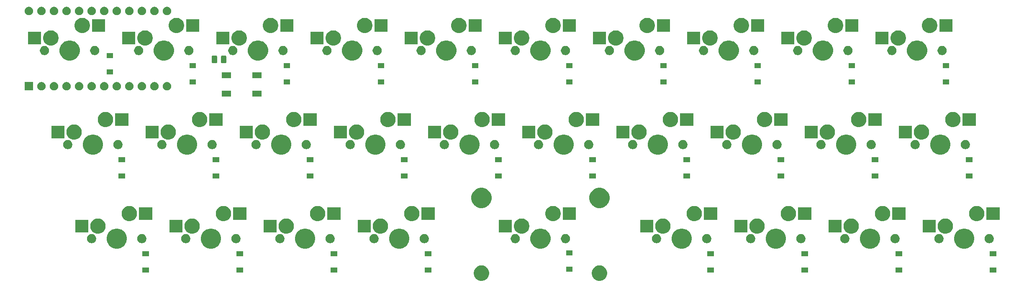
<source format=gbr>
G04 #@! TF.GenerationSoftware,KiCad,Pcbnew,(5.1.4-0-10_14)*
G04 #@! TF.CreationDate,2020-06-01T00:22:02-05:00*
G04 #@! TF.ProjectId,omega,6f6d6567-612e-46b6-9963-61645f706362,rev?*
G04 #@! TF.SameCoordinates,Original*
G04 #@! TF.FileFunction,Soldermask,Bot*
G04 #@! TF.FilePolarity,Negative*
%FSLAX46Y46*%
G04 Gerber Fmt 4.6, Leading zero omitted, Abs format (unit mm)*
G04 Created by KiCad (PCBNEW (5.1.4-0-10_14)) date 2020-06-01 00:22:02*
%MOMM*%
%LPD*%
G04 APERTURE LIST*
%ADD10C,0.100000*%
G04 APERTURE END LIST*
D10*
G36*
X173027267Y-94467263D02*
G01*
X173179411Y-94497526D01*
X173298137Y-94546704D01*
X173466041Y-94616252D01*
X173466042Y-94616253D01*
X173724004Y-94788617D01*
X173943383Y-95007996D01*
X174058553Y-95180361D01*
X174115748Y-95265959D01*
X174234474Y-95552590D01*
X174295000Y-95856875D01*
X174295000Y-96167125D01*
X174234474Y-96471410D01*
X174115748Y-96758041D01*
X174115747Y-96758042D01*
X173943383Y-97016004D01*
X173724004Y-97235383D01*
X173551639Y-97350553D01*
X173466041Y-97407748D01*
X173298137Y-97477296D01*
X173179411Y-97526474D01*
X172875125Y-97587000D01*
X172564875Y-97587000D01*
X172412733Y-97556737D01*
X172260589Y-97526474D01*
X172141863Y-97477296D01*
X171973959Y-97407748D01*
X171888361Y-97350553D01*
X171715996Y-97235383D01*
X171496617Y-97016004D01*
X171324253Y-96758042D01*
X171324252Y-96758041D01*
X171205526Y-96471410D01*
X171145000Y-96167125D01*
X171145000Y-95856875D01*
X171205526Y-95552590D01*
X171324252Y-95265959D01*
X171381447Y-95180361D01*
X171496617Y-95007996D01*
X171715996Y-94788617D01*
X171973958Y-94616253D01*
X171973959Y-94616252D01*
X172141863Y-94546704D01*
X172260589Y-94497526D01*
X172412733Y-94467263D01*
X172564875Y-94437000D01*
X172875125Y-94437000D01*
X173027267Y-94467263D01*
X173027267Y-94467263D01*
G37*
G36*
X149151267Y-94467263D02*
G01*
X149303411Y-94497526D01*
X149422137Y-94546704D01*
X149590041Y-94616252D01*
X149590042Y-94616253D01*
X149848004Y-94788617D01*
X150067383Y-95007996D01*
X150182553Y-95180361D01*
X150239748Y-95265959D01*
X150358474Y-95552590D01*
X150419000Y-95856875D01*
X150419000Y-96167125D01*
X150358474Y-96471410D01*
X150239748Y-96758041D01*
X150239747Y-96758042D01*
X150067383Y-97016004D01*
X149848004Y-97235383D01*
X149675639Y-97350553D01*
X149590041Y-97407748D01*
X149422137Y-97477296D01*
X149303411Y-97526474D01*
X148999125Y-97587000D01*
X148688875Y-97587000D01*
X148536733Y-97556737D01*
X148384589Y-97526474D01*
X148265863Y-97477296D01*
X148097959Y-97407748D01*
X148012361Y-97350553D01*
X147839996Y-97235383D01*
X147620617Y-97016004D01*
X147448253Y-96758042D01*
X147448252Y-96758041D01*
X147329526Y-96471410D01*
X147269000Y-96167125D01*
X147269000Y-95856875D01*
X147329526Y-95552590D01*
X147448252Y-95265959D01*
X147505447Y-95180361D01*
X147620617Y-95007996D01*
X147839996Y-94788617D01*
X148097958Y-94616253D01*
X148097959Y-94616252D01*
X148265863Y-94546704D01*
X148384589Y-94497526D01*
X148536733Y-94467263D01*
X148688875Y-94437000D01*
X148999125Y-94437000D01*
X149151267Y-94467263D01*
X149151267Y-94467263D01*
G37*
G36*
X214900000Y-95877000D02*
G01*
X213598000Y-95877000D01*
X213598000Y-94875000D01*
X214900000Y-94875000D01*
X214900000Y-95877000D01*
X214900000Y-95877000D01*
G37*
G36*
X195850000Y-95877000D02*
G01*
X194548000Y-95877000D01*
X194548000Y-94875000D01*
X195850000Y-94875000D01*
X195850000Y-95877000D01*
X195850000Y-95877000D01*
G37*
G36*
X138700000Y-95877000D02*
G01*
X137398000Y-95877000D01*
X137398000Y-94875000D01*
X138700000Y-94875000D01*
X138700000Y-95877000D01*
X138700000Y-95877000D01*
G37*
G36*
X119650000Y-95877000D02*
G01*
X118348000Y-95877000D01*
X118348000Y-94875000D01*
X119650000Y-94875000D01*
X119650000Y-95877000D01*
X119650000Y-95877000D01*
G37*
G36*
X100600000Y-95877000D02*
G01*
X99298000Y-95877000D01*
X99298000Y-94875000D01*
X100600000Y-94875000D01*
X100600000Y-95877000D01*
X100600000Y-95877000D01*
G37*
G36*
X81550000Y-95877000D02*
G01*
X80248000Y-95877000D01*
X80248000Y-94875000D01*
X81550000Y-94875000D01*
X81550000Y-95877000D01*
X81550000Y-95877000D01*
G37*
G36*
X253000000Y-95877000D02*
G01*
X251698000Y-95877000D01*
X251698000Y-94875000D01*
X253000000Y-94875000D01*
X253000000Y-95877000D01*
X253000000Y-95877000D01*
G37*
G36*
X233950000Y-95877000D02*
G01*
X232648000Y-95877000D01*
X232648000Y-94875000D01*
X233950000Y-94875000D01*
X233950000Y-95877000D01*
X233950000Y-95877000D01*
G37*
G36*
X167275000Y-95750000D02*
G01*
X165973000Y-95750000D01*
X165973000Y-94748000D01*
X167275000Y-94748000D01*
X167275000Y-95750000D01*
X167275000Y-95750000D01*
G37*
G36*
X81550000Y-92577000D02*
G01*
X80248000Y-92577000D01*
X80248000Y-91575000D01*
X81550000Y-91575000D01*
X81550000Y-92577000D01*
X81550000Y-92577000D01*
G37*
G36*
X100600000Y-92577000D02*
G01*
X99298000Y-92577000D01*
X99298000Y-91575000D01*
X100600000Y-91575000D01*
X100600000Y-92577000D01*
X100600000Y-92577000D01*
G37*
G36*
X119650000Y-92577000D02*
G01*
X118348000Y-92577000D01*
X118348000Y-91575000D01*
X119650000Y-91575000D01*
X119650000Y-92577000D01*
X119650000Y-92577000D01*
G37*
G36*
X138700000Y-92577000D02*
G01*
X137398000Y-92577000D01*
X137398000Y-91575000D01*
X138700000Y-91575000D01*
X138700000Y-92577000D01*
X138700000Y-92577000D01*
G37*
G36*
X195850000Y-92577000D02*
G01*
X194548000Y-92577000D01*
X194548000Y-91575000D01*
X195850000Y-91575000D01*
X195850000Y-92577000D01*
X195850000Y-92577000D01*
G37*
G36*
X214900000Y-92577000D02*
G01*
X213598000Y-92577000D01*
X213598000Y-91575000D01*
X214900000Y-91575000D01*
X214900000Y-92577000D01*
X214900000Y-92577000D01*
G37*
G36*
X233950000Y-92577000D02*
G01*
X232648000Y-92577000D01*
X232648000Y-91575000D01*
X233950000Y-91575000D01*
X233950000Y-92577000D01*
X233950000Y-92577000D01*
G37*
G36*
X253000000Y-92577000D02*
G01*
X251698000Y-92577000D01*
X251698000Y-91575000D01*
X253000000Y-91575000D01*
X253000000Y-92577000D01*
X253000000Y-92577000D01*
G37*
G36*
X167275000Y-92450000D02*
G01*
X165973000Y-92450000D01*
X165973000Y-91448000D01*
X167275000Y-91448000D01*
X167275000Y-92450000D01*
X167275000Y-92450000D01*
G37*
G36*
X75653474Y-87060684D02*
G01*
X75871474Y-87150983D01*
X76025623Y-87214833D01*
X76360548Y-87438623D01*
X76645377Y-87723452D01*
X76869167Y-88058377D01*
X76901562Y-88136586D01*
X77023316Y-88430526D01*
X77101900Y-88825594D01*
X77101900Y-89228406D01*
X77023316Y-89623474D01*
X76972451Y-89746272D01*
X76869167Y-89995623D01*
X76645377Y-90330548D01*
X76360548Y-90615377D01*
X76025623Y-90839167D01*
X75871474Y-90903017D01*
X75653474Y-90993316D01*
X75258406Y-91071900D01*
X74855594Y-91071900D01*
X74460526Y-90993316D01*
X74242526Y-90903017D01*
X74088377Y-90839167D01*
X73753452Y-90615377D01*
X73468623Y-90330548D01*
X73244833Y-89995623D01*
X73141549Y-89746272D01*
X73090684Y-89623474D01*
X73012100Y-89228406D01*
X73012100Y-88825594D01*
X73090684Y-88430526D01*
X73212438Y-88136586D01*
X73244833Y-88058377D01*
X73468623Y-87723452D01*
X73753452Y-87438623D01*
X74088377Y-87214833D01*
X74242526Y-87150983D01*
X74460526Y-87060684D01*
X74855594Y-86982100D01*
X75258406Y-86982100D01*
X75653474Y-87060684D01*
X75653474Y-87060684D01*
G37*
G36*
X94703474Y-87060684D02*
G01*
X94921474Y-87150983D01*
X95075623Y-87214833D01*
X95410548Y-87438623D01*
X95695377Y-87723452D01*
X95919167Y-88058377D01*
X95951562Y-88136586D01*
X96073316Y-88430526D01*
X96151900Y-88825594D01*
X96151900Y-89228406D01*
X96073316Y-89623474D01*
X96022451Y-89746272D01*
X95919167Y-89995623D01*
X95695377Y-90330548D01*
X95410548Y-90615377D01*
X95075623Y-90839167D01*
X94921474Y-90903017D01*
X94703474Y-90993316D01*
X94308406Y-91071900D01*
X93905594Y-91071900D01*
X93510526Y-90993316D01*
X93292526Y-90903017D01*
X93138377Y-90839167D01*
X92803452Y-90615377D01*
X92518623Y-90330548D01*
X92294833Y-89995623D01*
X92191549Y-89746272D01*
X92140684Y-89623474D01*
X92062100Y-89228406D01*
X92062100Y-88825594D01*
X92140684Y-88430526D01*
X92262438Y-88136586D01*
X92294833Y-88058377D01*
X92518623Y-87723452D01*
X92803452Y-87438623D01*
X93138377Y-87214833D01*
X93292526Y-87150983D01*
X93510526Y-87060684D01*
X93905594Y-86982100D01*
X94308406Y-86982100D01*
X94703474Y-87060684D01*
X94703474Y-87060684D01*
G37*
G36*
X113753474Y-87060684D02*
G01*
X113971474Y-87150983D01*
X114125623Y-87214833D01*
X114460548Y-87438623D01*
X114745377Y-87723452D01*
X114969167Y-88058377D01*
X115001562Y-88136586D01*
X115123316Y-88430526D01*
X115201900Y-88825594D01*
X115201900Y-89228406D01*
X115123316Y-89623474D01*
X115072451Y-89746272D01*
X114969167Y-89995623D01*
X114745377Y-90330548D01*
X114460548Y-90615377D01*
X114125623Y-90839167D01*
X113971474Y-90903017D01*
X113753474Y-90993316D01*
X113358406Y-91071900D01*
X112955594Y-91071900D01*
X112560526Y-90993316D01*
X112342526Y-90903017D01*
X112188377Y-90839167D01*
X111853452Y-90615377D01*
X111568623Y-90330548D01*
X111344833Y-89995623D01*
X111241549Y-89746272D01*
X111190684Y-89623474D01*
X111112100Y-89228406D01*
X111112100Y-88825594D01*
X111190684Y-88430526D01*
X111312438Y-88136586D01*
X111344833Y-88058377D01*
X111568623Y-87723452D01*
X111853452Y-87438623D01*
X112188377Y-87214833D01*
X112342526Y-87150983D01*
X112560526Y-87060684D01*
X112955594Y-86982100D01*
X113358406Y-86982100D01*
X113753474Y-87060684D01*
X113753474Y-87060684D01*
G37*
G36*
X132803474Y-87060684D02*
G01*
X133021474Y-87150983D01*
X133175623Y-87214833D01*
X133510548Y-87438623D01*
X133795377Y-87723452D01*
X134019167Y-88058377D01*
X134051562Y-88136586D01*
X134173316Y-88430526D01*
X134251900Y-88825594D01*
X134251900Y-89228406D01*
X134173316Y-89623474D01*
X134122451Y-89746272D01*
X134019167Y-89995623D01*
X133795377Y-90330548D01*
X133510548Y-90615377D01*
X133175623Y-90839167D01*
X133021474Y-90903017D01*
X132803474Y-90993316D01*
X132408406Y-91071900D01*
X132005594Y-91071900D01*
X131610526Y-90993316D01*
X131392526Y-90903017D01*
X131238377Y-90839167D01*
X130903452Y-90615377D01*
X130618623Y-90330548D01*
X130394833Y-89995623D01*
X130291549Y-89746272D01*
X130240684Y-89623474D01*
X130162100Y-89228406D01*
X130162100Y-88825594D01*
X130240684Y-88430526D01*
X130362438Y-88136586D01*
X130394833Y-88058377D01*
X130618623Y-87723452D01*
X130903452Y-87438623D01*
X131238377Y-87214833D01*
X131392526Y-87150983D01*
X131610526Y-87060684D01*
X132005594Y-86982100D01*
X132408406Y-86982100D01*
X132803474Y-87060684D01*
X132803474Y-87060684D01*
G37*
G36*
X161378474Y-87060684D02*
G01*
X161596474Y-87150983D01*
X161750623Y-87214833D01*
X162085548Y-87438623D01*
X162370377Y-87723452D01*
X162594167Y-88058377D01*
X162626562Y-88136586D01*
X162748316Y-88430526D01*
X162826900Y-88825594D01*
X162826900Y-89228406D01*
X162748316Y-89623474D01*
X162697451Y-89746272D01*
X162594167Y-89995623D01*
X162370377Y-90330548D01*
X162085548Y-90615377D01*
X161750623Y-90839167D01*
X161596474Y-90903017D01*
X161378474Y-90993316D01*
X160983406Y-91071900D01*
X160580594Y-91071900D01*
X160185526Y-90993316D01*
X159967526Y-90903017D01*
X159813377Y-90839167D01*
X159478452Y-90615377D01*
X159193623Y-90330548D01*
X158969833Y-89995623D01*
X158866549Y-89746272D01*
X158815684Y-89623474D01*
X158737100Y-89228406D01*
X158737100Y-88825594D01*
X158815684Y-88430526D01*
X158937438Y-88136586D01*
X158969833Y-88058377D01*
X159193623Y-87723452D01*
X159478452Y-87438623D01*
X159813377Y-87214833D01*
X159967526Y-87150983D01*
X160185526Y-87060684D01*
X160580594Y-86982100D01*
X160983406Y-86982100D01*
X161378474Y-87060684D01*
X161378474Y-87060684D01*
G37*
G36*
X247103474Y-87060684D02*
G01*
X247321474Y-87150983D01*
X247475623Y-87214833D01*
X247810548Y-87438623D01*
X248095377Y-87723452D01*
X248319167Y-88058377D01*
X248351562Y-88136586D01*
X248473316Y-88430526D01*
X248551900Y-88825594D01*
X248551900Y-89228406D01*
X248473316Y-89623474D01*
X248422451Y-89746272D01*
X248319167Y-89995623D01*
X248095377Y-90330548D01*
X247810548Y-90615377D01*
X247475623Y-90839167D01*
X247321474Y-90903017D01*
X247103474Y-90993316D01*
X246708406Y-91071900D01*
X246305594Y-91071900D01*
X245910526Y-90993316D01*
X245692526Y-90903017D01*
X245538377Y-90839167D01*
X245203452Y-90615377D01*
X244918623Y-90330548D01*
X244694833Y-89995623D01*
X244591549Y-89746272D01*
X244540684Y-89623474D01*
X244462100Y-89228406D01*
X244462100Y-88825594D01*
X244540684Y-88430526D01*
X244662438Y-88136586D01*
X244694833Y-88058377D01*
X244918623Y-87723452D01*
X245203452Y-87438623D01*
X245538377Y-87214833D01*
X245692526Y-87150983D01*
X245910526Y-87060684D01*
X246305594Y-86982100D01*
X246708406Y-86982100D01*
X247103474Y-87060684D01*
X247103474Y-87060684D01*
G37*
G36*
X228053474Y-87060684D02*
G01*
X228271474Y-87150983D01*
X228425623Y-87214833D01*
X228760548Y-87438623D01*
X229045377Y-87723452D01*
X229269167Y-88058377D01*
X229301562Y-88136586D01*
X229423316Y-88430526D01*
X229501900Y-88825594D01*
X229501900Y-89228406D01*
X229423316Y-89623474D01*
X229372451Y-89746272D01*
X229269167Y-89995623D01*
X229045377Y-90330548D01*
X228760548Y-90615377D01*
X228425623Y-90839167D01*
X228271474Y-90903017D01*
X228053474Y-90993316D01*
X227658406Y-91071900D01*
X227255594Y-91071900D01*
X226860526Y-90993316D01*
X226642526Y-90903017D01*
X226488377Y-90839167D01*
X226153452Y-90615377D01*
X225868623Y-90330548D01*
X225644833Y-89995623D01*
X225541549Y-89746272D01*
X225490684Y-89623474D01*
X225412100Y-89228406D01*
X225412100Y-88825594D01*
X225490684Y-88430526D01*
X225612438Y-88136586D01*
X225644833Y-88058377D01*
X225868623Y-87723452D01*
X226153452Y-87438623D01*
X226488377Y-87214833D01*
X226642526Y-87150983D01*
X226860526Y-87060684D01*
X227255594Y-86982100D01*
X227658406Y-86982100D01*
X228053474Y-87060684D01*
X228053474Y-87060684D01*
G37*
G36*
X209003474Y-87060684D02*
G01*
X209221474Y-87150983D01*
X209375623Y-87214833D01*
X209710548Y-87438623D01*
X209995377Y-87723452D01*
X210219167Y-88058377D01*
X210251562Y-88136586D01*
X210373316Y-88430526D01*
X210451900Y-88825594D01*
X210451900Y-89228406D01*
X210373316Y-89623474D01*
X210322451Y-89746272D01*
X210219167Y-89995623D01*
X209995377Y-90330548D01*
X209710548Y-90615377D01*
X209375623Y-90839167D01*
X209221474Y-90903017D01*
X209003474Y-90993316D01*
X208608406Y-91071900D01*
X208205594Y-91071900D01*
X207810526Y-90993316D01*
X207592526Y-90903017D01*
X207438377Y-90839167D01*
X207103452Y-90615377D01*
X206818623Y-90330548D01*
X206594833Y-89995623D01*
X206491549Y-89746272D01*
X206440684Y-89623474D01*
X206362100Y-89228406D01*
X206362100Y-88825594D01*
X206440684Y-88430526D01*
X206562438Y-88136586D01*
X206594833Y-88058377D01*
X206818623Y-87723452D01*
X207103452Y-87438623D01*
X207438377Y-87214833D01*
X207592526Y-87150983D01*
X207810526Y-87060684D01*
X208205594Y-86982100D01*
X208608406Y-86982100D01*
X209003474Y-87060684D01*
X209003474Y-87060684D01*
G37*
G36*
X189953474Y-87060684D02*
G01*
X190171474Y-87150983D01*
X190325623Y-87214833D01*
X190660548Y-87438623D01*
X190945377Y-87723452D01*
X191169167Y-88058377D01*
X191201562Y-88136586D01*
X191323316Y-88430526D01*
X191401900Y-88825594D01*
X191401900Y-89228406D01*
X191323316Y-89623474D01*
X191272451Y-89746272D01*
X191169167Y-89995623D01*
X190945377Y-90330548D01*
X190660548Y-90615377D01*
X190325623Y-90839167D01*
X190171474Y-90903017D01*
X189953474Y-90993316D01*
X189558406Y-91071900D01*
X189155594Y-91071900D01*
X188760526Y-90993316D01*
X188542526Y-90903017D01*
X188388377Y-90839167D01*
X188053452Y-90615377D01*
X187768623Y-90330548D01*
X187544833Y-89995623D01*
X187441549Y-89746272D01*
X187390684Y-89623474D01*
X187312100Y-89228406D01*
X187312100Y-88825594D01*
X187390684Y-88430526D01*
X187512438Y-88136586D01*
X187544833Y-88058377D01*
X187768623Y-87723452D01*
X188053452Y-87438623D01*
X188388377Y-87214833D01*
X188542526Y-87150983D01*
X188760526Y-87060684D01*
X189155594Y-86982100D01*
X189558406Y-86982100D01*
X189953474Y-87060684D01*
X189953474Y-87060684D01*
G37*
G36*
X184547104Y-88136585D02*
G01*
X184715626Y-88206389D01*
X184867291Y-88307728D01*
X184996272Y-88436709D01*
X185097611Y-88588374D01*
X185167415Y-88756896D01*
X185203000Y-88935797D01*
X185203000Y-89118203D01*
X185167415Y-89297104D01*
X185097611Y-89465626D01*
X184996272Y-89617291D01*
X184867291Y-89746272D01*
X184715626Y-89847611D01*
X184547104Y-89917415D01*
X184368203Y-89953000D01*
X184185797Y-89953000D01*
X184006896Y-89917415D01*
X183838374Y-89847611D01*
X183686709Y-89746272D01*
X183557728Y-89617291D01*
X183456389Y-89465626D01*
X183386585Y-89297104D01*
X183351000Y-89118203D01*
X183351000Y-88935797D01*
X183386585Y-88756896D01*
X183456389Y-88588374D01*
X183557728Y-88436709D01*
X183686709Y-88307728D01*
X183838374Y-88206389D01*
X184006896Y-88136585D01*
X184185797Y-88101000D01*
X184368203Y-88101000D01*
X184547104Y-88136585D01*
X184547104Y-88136585D01*
G37*
G36*
X137557104Y-88136585D02*
G01*
X137725626Y-88206389D01*
X137877291Y-88307728D01*
X138006272Y-88436709D01*
X138107611Y-88588374D01*
X138177415Y-88756896D01*
X138213000Y-88935797D01*
X138213000Y-89118203D01*
X138177415Y-89297104D01*
X138107611Y-89465626D01*
X138006272Y-89617291D01*
X137877291Y-89746272D01*
X137725626Y-89847611D01*
X137557104Y-89917415D01*
X137378203Y-89953000D01*
X137195797Y-89953000D01*
X137016896Y-89917415D01*
X136848374Y-89847611D01*
X136696709Y-89746272D01*
X136567728Y-89617291D01*
X136466389Y-89465626D01*
X136396585Y-89297104D01*
X136361000Y-89118203D01*
X136361000Y-88935797D01*
X136396585Y-88756896D01*
X136466389Y-88588374D01*
X136567728Y-88436709D01*
X136696709Y-88307728D01*
X136848374Y-88206389D01*
X137016896Y-88136585D01*
X137195797Y-88101000D01*
X137378203Y-88101000D01*
X137557104Y-88136585D01*
X137557104Y-88136585D01*
G37*
G36*
X155972104Y-88136585D02*
G01*
X156140626Y-88206389D01*
X156292291Y-88307728D01*
X156421272Y-88436709D01*
X156522611Y-88588374D01*
X156592415Y-88756896D01*
X156628000Y-88935797D01*
X156628000Y-89118203D01*
X156592415Y-89297104D01*
X156522611Y-89465626D01*
X156421272Y-89617291D01*
X156292291Y-89746272D01*
X156140626Y-89847611D01*
X155972104Y-89917415D01*
X155793203Y-89953000D01*
X155610797Y-89953000D01*
X155431896Y-89917415D01*
X155263374Y-89847611D01*
X155111709Y-89746272D01*
X154982728Y-89617291D01*
X154881389Y-89465626D01*
X154811585Y-89297104D01*
X154776000Y-89118203D01*
X154776000Y-88935797D01*
X154811585Y-88756896D01*
X154881389Y-88588374D01*
X154982728Y-88436709D01*
X155111709Y-88307728D01*
X155263374Y-88206389D01*
X155431896Y-88136585D01*
X155610797Y-88101000D01*
X155793203Y-88101000D01*
X155972104Y-88136585D01*
X155972104Y-88136585D01*
G37*
G36*
X166132104Y-88136585D02*
G01*
X166300626Y-88206389D01*
X166452291Y-88307728D01*
X166581272Y-88436709D01*
X166682611Y-88588374D01*
X166752415Y-88756896D01*
X166788000Y-88935797D01*
X166788000Y-89118203D01*
X166752415Y-89297104D01*
X166682611Y-89465626D01*
X166581272Y-89617291D01*
X166452291Y-89746272D01*
X166300626Y-89847611D01*
X166132104Y-89917415D01*
X165953203Y-89953000D01*
X165770797Y-89953000D01*
X165591896Y-89917415D01*
X165423374Y-89847611D01*
X165271709Y-89746272D01*
X165142728Y-89617291D01*
X165041389Y-89465626D01*
X164971585Y-89297104D01*
X164936000Y-89118203D01*
X164936000Y-88935797D01*
X164971585Y-88756896D01*
X165041389Y-88588374D01*
X165142728Y-88436709D01*
X165271709Y-88307728D01*
X165423374Y-88206389D01*
X165591896Y-88136585D01*
X165770797Y-88101000D01*
X165953203Y-88101000D01*
X166132104Y-88136585D01*
X166132104Y-88136585D01*
G37*
G36*
X194707104Y-88136585D02*
G01*
X194875626Y-88206389D01*
X195027291Y-88307728D01*
X195156272Y-88436709D01*
X195257611Y-88588374D01*
X195327415Y-88756896D01*
X195363000Y-88935797D01*
X195363000Y-89118203D01*
X195327415Y-89297104D01*
X195257611Y-89465626D01*
X195156272Y-89617291D01*
X195027291Y-89746272D01*
X194875626Y-89847611D01*
X194707104Y-89917415D01*
X194528203Y-89953000D01*
X194345797Y-89953000D01*
X194166896Y-89917415D01*
X193998374Y-89847611D01*
X193846709Y-89746272D01*
X193717728Y-89617291D01*
X193616389Y-89465626D01*
X193546585Y-89297104D01*
X193511000Y-89118203D01*
X193511000Y-88935797D01*
X193546585Y-88756896D01*
X193616389Y-88588374D01*
X193717728Y-88436709D01*
X193846709Y-88307728D01*
X193998374Y-88206389D01*
X194166896Y-88136585D01*
X194345797Y-88101000D01*
X194528203Y-88101000D01*
X194707104Y-88136585D01*
X194707104Y-88136585D01*
G37*
G36*
X203597104Y-88136585D02*
G01*
X203765626Y-88206389D01*
X203917291Y-88307728D01*
X204046272Y-88436709D01*
X204147611Y-88588374D01*
X204217415Y-88756896D01*
X204253000Y-88935797D01*
X204253000Y-89118203D01*
X204217415Y-89297104D01*
X204147611Y-89465626D01*
X204046272Y-89617291D01*
X203917291Y-89746272D01*
X203765626Y-89847611D01*
X203597104Y-89917415D01*
X203418203Y-89953000D01*
X203235797Y-89953000D01*
X203056896Y-89917415D01*
X202888374Y-89847611D01*
X202736709Y-89746272D01*
X202607728Y-89617291D01*
X202506389Y-89465626D01*
X202436585Y-89297104D01*
X202401000Y-89118203D01*
X202401000Y-88935797D01*
X202436585Y-88756896D01*
X202506389Y-88588374D01*
X202607728Y-88436709D01*
X202736709Y-88307728D01*
X202888374Y-88206389D01*
X203056896Y-88136585D01*
X203235797Y-88101000D01*
X203418203Y-88101000D01*
X203597104Y-88136585D01*
X203597104Y-88136585D01*
G37*
G36*
X213757104Y-88136585D02*
G01*
X213925626Y-88206389D01*
X214077291Y-88307728D01*
X214206272Y-88436709D01*
X214307611Y-88588374D01*
X214377415Y-88756896D01*
X214413000Y-88935797D01*
X214413000Y-89118203D01*
X214377415Y-89297104D01*
X214307611Y-89465626D01*
X214206272Y-89617291D01*
X214077291Y-89746272D01*
X213925626Y-89847611D01*
X213757104Y-89917415D01*
X213578203Y-89953000D01*
X213395797Y-89953000D01*
X213216896Y-89917415D01*
X213048374Y-89847611D01*
X212896709Y-89746272D01*
X212767728Y-89617291D01*
X212666389Y-89465626D01*
X212596585Y-89297104D01*
X212561000Y-89118203D01*
X212561000Y-88935797D01*
X212596585Y-88756896D01*
X212666389Y-88588374D01*
X212767728Y-88436709D01*
X212896709Y-88307728D01*
X213048374Y-88206389D01*
X213216896Y-88136585D01*
X213395797Y-88101000D01*
X213578203Y-88101000D01*
X213757104Y-88136585D01*
X213757104Y-88136585D01*
G37*
G36*
X222647104Y-88136585D02*
G01*
X222815626Y-88206389D01*
X222967291Y-88307728D01*
X223096272Y-88436709D01*
X223197611Y-88588374D01*
X223267415Y-88756896D01*
X223303000Y-88935797D01*
X223303000Y-89118203D01*
X223267415Y-89297104D01*
X223197611Y-89465626D01*
X223096272Y-89617291D01*
X222967291Y-89746272D01*
X222815626Y-89847611D01*
X222647104Y-89917415D01*
X222468203Y-89953000D01*
X222285797Y-89953000D01*
X222106896Y-89917415D01*
X221938374Y-89847611D01*
X221786709Y-89746272D01*
X221657728Y-89617291D01*
X221556389Y-89465626D01*
X221486585Y-89297104D01*
X221451000Y-89118203D01*
X221451000Y-88935797D01*
X221486585Y-88756896D01*
X221556389Y-88588374D01*
X221657728Y-88436709D01*
X221786709Y-88307728D01*
X221938374Y-88206389D01*
X222106896Y-88136585D01*
X222285797Y-88101000D01*
X222468203Y-88101000D01*
X222647104Y-88136585D01*
X222647104Y-88136585D01*
G37*
G36*
X232807104Y-88136585D02*
G01*
X232975626Y-88206389D01*
X233127291Y-88307728D01*
X233256272Y-88436709D01*
X233357611Y-88588374D01*
X233427415Y-88756896D01*
X233463000Y-88935797D01*
X233463000Y-89118203D01*
X233427415Y-89297104D01*
X233357611Y-89465626D01*
X233256272Y-89617291D01*
X233127291Y-89746272D01*
X232975626Y-89847611D01*
X232807104Y-89917415D01*
X232628203Y-89953000D01*
X232445797Y-89953000D01*
X232266896Y-89917415D01*
X232098374Y-89847611D01*
X231946709Y-89746272D01*
X231817728Y-89617291D01*
X231716389Y-89465626D01*
X231646585Y-89297104D01*
X231611000Y-89118203D01*
X231611000Y-88935797D01*
X231646585Y-88756896D01*
X231716389Y-88588374D01*
X231817728Y-88436709D01*
X231946709Y-88307728D01*
X232098374Y-88206389D01*
X232266896Y-88136585D01*
X232445797Y-88101000D01*
X232628203Y-88101000D01*
X232807104Y-88136585D01*
X232807104Y-88136585D01*
G37*
G36*
X241697104Y-88136585D02*
G01*
X241865626Y-88206389D01*
X242017291Y-88307728D01*
X242146272Y-88436709D01*
X242247611Y-88588374D01*
X242317415Y-88756896D01*
X242353000Y-88935797D01*
X242353000Y-89118203D01*
X242317415Y-89297104D01*
X242247611Y-89465626D01*
X242146272Y-89617291D01*
X242017291Y-89746272D01*
X241865626Y-89847611D01*
X241697104Y-89917415D01*
X241518203Y-89953000D01*
X241335797Y-89953000D01*
X241156896Y-89917415D01*
X240988374Y-89847611D01*
X240836709Y-89746272D01*
X240707728Y-89617291D01*
X240606389Y-89465626D01*
X240536585Y-89297104D01*
X240501000Y-89118203D01*
X240501000Y-88935797D01*
X240536585Y-88756896D01*
X240606389Y-88588374D01*
X240707728Y-88436709D01*
X240836709Y-88307728D01*
X240988374Y-88206389D01*
X241156896Y-88136585D01*
X241335797Y-88101000D01*
X241518203Y-88101000D01*
X241697104Y-88136585D01*
X241697104Y-88136585D01*
G37*
G36*
X251857104Y-88136585D02*
G01*
X252025626Y-88206389D01*
X252177291Y-88307728D01*
X252306272Y-88436709D01*
X252407611Y-88588374D01*
X252477415Y-88756896D01*
X252513000Y-88935797D01*
X252513000Y-89118203D01*
X252477415Y-89297104D01*
X252407611Y-89465626D01*
X252306272Y-89617291D01*
X252177291Y-89746272D01*
X252025626Y-89847611D01*
X251857104Y-89917415D01*
X251678203Y-89953000D01*
X251495797Y-89953000D01*
X251316896Y-89917415D01*
X251148374Y-89847611D01*
X250996709Y-89746272D01*
X250867728Y-89617291D01*
X250766389Y-89465626D01*
X250696585Y-89297104D01*
X250661000Y-89118203D01*
X250661000Y-88935797D01*
X250696585Y-88756896D01*
X250766389Y-88588374D01*
X250867728Y-88436709D01*
X250996709Y-88307728D01*
X251148374Y-88206389D01*
X251316896Y-88136585D01*
X251495797Y-88101000D01*
X251678203Y-88101000D01*
X251857104Y-88136585D01*
X251857104Y-88136585D01*
G37*
G36*
X127397104Y-88136585D02*
G01*
X127565626Y-88206389D01*
X127717291Y-88307728D01*
X127846272Y-88436709D01*
X127947611Y-88588374D01*
X128017415Y-88756896D01*
X128053000Y-88935797D01*
X128053000Y-89118203D01*
X128017415Y-89297104D01*
X127947611Y-89465626D01*
X127846272Y-89617291D01*
X127717291Y-89746272D01*
X127565626Y-89847611D01*
X127397104Y-89917415D01*
X127218203Y-89953000D01*
X127035797Y-89953000D01*
X126856896Y-89917415D01*
X126688374Y-89847611D01*
X126536709Y-89746272D01*
X126407728Y-89617291D01*
X126306389Y-89465626D01*
X126236585Y-89297104D01*
X126201000Y-89118203D01*
X126201000Y-88935797D01*
X126236585Y-88756896D01*
X126306389Y-88588374D01*
X126407728Y-88436709D01*
X126536709Y-88307728D01*
X126688374Y-88206389D01*
X126856896Y-88136585D01*
X127035797Y-88101000D01*
X127218203Y-88101000D01*
X127397104Y-88136585D01*
X127397104Y-88136585D01*
G37*
G36*
X70247104Y-88136585D02*
G01*
X70415626Y-88206389D01*
X70567291Y-88307728D01*
X70696272Y-88436709D01*
X70797611Y-88588374D01*
X70867415Y-88756896D01*
X70903000Y-88935797D01*
X70903000Y-89118203D01*
X70867415Y-89297104D01*
X70797611Y-89465626D01*
X70696272Y-89617291D01*
X70567291Y-89746272D01*
X70415626Y-89847611D01*
X70247104Y-89917415D01*
X70068203Y-89953000D01*
X69885797Y-89953000D01*
X69706896Y-89917415D01*
X69538374Y-89847611D01*
X69386709Y-89746272D01*
X69257728Y-89617291D01*
X69156389Y-89465626D01*
X69086585Y-89297104D01*
X69051000Y-89118203D01*
X69051000Y-88935797D01*
X69086585Y-88756896D01*
X69156389Y-88588374D01*
X69257728Y-88436709D01*
X69386709Y-88307728D01*
X69538374Y-88206389D01*
X69706896Y-88136585D01*
X69885797Y-88101000D01*
X70068203Y-88101000D01*
X70247104Y-88136585D01*
X70247104Y-88136585D01*
G37*
G36*
X80407104Y-88136585D02*
G01*
X80575626Y-88206389D01*
X80727291Y-88307728D01*
X80856272Y-88436709D01*
X80957611Y-88588374D01*
X81027415Y-88756896D01*
X81063000Y-88935797D01*
X81063000Y-89118203D01*
X81027415Y-89297104D01*
X80957611Y-89465626D01*
X80856272Y-89617291D01*
X80727291Y-89746272D01*
X80575626Y-89847611D01*
X80407104Y-89917415D01*
X80228203Y-89953000D01*
X80045797Y-89953000D01*
X79866896Y-89917415D01*
X79698374Y-89847611D01*
X79546709Y-89746272D01*
X79417728Y-89617291D01*
X79316389Y-89465626D01*
X79246585Y-89297104D01*
X79211000Y-89118203D01*
X79211000Y-88935797D01*
X79246585Y-88756896D01*
X79316389Y-88588374D01*
X79417728Y-88436709D01*
X79546709Y-88307728D01*
X79698374Y-88206389D01*
X79866896Y-88136585D01*
X80045797Y-88101000D01*
X80228203Y-88101000D01*
X80407104Y-88136585D01*
X80407104Y-88136585D01*
G37*
G36*
X89297104Y-88136585D02*
G01*
X89465626Y-88206389D01*
X89617291Y-88307728D01*
X89746272Y-88436709D01*
X89847611Y-88588374D01*
X89917415Y-88756896D01*
X89953000Y-88935797D01*
X89953000Y-89118203D01*
X89917415Y-89297104D01*
X89847611Y-89465626D01*
X89746272Y-89617291D01*
X89617291Y-89746272D01*
X89465626Y-89847611D01*
X89297104Y-89917415D01*
X89118203Y-89953000D01*
X88935797Y-89953000D01*
X88756896Y-89917415D01*
X88588374Y-89847611D01*
X88436709Y-89746272D01*
X88307728Y-89617291D01*
X88206389Y-89465626D01*
X88136585Y-89297104D01*
X88101000Y-89118203D01*
X88101000Y-88935797D01*
X88136585Y-88756896D01*
X88206389Y-88588374D01*
X88307728Y-88436709D01*
X88436709Y-88307728D01*
X88588374Y-88206389D01*
X88756896Y-88136585D01*
X88935797Y-88101000D01*
X89118203Y-88101000D01*
X89297104Y-88136585D01*
X89297104Y-88136585D01*
G37*
G36*
X99457104Y-88136585D02*
G01*
X99625626Y-88206389D01*
X99777291Y-88307728D01*
X99906272Y-88436709D01*
X100007611Y-88588374D01*
X100077415Y-88756896D01*
X100113000Y-88935797D01*
X100113000Y-89118203D01*
X100077415Y-89297104D01*
X100007611Y-89465626D01*
X99906272Y-89617291D01*
X99777291Y-89746272D01*
X99625626Y-89847611D01*
X99457104Y-89917415D01*
X99278203Y-89953000D01*
X99095797Y-89953000D01*
X98916896Y-89917415D01*
X98748374Y-89847611D01*
X98596709Y-89746272D01*
X98467728Y-89617291D01*
X98366389Y-89465626D01*
X98296585Y-89297104D01*
X98261000Y-89118203D01*
X98261000Y-88935797D01*
X98296585Y-88756896D01*
X98366389Y-88588374D01*
X98467728Y-88436709D01*
X98596709Y-88307728D01*
X98748374Y-88206389D01*
X98916896Y-88136585D01*
X99095797Y-88101000D01*
X99278203Y-88101000D01*
X99457104Y-88136585D01*
X99457104Y-88136585D01*
G37*
G36*
X118507104Y-88136585D02*
G01*
X118675626Y-88206389D01*
X118827291Y-88307728D01*
X118956272Y-88436709D01*
X119057611Y-88588374D01*
X119127415Y-88756896D01*
X119163000Y-88935797D01*
X119163000Y-89118203D01*
X119127415Y-89297104D01*
X119057611Y-89465626D01*
X118956272Y-89617291D01*
X118827291Y-89746272D01*
X118675626Y-89847611D01*
X118507104Y-89917415D01*
X118328203Y-89953000D01*
X118145797Y-89953000D01*
X117966896Y-89917415D01*
X117798374Y-89847611D01*
X117646709Y-89746272D01*
X117517728Y-89617291D01*
X117416389Y-89465626D01*
X117346585Y-89297104D01*
X117311000Y-89118203D01*
X117311000Y-88935797D01*
X117346585Y-88756896D01*
X117416389Y-88588374D01*
X117517728Y-88436709D01*
X117646709Y-88307728D01*
X117798374Y-88206389D01*
X117966896Y-88136585D01*
X118145797Y-88101000D01*
X118328203Y-88101000D01*
X118507104Y-88136585D01*
X118507104Y-88136585D01*
G37*
G36*
X108347104Y-88136585D02*
G01*
X108515626Y-88206389D01*
X108667291Y-88307728D01*
X108796272Y-88436709D01*
X108897611Y-88588374D01*
X108967415Y-88756896D01*
X109003000Y-88935797D01*
X109003000Y-89118203D01*
X108967415Y-89297104D01*
X108897611Y-89465626D01*
X108796272Y-89617291D01*
X108667291Y-89746272D01*
X108515626Y-89847611D01*
X108347104Y-89917415D01*
X108168203Y-89953000D01*
X107985797Y-89953000D01*
X107806896Y-89917415D01*
X107638374Y-89847611D01*
X107486709Y-89746272D01*
X107357728Y-89617291D01*
X107256389Y-89465626D01*
X107186585Y-89297104D01*
X107151000Y-89118203D01*
X107151000Y-88935797D01*
X107186585Y-88756896D01*
X107256389Y-88588374D01*
X107357728Y-88436709D01*
X107486709Y-88307728D01*
X107638374Y-88206389D01*
X107806896Y-88136585D01*
X107985797Y-88101000D01*
X108168203Y-88101000D01*
X108347104Y-88136585D01*
X108347104Y-88136585D01*
G37*
G36*
X242999585Y-84965802D02*
G01*
X243149410Y-84995604D01*
X243431674Y-85112521D01*
X243685705Y-85282259D01*
X243901741Y-85498295D01*
X244071479Y-85752326D01*
X244188396Y-86034590D01*
X244248000Y-86334240D01*
X244248000Y-86639760D01*
X244188396Y-86939410D01*
X244071479Y-87221674D01*
X243901741Y-87475705D01*
X243685705Y-87691741D01*
X243431674Y-87861479D01*
X243149410Y-87978396D01*
X242999585Y-88008198D01*
X242849761Y-88038000D01*
X242544239Y-88038000D01*
X242394415Y-88008198D01*
X242244590Y-87978396D01*
X241962326Y-87861479D01*
X241708295Y-87691741D01*
X241492259Y-87475705D01*
X241322521Y-87221674D01*
X241205604Y-86939410D01*
X241146000Y-86639760D01*
X241146000Y-86334240D01*
X241205604Y-86034590D01*
X241322521Y-85752326D01*
X241492259Y-85498295D01*
X241708295Y-85282259D01*
X241962326Y-85112521D01*
X242244590Y-84995604D01*
X242394415Y-84965802D01*
X242544239Y-84936000D01*
X242849761Y-84936000D01*
X242999585Y-84965802D01*
X242999585Y-84965802D01*
G37*
G36*
X223949585Y-84965802D02*
G01*
X224099410Y-84995604D01*
X224381674Y-85112521D01*
X224635705Y-85282259D01*
X224851741Y-85498295D01*
X225021479Y-85752326D01*
X225138396Y-86034590D01*
X225198000Y-86334240D01*
X225198000Y-86639760D01*
X225138396Y-86939410D01*
X225021479Y-87221674D01*
X224851741Y-87475705D01*
X224635705Y-87691741D01*
X224381674Y-87861479D01*
X224099410Y-87978396D01*
X223949585Y-88008198D01*
X223799761Y-88038000D01*
X223494239Y-88038000D01*
X223344415Y-88008198D01*
X223194590Y-87978396D01*
X222912326Y-87861479D01*
X222658295Y-87691741D01*
X222442259Y-87475705D01*
X222272521Y-87221674D01*
X222155604Y-86939410D01*
X222096000Y-86639760D01*
X222096000Y-86334240D01*
X222155604Y-86034590D01*
X222272521Y-85752326D01*
X222442259Y-85498295D01*
X222658295Y-85282259D01*
X222912326Y-85112521D01*
X223194590Y-84995604D01*
X223344415Y-84965802D01*
X223494239Y-84936000D01*
X223799761Y-84936000D01*
X223949585Y-84965802D01*
X223949585Y-84965802D01*
G37*
G36*
X109649585Y-84965802D02*
G01*
X109799410Y-84995604D01*
X110081674Y-85112521D01*
X110335705Y-85282259D01*
X110551741Y-85498295D01*
X110721479Y-85752326D01*
X110838396Y-86034590D01*
X110898000Y-86334240D01*
X110898000Y-86639760D01*
X110838396Y-86939410D01*
X110721479Y-87221674D01*
X110551741Y-87475705D01*
X110335705Y-87691741D01*
X110081674Y-87861479D01*
X109799410Y-87978396D01*
X109649585Y-88008198D01*
X109499761Y-88038000D01*
X109194239Y-88038000D01*
X109044415Y-88008198D01*
X108894590Y-87978396D01*
X108612326Y-87861479D01*
X108358295Y-87691741D01*
X108142259Y-87475705D01*
X107972521Y-87221674D01*
X107855604Y-86939410D01*
X107796000Y-86639760D01*
X107796000Y-86334240D01*
X107855604Y-86034590D01*
X107972521Y-85752326D01*
X108142259Y-85498295D01*
X108358295Y-85282259D01*
X108612326Y-85112521D01*
X108894590Y-84995604D01*
X109044415Y-84965802D01*
X109194239Y-84936000D01*
X109499761Y-84936000D01*
X109649585Y-84965802D01*
X109649585Y-84965802D01*
G37*
G36*
X128699585Y-84965802D02*
G01*
X128849410Y-84995604D01*
X129131674Y-85112521D01*
X129385705Y-85282259D01*
X129601741Y-85498295D01*
X129771479Y-85752326D01*
X129888396Y-86034590D01*
X129948000Y-86334240D01*
X129948000Y-86639760D01*
X129888396Y-86939410D01*
X129771479Y-87221674D01*
X129601741Y-87475705D01*
X129385705Y-87691741D01*
X129131674Y-87861479D01*
X128849410Y-87978396D01*
X128699585Y-88008198D01*
X128549761Y-88038000D01*
X128244239Y-88038000D01*
X128094415Y-88008198D01*
X127944590Y-87978396D01*
X127662326Y-87861479D01*
X127408295Y-87691741D01*
X127192259Y-87475705D01*
X127022521Y-87221674D01*
X126905604Y-86939410D01*
X126846000Y-86639760D01*
X126846000Y-86334240D01*
X126905604Y-86034590D01*
X127022521Y-85752326D01*
X127192259Y-85498295D01*
X127408295Y-85282259D01*
X127662326Y-85112521D01*
X127944590Y-84995604D01*
X128094415Y-84965802D01*
X128244239Y-84936000D01*
X128549761Y-84936000D01*
X128699585Y-84965802D01*
X128699585Y-84965802D01*
G37*
G36*
X204899585Y-84965802D02*
G01*
X205049410Y-84995604D01*
X205331674Y-85112521D01*
X205585705Y-85282259D01*
X205801741Y-85498295D01*
X205971479Y-85752326D01*
X206088396Y-86034590D01*
X206148000Y-86334240D01*
X206148000Y-86639760D01*
X206088396Y-86939410D01*
X205971479Y-87221674D01*
X205801741Y-87475705D01*
X205585705Y-87691741D01*
X205331674Y-87861479D01*
X205049410Y-87978396D01*
X204899585Y-88008198D01*
X204749761Y-88038000D01*
X204444239Y-88038000D01*
X204294415Y-88008198D01*
X204144590Y-87978396D01*
X203862326Y-87861479D01*
X203608295Y-87691741D01*
X203392259Y-87475705D01*
X203222521Y-87221674D01*
X203105604Y-86939410D01*
X203046000Y-86639760D01*
X203046000Y-86334240D01*
X203105604Y-86034590D01*
X203222521Y-85752326D01*
X203392259Y-85498295D01*
X203608295Y-85282259D01*
X203862326Y-85112521D01*
X204144590Y-84995604D01*
X204294415Y-84965802D01*
X204444239Y-84936000D01*
X204749761Y-84936000D01*
X204899585Y-84965802D01*
X204899585Y-84965802D01*
G37*
G36*
X90599585Y-84965802D02*
G01*
X90749410Y-84995604D01*
X91031674Y-85112521D01*
X91285705Y-85282259D01*
X91501741Y-85498295D01*
X91671479Y-85752326D01*
X91788396Y-86034590D01*
X91848000Y-86334240D01*
X91848000Y-86639760D01*
X91788396Y-86939410D01*
X91671479Y-87221674D01*
X91501741Y-87475705D01*
X91285705Y-87691741D01*
X91031674Y-87861479D01*
X90749410Y-87978396D01*
X90599585Y-88008198D01*
X90449761Y-88038000D01*
X90144239Y-88038000D01*
X89994415Y-88008198D01*
X89844590Y-87978396D01*
X89562326Y-87861479D01*
X89308295Y-87691741D01*
X89092259Y-87475705D01*
X88922521Y-87221674D01*
X88805604Y-86939410D01*
X88746000Y-86639760D01*
X88746000Y-86334240D01*
X88805604Y-86034590D01*
X88922521Y-85752326D01*
X89092259Y-85498295D01*
X89308295Y-85282259D01*
X89562326Y-85112521D01*
X89844590Y-84995604D01*
X89994415Y-84965802D01*
X90144239Y-84936000D01*
X90449761Y-84936000D01*
X90599585Y-84965802D01*
X90599585Y-84965802D01*
G37*
G36*
X185849585Y-84965802D02*
G01*
X185999410Y-84995604D01*
X186281674Y-85112521D01*
X186535705Y-85282259D01*
X186751741Y-85498295D01*
X186921479Y-85752326D01*
X187038396Y-86034590D01*
X187098000Y-86334240D01*
X187098000Y-86639760D01*
X187038396Y-86939410D01*
X186921479Y-87221674D01*
X186751741Y-87475705D01*
X186535705Y-87691741D01*
X186281674Y-87861479D01*
X185999410Y-87978396D01*
X185849585Y-88008198D01*
X185699761Y-88038000D01*
X185394239Y-88038000D01*
X185244415Y-88008198D01*
X185094590Y-87978396D01*
X184812326Y-87861479D01*
X184558295Y-87691741D01*
X184342259Y-87475705D01*
X184172521Y-87221674D01*
X184055604Y-86939410D01*
X183996000Y-86639760D01*
X183996000Y-86334240D01*
X184055604Y-86034590D01*
X184172521Y-85752326D01*
X184342259Y-85498295D01*
X184558295Y-85282259D01*
X184812326Y-85112521D01*
X185094590Y-84995604D01*
X185244415Y-84965802D01*
X185394239Y-84936000D01*
X185699761Y-84936000D01*
X185849585Y-84965802D01*
X185849585Y-84965802D01*
G37*
G36*
X71549585Y-84965802D02*
G01*
X71699410Y-84995604D01*
X71981674Y-85112521D01*
X72235705Y-85282259D01*
X72451741Y-85498295D01*
X72621479Y-85752326D01*
X72738396Y-86034590D01*
X72798000Y-86334240D01*
X72798000Y-86639760D01*
X72738396Y-86939410D01*
X72621479Y-87221674D01*
X72451741Y-87475705D01*
X72235705Y-87691741D01*
X71981674Y-87861479D01*
X71699410Y-87978396D01*
X71549585Y-88008198D01*
X71399761Y-88038000D01*
X71094239Y-88038000D01*
X70944415Y-88008198D01*
X70794590Y-87978396D01*
X70512326Y-87861479D01*
X70258295Y-87691741D01*
X70042259Y-87475705D01*
X69872521Y-87221674D01*
X69755604Y-86939410D01*
X69696000Y-86639760D01*
X69696000Y-86334240D01*
X69755604Y-86034590D01*
X69872521Y-85752326D01*
X70042259Y-85498295D01*
X70258295Y-85282259D01*
X70512326Y-85112521D01*
X70794590Y-84995604D01*
X70944415Y-84965802D01*
X71094239Y-84936000D01*
X71399761Y-84936000D01*
X71549585Y-84965802D01*
X71549585Y-84965802D01*
G37*
G36*
X157274585Y-84965802D02*
G01*
X157424410Y-84995604D01*
X157706674Y-85112521D01*
X157960705Y-85282259D01*
X158176741Y-85498295D01*
X158346479Y-85752326D01*
X158463396Y-86034590D01*
X158523000Y-86334240D01*
X158523000Y-86639760D01*
X158463396Y-86939410D01*
X158346479Y-87221674D01*
X158176741Y-87475705D01*
X157960705Y-87691741D01*
X157706674Y-87861479D01*
X157424410Y-87978396D01*
X157274585Y-88008198D01*
X157124761Y-88038000D01*
X156819239Y-88038000D01*
X156669415Y-88008198D01*
X156519590Y-87978396D01*
X156237326Y-87861479D01*
X155983295Y-87691741D01*
X155767259Y-87475705D01*
X155597521Y-87221674D01*
X155480604Y-86939410D01*
X155421000Y-86639760D01*
X155421000Y-86334240D01*
X155480604Y-86034590D01*
X155597521Y-85752326D01*
X155767259Y-85498295D01*
X155983295Y-85282259D01*
X156237326Y-85112521D01*
X156519590Y-84995604D01*
X156669415Y-84965802D01*
X156819239Y-84936000D01*
X157124761Y-84936000D01*
X157274585Y-84965802D01*
X157274585Y-84965802D01*
G37*
G36*
X202648000Y-87788000D02*
G01*
X199996000Y-87788000D01*
X199996000Y-85186000D01*
X202648000Y-85186000D01*
X202648000Y-87788000D01*
X202648000Y-87788000D01*
G37*
G36*
X155023000Y-87788000D02*
G01*
X152371000Y-87788000D01*
X152371000Y-85186000D01*
X155023000Y-85186000D01*
X155023000Y-87788000D01*
X155023000Y-87788000D01*
G37*
G36*
X221698000Y-87788000D02*
G01*
X219046000Y-87788000D01*
X219046000Y-85186000D01*
X221698000Y-85186000D01*
X221698000Y-87788000D01*
X221698000Y-87788000D01*
G37*
G36*
X69298000Y-87788000D02*
G01*
X66646000Y-87788000D01*
X66646000Y-85186000D01*
X69298000Y-85186000D01*
X69298000Y-87788000D01*
X69298000Y-87788000D01*
G37*
G36*
X183598000Y-87788000D02*
G01*
X180946000Y-87788000D01*
X180946000Y-85186000D01*
X183598000Y-85186000D01*
X183598000Y-87788000D01*
X183598000Y-87788000D01*
G37*
G36*
X240748000Y-87788000D02*
G01*
X238096000Y-87788000D01*
X238096000Y-85186000D01*
X240748000Y-85186000D01*
X240748000Y-87788000D01*
X240748000Y-87788000D01*
G37*
G36*
X126448000Y-87788000D02*
G01*
X123796000Y-87788000D01*
X123796000Y-85186000D01*
X126448000Y-85186000D01*
X126448000Y-87788000D01*
X126448000Y-87788000D01*
G37*
G36*
X107398000Y-87788000D02*
G01*
X104746000Y-87788000D01*
X104746000Y-85186000D01*
X107398000Y-85186000D01*
X107398000Y-87788000D01*
X107398000Y-87788000D01*
G37*
G36*
X88348000Y-87788000D02*
G01*
X85696000Y-87788000D01*
X85696000Y-85186000D01*
X88348000Y-85186000D01*
X88348000Y-87788000D01*
X88348000Y-87788000D01*
G37*
G36*
X230299585Y-82425802D02*
G01*
X230449410Y-82455604D01*
X230731674Y-82572521D01*
X230985705Y-82742259D01*
X231201741Y-82958295D01*
X231371479Y-83212326D01*
X231488396Y-83494590D01*
X231548000Y-83794240D01*
X231548000Y-84099760D01*
X231488396Y-84399410D01*
X231371479Y-84681674D01*
X231201741Y-84935705D01*
X230985705Y-85151741D01*
X230731674Y-85321479D01*
X230449410Y-85438396D01*
X230299585Y-85468198D01*
X230149761Y-85498000D01*
X229844239Y-85498000D01*
X229694415Y-85468198D01*
X229544590Y-85438396D01*
X229262326Y-85321479D01*
X229008295Y-85151741D01*
X228792259Y-84935705D01*
X228622521Y-84681674D01*
X228505604Y-84399410D01*
X228446000Y-84099760D01*
X228446000Y-83794240D01*
X228505604Y-83494590D01*
X228622521Y-83212326D01*
X228792259Y-82958295D01*
X229008295Y-82742259D01*
X229262326Y-82572521D01*
X229544590Y-82455604D01*
X229694415Y-82425802D01*
X229844239Y-82396000D01*
X230149761Y-82396000D01*
X230299585Y-82425802D01*
X230299585Y-82425802D01*
G37*
G36*
X211249585Y-82425802D02*
G01*
X211399410Y-82455604D01*
X211681674Y-82572521D01*
X211935705Y-82742259D01*
X212151741Y-82958295D01*
X212321479Y-83212326D01*
X212438396Y-83494590D01*
X212498000Y-83794240D01*
X212498000Y-84099760D01*
X212438396Y-84399410D01*
X212321479Y-84681674D01*
X212151741Y-84935705D01*
X211935705Y-85151741D01*
X211681674Y-85321479D01*
X211399410Y-85438396D01*
X211249585Y-85468198D01*
X211099761Y-85498000D01*
X210794239Y-85498000D01*
X210644415Y-85468198D01*
X210494590Y-85438396D01*
X210212326Y-85321479D01*
X209958295Y-85151741D01*
X209742259Y-84935705D01*
X209572521Y-84681674D01*
X209455604Y-84399410D01*
X209396000Y-84099760D01*
X209396000Y-83794240D01*
X209455604Y-83494590D01*
X209572521Y-83212326D01*
X209742259Y-82958295D01*
X209958295Y-82742259D01*
X210212326Y-82572521D01*
X210494590Y-82455604D01*
X210644415Y-82425802D01*
X210794239Y-82396000D01*
X211099761Y-82396000D01*
X211249585Y-82425802D01*
X211249585Y-82425802D01*
G37*
G36*
X192199585Y-82425802D02*
G01*
X192349410Y-82455604D01*
X192631674Y-82572521D01*
X192885705Y-82742259D01*
X193101741Y-82958295D01*
X193271479Y-83212326D01*
X193388396Y-83494590D01*
X193448000Y-83794240D01*
X193448000Y-84099760D01*
X193388396Y-84399410D01*
X193271479Y-84681674D01*
X193101741Y-84935705D01*
X192885705Y-85151741D01*
X192631674Y-85321479D01*
X192349410Y-85438396D01*
X192199585Y-85468198D01*
X192049761Y-85498000D01*
X191744239Y-85498000D01*
X191594415Y-85468198D01*
X191444590Y-85438396D01*
X191162326Y-85321479D01*
X190908295Y-85151741D01*
X190692259Y-84935705D01*
X190522521Y-84681674D01*
X190405604Y-84399410D01*
X190346000Y-84099760D01*
X190346000Y-83794240D01*
X190405604Y-83494590D01*
X190522521Y-83212326D01*
X190692259Y-82958295D01*
X190908295Y-82742259D01*
X191162326Y-82572521D01*
X191444590Y-82455604D01*
X191594415Y-82425802D01*
X191744239Y-82396000D01*
X192049761Y-82396000D01*
X192199585Y-82425802D01*
X192199585Y-82425802D01*
G37*
G36*
X163624585Y-82425802D02*
G01*
X163774410Y-82455604D01*
X164056674Y-82572521D01*
X164310705Y-82742259D01*
X164526741Y-82958295D01*
X164696479Y-83212326D01*
X164813396Y-83494590D01*
X164873000Y-83794240D01*
X164873000Y-84099760D01*
X164813396Y-84399410D01*
X164696479Y-84681674D01*
X164526741Y-84935705D01*
X164310705Y-85151741D01*
X164056674Y-85321479D01*
X163774410Y-85438396D01*
X163624585Y-85468198D01*
X163474761Y-85498000D01*
X163169239Y-85498000D01*
X163019415Y-85468198D01*
X162869590Y-85438396D01*
X162587326Y-85321479D01*
X162333295Y-85151741D01*
X162117259Y-84935705D01*
X161947521Y-84681674D01*
X161830604Y-84399410D01*
X161771000Y-84099760D01*
X161771000Y-83794240D01*
X161830604Y-83494590D01*
X161947521Y-83212326D01*
X162117259Y-82958295D01*
X162333295Y-82742259D01*
X162587326Y-82572521D01*
X162869590Y-82455604D01*
X163019415Y-82425802D01*
X163169239Y-82396000D01*
X163474761Y-82396000D01*
X163624585Y-82425802D01*
X163624585Y-82425802D01*
G37*
G36*
X135049585Y-82425802D02*
G01*
X135199410Y-82455604D01*
X135481674Y-82572521D01*
X135735705Y-82742259D01*
X135951741Y-82958295D01*
X136121479Y-83212326D01*
X136238396Y-83494590D01*
X136298000Y-83794240D01*
X136298000Y-84099760D01*
X136238396Y-84399410D01*
X136121479Y-84681674D01*
X135951741Y-84935705D01*
X135735705Y-85151741D01*
X135481674Y-85321479D01*
X135199410Y-85438396D01*
X135049585Y-85468198D01*
X134899761Y-85498000D01*
X134594239Y-85498000D01*
X134444415Y-85468198D01*
X134294590Y-85438396D01*
X134012326Y-85321479D01*
X133758295Y-85151741D01*
X133542259Y-84935705D01*
X133372521Y-84681674D01*
X133255604Y-84399410D01*
X133196000Y-84099760D01*
X133196000Y-83794240D01*
X133255604Y-83494590D01*
X133372521Y-83212326D01*
X133542259Y-82958295D01*
X133758295Y-82742259D01*
X134012326Y-82572521D01*
X134294590Y-82455604D01*
X134444415Y-82425802D01*
X134594239Y-82396000D01*
X134899761Y-82396000D01*
X135049585Y-82425802D01*
X135049585Y-82425802D01*
G37*
G36*
X115999585Y-82425802D02*
G01*
X116149410Y-82455604D01*
X116431674Y-82572521D01*
X116685705Y-82742259D01*
X116901741Y-82958295D01*
X117071479Y-83212326D01*
X117188396Y-83494590D01*
X117248000Y-83794240D01*
X117248000Y-84099760D01*
X117188396Y-84399410D01*
X117071479Y-84681674D01*
X116901741Y-84935705D01*
X116685705Y-85151741D01*
X116431674Y-85321479D01*
X116149410Y-85438396D01*
X115999585Y-85468198D01*
X115849761Y-85498000D01*
X115544239Y-85498000D01*
X115394415Y-85468198D01*
X115244590Y-85438396D01*
X114962326Y-85321479D01*
X114708295Y-85151741D01*
X114492259Y-84935705D01*
X114322521Y-84681674D01*
X114205604Y-84399410D01*
X114146000Y-84099760D01*
X114146000Y-83794240D01*
X114205604Y-83494590D01*
X114322521Y-83212326D01*
X114492259Y-82958295D01*
X114708295Y-82742259D01*
X114962326Y-82572521D01*
X115244590Y-82455604D01*
X115394415Y-82425802D01*
X115544239Y-82396000D01*
X115849761Y-82396000D01*
X115999585Y-82425802D01*
X115999585Y-82425802D01*
G37*
G36*
X96949585Y-82425802D02*
G01*
X97099410Y-82455604D01*
X97381674Y-82572521D01*
X97635705Y-82742259D01*
X97851741Y-82958295D01*
X98021479Y-83212326D01*
X98138396Y-83494590D01*
X98198000Y-83794240D01*
X98198000Y-84099760D01*
X98138396Y-84399410D01*
X98021479Y-84681674D01*
X97851741Y-84935705D01*
X97635705Y-85151741D01*
X97381674Y-85321479D01*
X97099410Y-85438396D01*
X96949585Y-85468198D01*
X96799761Y-85498000D01*
X96494239Y-85498000D01*
X96344415Y-85468198D01*
X96194590Y-85438396D01*
X95912326Y-85321479D01*
X95658295Y-85151741D01*
X95442259Y-84935705D01*
X95272521Y-84681674D01*
X95155604Y-84399410D01*
X95096000Y-84099760D01*
X95096000Y-83794240D01*
X95155604Y-83494590D01*
X95272521Y-83212326D01*
X95442259Y-82958295D01*
X95658295Y-82742259D01*
X95912326Y-82572521D01*
X96194590Y-82455604D01*
X96344415Y-82425802D01*
X96494239Y-82396000D01*
X96799761Y-82396000D01*
X96949585Y-82425802D01*
X96949585Y-82425802D01*
G37*
G36*
X77899585Y-82425802D02*
G01*
X78049410Y-82455604D01*
X78331674Y-82572521D01*
X78585705Y-82742259D01*
X78801741Y-82958295D01*
X78971479Y-83212326D01*
X79088396Y-83494590D01*
X79148000Y-83794240D01*
X79148000Y-84099760D01*
X79088396Y-84399410D01*
X78971479Y-84681674D01*
X78801741Y-84935705D01*
X78585705Y-85151741D01*
X78331674Y-85321479D01*
X78049410Y-85438396D01*
X77899585Y-85468198D01*
X77749761Y-85498000D01*
X77444239Y-85498000D01*
X77294415Y-85468198D01*
X77144590Y-85438396D01*
X76862326Y-85321479D01*
X76608295Y-85151741D01*
X76392259Y-84935705D01*
X76222521Y-84681674D01*
X76105604Y-84399410D01*
X76046000Y-84099760D01*
X76046000Y-83794240D01*
X76105604Y-83494590D01*
X76222521Y-83212326D01*
X76392259Y-82958295D01*
X76608295Y-82742259D01*
X76862326Y-82572521D01*
X77144590Y-82455604D01*
X77294415Y-82425802D01*
X77444239Y-82396000D01*
X77749761Y-82396000D01*
X77899585Y-82425802D01*
X77899585Y-82425802D01*
G37*
G36*
X249349585Y-82425802D02*
G01*
X249499410Y-82455604D01*
X249781674Y-82572521D01*
X250035705Y-82742259D01*
X250251741Y-82958295D01*
X250421479Y-83212326D01*
X250538396Y-83494590D01*
X250598000Y-83794240D01*
X250598000Y-84099760D01*
X250538396Y-84399410D01*
X250421479Y-84681674D01*
X250251741Y-84935705D01*
X250035705Y-85151741D01*
X249781674Y-85321479D01*
X249499410Y-85438396D01*
X249349585Y-85468198D01*
X249199761Y-85498000D01*
X248894239Y-85498000D01*
X248744415Y-85468198D01*
X248594590Y-85438396D01*
X248312326Y-85321479D01*
X248058295Y-85151741D01*
X247842259Y-84935705D01*
X247672521Y-84681674D01*
X247555604Y-84399410D01*
X247496000Y-84099760D01*
X247496000Y-83794240D01*
X247555604Y-83494590D01*
X247672521Y-83212326D01*
X247842259Y-82958295D01*
X248058295Y-82742259D01*
X248312326Y-82572521D01*
X248594590Y-82455604D01*
X248744415Y-82425802D01*
X248894239Y-82396000D01*
X249199761Y-82396000D01*
X249349585Y-82425802D01*
X249349585Y-82425802D01*
G37*
G36*
X196525000Y-85248000D02*
G01*
X193873000Y-85248000D01*
X193873000Y-82646000D01*
X196525000Y-82646000D01*
X196525000Y-85248000D01*
X196525000Y-85248000D01*
G37*
G36*
X82225000Y-85248000D02*
G01*
X79573000Y-85248000D01*
X79573000Y-82646000D01*
X82225000Y-82646000D01*
X82225000Y-85248000D01*
X82225000Y-85248000D01*
G37*
G36*
X167950000Y-85248000D02*
G01*
X165298000Y-85248000D01*
X165298000Y-82646000D01*
X167950000Y-82646000D01*
X167950000Y-85248000D01*
X167950000Y-85248000D01*
G37*
G36*
X215575000Y-85248000D02*
G01*
X212923000Y-85248000D01*
X212923000Y-82646000D01*
X215575000Y-82646000D01*
X215575000Y-85248000D01*
X215575000Y-85248000D01*
G37*
G36*
X139375000Y-85248000D02*
G01*
X136723000Y-85248000D01*
X136723000Y-82646000D01*
X139375000Y-82646000D01*
X139375000Y-85248000D01*
X139375000Y-85248000D01*
G37*
G36*
X120325000Y-85248000D02*
G01*
X117673000Y-85248000D01*
X117673000Y-82646000D01*
X120325000Y-82646000D01*
X120325000Y-85248000D01*
X120325000Y-85248000D01*
G37*
G36*
X101275000Y-85248000D02*
G01*
X98623000Y-85248000D01*
X98623000Y-82646000D01*
X101275000Y-82646000D01*
X101275000Y-85248000D01*
X101275000Y-85248000D01*
G37*
G36*
X234625000Y-85248000D02*
G01*
X231973000Y-85248000D01*
X231973000Y-82646000D01*
X234625000Y-82646000D01*
X234625000Y-85248000D01*
X234625000Y-85248000D01*
G37*
G36*
X253675000Y-85248000D02*
G01*
X251023000Y-85248000D01*
X251023000Y-82646000D01*
X253675000Y-82646000D01*
X253675000Y-85248000D01*
X253675000Y-85248000D01*
G37*
G36*
X149440474Y-78805684D02*
G01*
X149658474Y-78895983D01*
X149812623Y-78959833D01*
X150147548Y-79183623D01*
X150432377Y-79468452D01*
X150656167Y-79803377D01*
X150656167Y-79803378D01*
X150810316Y-80175526D01*
X150888900Y-80570594D01*
X150888900Y-80973406D01*
X150810316Y-81368474D01*
X150720017Y-81586474D01*
X150656167Y-81740623D01*
X150432377Y-82075548D01*
X150147548Y-82360377D01*
X149812623Y-82584167D01*
X149663344Y-82646000D01*
X149440474Y-82738316D01*
X149045406Y-82816900D01*
X148642594Y-82816900D01*
X148247526Y-82738316D01*
X148024656Y-82646000D01*
X147875377Y-82584167D01*
X147540452Y-82360377D01*
X147255623Y-82075548D01*
X147031833Y-81740623D01*
X146967983Y-81586474D01*
X146877684Y-81368474D01*
X146799100Y-80973406D01*
X146799100Y-80570594D01*
X146877684Y-80175526D01*
X147031833Y-79803378D01*
X147031833Y-79803377D01*
X147255623Y-79468452D01*
X147540452Y-79183623D01*
X147875377Y-78959833D01*
X148029526Y-78895983D01*
X148247526Y-78805684D01*
X148642594Y-78727100D01*
X149045406Y-78727100D01*
X149440474Y-78805684D01*
X149440474Y-78805684D01*
G37*
G36*
X173316474Y-78805684D02*
G01*
X173534474Y-78895983D01*
X173688623Y-78959833D01*
X174023548Y-79183623D01*
X174308377Y-79468452D01*
X174532167Y-79803377D01*
X174532167Y-79803378D01*
X174686316Y-80175526D01*
X174764900Y-80570594D01*
X174764900Y-80973406D01*
X174686316Y-81368474D01*
X174596017Y-81586474D01*
X174532167Y-81740623D01*
X174308377Y-82075548D01*
X174023548Y-82360377D01*
X173688623Y-82584167D01*
X173539344Y-82646000D01*
X173316474Y-82738316D01*
X172921406Y-82816900D01*
X172518594Y-82816900D01*
X172123526Y-82738316D01*
X171900656Y-82646000D01*
X171751377Y-82584167D01*
X171416452Y-82360377D01*
X171131623Y-82075548D01*
X170907833Y-81740623D01*
X170843983Y-81586474D01*
X170753684Y-81368474D01*
X170675100Y-80973406D01*
X170675100Y-80570594D01*
X170753684Y-80175526D01*
X170907833Y-79803378D01*
X170907833Y-79803377D01*
X171131623Y-79468452D01*
X171416452Y-79183623D01*
X171751377Y-78959833D01*
X171905526Y-78895983D01*
X172123526Y-78805684D01*
X172518594Y-78727100D01*
X172921406Y-78727100D01*
X173316474Y-78805684D01*
X173316474Y-78805684D01*
G37*
G36*
X76724000Y-76827000D02*
G01*
X75422000Y-76827000D01*
X75422000Y-75825000D01*
X76724000Y-75825000D01*
X76724000Y-76827000D01*
X76724000Y-76827000D01*
G37*
G36*
X95774000Y-76827000D02*
G01*
X94472000Y-76827000D01*
X94472000Y-75825000D01*
X95774000Y-75825000D01*
X95774000Y-76827000D01*
X95774000Y-76827000D01*
G37*
G36*
X114824000Y-76827000D02*
G01*
X113522000Y-76827000D01*
X113522000Y-75825000D01*
X114824000Y-75825000D01*
X114824000Y-76827000D01*
X114824000Y-76827000D01*
G37*
G36*
X133874000Y-76827000D02*
G01*
X132572000Y-76827000D01*
X132572000Y-75825000D01*
X133874000Y-75825000D01*
X133874000Y-76827000D01*
X133874000Y-76827000D01*
G37*
G36*
X152924000Y-76827000D02*
G01*
X151622000Y-76827000D01*
X151622000Y-75825000D01*
X152924000Y-75825000D01*
X152924000Y-76827000D01*
X152924000Y-76827000D01*
G37*
G36*
X171974000Y-76827000D02*
G01*
X170672000Y-76827000D01*
X170672000Y-75825000D01*
X171974000Y-75825000D01*
X171974000Y-76827000D01*
X171974000Y-76827000D01*
G37*
G36*
X191024000Y-76827000D02*
G01*
X189722000Y-76827000D01*
X189722000Y-75825000D01*
X191024000Y-75825000D01*
X191024000Y-76827000D01*
X191024000Y-76827000D01*
G37*
G36*
X210074000Y-76827000D02*
G01*
X208772000Y-76827000D01*
X208772000Y-75825000D01*
X210074000Y-75825000D01*
X210074000Y-76827000D01*
X210074000Y-76827000D01*
G37*
G36*
X229124000Y-76827000D02*
G01*
X227822000Y-76827000D01*
X227822000Y-75825000D01*
X229124000Y-75825000D01*
X229124000Y-76827000D01*
X229124000Y-76827000D01*
G37*
G36*
X248174000Y-76827000D02*
G01*
X246872000Y-76827000D01*
X246872000Y-75825000D01*
X248174000Y-75825000D01*
X248174000Y-76827000D01*
X248174000Y-76827000D01*
G37*
G36*
X95774000Y-73527000D02*
G01*
X94472000Y-73527000D01*
X94472000Y-72525000D01*
X95774000Y-72525000D01*
X95774000Y-73527000D01*
X95774000Y-73527000D01*
G37*
G36*
X248174000Y-73527000D02*
G01*
X246872000Y-73527000D01*
X246872000Y-72525000D01*
X248174000Y-72525000D01*
X248174000Y-73527000D01*
X248174000Y-73527000D01*
G37*
G36*
X229124000Y-73527000D02*
G01*
X227822000Y-73527000D01*
X227822000Y-72525000D01*
X229124000Y-72525000D01*
X229124000Y-73527000D01*
X229124000Y-73527000D01*
G37*
G36*
X210074000Y-73527000D02*
G01*
X208772000Y-73527000D01*
X208772000Y-72525000D01*
X210074000Y-72525000D01*
X210074000Y-73527000D01*
X210074000Y-73527000D01*
G37*
G36*
X191024000Y-73527000D02*
G01*
X189722000Y-73527000D01*
X189722000Y-72525000D01*
X191024000Y-72525000D01*
X191024000Y-73527000D01*
X191024000Y-73527000D01*
G37*
G36*
X171974000Y-73527000D02*
G01*
X170672000Y-73527000D01*
X170672000Y-72525000D01*
X171974000Y-72525000D01*
X171974000Y-73527000D01*
X171974000Y-73527000D01*
G37*
G36*
X152924000Y-73527000D02*
G01*
X151622000Y-73527000D01*
X151622000Y-72525000D01*
X152924000Y-72525000D01*
X152924000Y-73527000D01*
X152924000Y-73527000D01*
G37*
G36*
X133874000Y-73527000D02*
G01*
X132572000Y-73527000D01*
X132572000Y-72525000D01*
X133874000Y-72525000D01*
X133874000Y-73527000D01*
X133874000Y-73527000D01*
G37*
G36*
X114824000Y-73527000D02*
G01*
X113522000Y-73527000D01*
X113522000Y-72525000D01*
X114824000Y-72525000D01*
X114824000Y-73527000D01*
X114824000Y-73527000D01*
G37*
G36*
X76724000Y-73527000D02*
G01*
X75422000Y-73527000D01*
X75422000Y-72525000D01*
X76724000Y-72525000D01*
X76724000Y-73527000D01*
X76724000Y-73527000D01*
G37*
G36*
X108927474Y-68010684D02*
G01*
X109145474Y-68100983D01*
X109299623Y-68164833D01*
X109634548Y-68388623D01*
X109919377Y-68673452D01*
X110143167Y-69008377D01*
X110175562Y-69086586D01*
X110297316Y-69380526D01*
X110375900Y-69775594D01*
X110375900Y-70178406D01*
X110297316Y-70573474D01*
X110246451Y-70696272D01*
X110143167Y-70945623D01*
X109919377Y-71280548D01*
X109634548Y-71565377D01*
X109299623Y-71789167D01*
X109145474Y-71853017D01*
X108927474Y-71943316D01*
X108532406Y-72021900D01*
X108129594Y-72021900D01*
X107734526Y-71943316D01*
X107516526Y-71853017D01*
X107362377Y-71789167D01*
X107027452Y-71565377D01*
X106742623Y-71280548D01*
X106518833Y-70945623D01*
X106415549Y-70696272D01*
X106364684Y-70573474D01*
X106286100Y-70178406D01*
X106286100Y-69775594D01*
X106364684Y-69380526D01*
X106486438Y-69086586D01*
X106518833Y-69008377D01*
X106742623Y-68673452D01*
X107027452Y-68388623D01*
X107362377Y-68164833D01*
X107516526Y-68100983D01*
X107734526Y-68010684D01*
X108129594Y-67932100D01*
X108532406Y-67932100D01*
X108927474Y-68010684D01*
X108927474Y-68010684D01*
G37*
G36*
X89877474Y-68010684D02*
G01*
X90095474Y-68100983D01*
X90249623Y-68164833D01*
X90584548Y-68388623D01*
X90869377Y-68673452D01*
X91093167Y-69008377D01*
X91125562Y-69086586D01*
X91247316Y-69380526D01*
X91325900Y-69775594D01*
X91325900Y-70178406D01*
X91247316Y-70573474D01*
X91196451Y-70696272D01*
X91093167Y-70945623D01*
X90869377Y-71280548D01*
X90584548Y-71565377D01*
X90249623Y-71789167D01*
X90095474Y-71853017D01*
X89877474Y-71943316D01*
X89482406Y-72021900D01*
X89079594Y-72021900D01*
X88684526Y-71943316D01*
X88466526Y-71853017D01*
X88312377Y-71789167D01*
X87977452Y-71565377D01*
X87692623Y-71280548D01*
X87468833Y-70945623D01*
X87365549Y-70696272D01*
X87314684Y-70573474D01*
X87236100Y-70178406D01*
X87236100Y-69775594D01*
X87314684Y-69380526D01*
X87436438Y-69086586D01*
X87468833Y-69008377D01*
X87692623Y-68673452D01*
X87977452Y-68388623D01*
X88312377Y-68164833D01*
X88466526Y-68100983D01*
X88684526Y-68010684D01*
X89079594Y-67932100D01*
X89482406Y-67932100D01*
X89877474Y-68010684D01*
X89877474Y-68010684D01*
G37*
G36*
X70827474Y-68010684D02*
G01*
X71045474Y-68100983D01*
X71199623Y-68164833D01*
X71534548Y-68388623D01*
X71819377Y-68673452D01*
X72043167Y-69008377D01*
X72075562Y-69086586D01*
X72197316Y-69380526D01*
X72275900Y-69775594D01*
X72275900Y-70178406D01*
X72197316Y-70573474D01*
X72146451Y-70696272D01*
X72043167Y-70945623D01*
X71819377Y-71280548D01*
X71534548Y-71565377D01*
X71199623Y-71789167D01*
X71045474Y-71853017D01*
X70827474Y-71943316D01*
X70432406Y-72021900D01*
X70029594Y-72021900D01*
X69634526Y-71943316D01*
X69416526Y-71853017D01*
X69262377Y-71789167D01*
X68927452Y-71565377D01*
X68642623Y-71280548D01*
X68418833Y-70945623D01*
X68315549Y-70696272D01*
X68264684Y-70573474D01*
X68186100Y-70178406D01*
X68186100Y-69775594D01*
X68264684Y-69380526D01*
X68386438Y-69086586D01*
X68418833Y-69008377D01*
X68642623Y-68673452D01*
X68927452Y-68388623D01*
X69262377Y-68164833D01*
X69416526Y-68100983D01*
X69634526Y-68010684D01*
X70029594Y-67932100D01*
X70432406Y-67932100D01*
X70827474Y-68010684D01*
X70827474Y-68010684D01*
G37*
G36*
X223227474Y-68010684D02*
G01*
X223445474Y-68100983D01*
X223599623Y-68164833D01*
X223934548Y-68388623D01*
X224219377Y-68673452D01*
X224443167Y-69008377D01*
X224475562Y-69086586D01*
X224597316Y-69380526D01*
X224675900Y-69775594D01*
X224675900Y-70178406D01*
X224597316Y-70573474D01*
X224546451Y-70696272D01*
X224443167Y-70945623D01*
X224219377Y-71280548D01*
X223934548Y-71565377D01*
X223599623Y-71789167D01*
X223445474Y-71853017D01*
X223227474Y-71943316D01*
X222832406Y-72021900D01*
X222429594Y-72021900D01*
X222034526Y-71943316D01*
X221816526Y-71853017D01*
X221662377Y-71789167D01*
X221327452Y-71565377D01*
X221042623Y-71280548D01*
X220818833Y-70945623D01*
X220715549Y-70696272D01*
X220664684Y-70573474D01*
X220586100Y-70178406D01*
X220586100Y-69775594D01*
X220664684Y-69380526D01*
X220786438Y-69086586D01*
X220818833Y-69008377D01*
X221042623Y-68673452D01*
X221327452Y-68388623D01*
X221662377Y-68164833D01*
X221816526Y-68100983D01*
X222034526Y-68010684D01*
X222429594Y-67932100D01*
X222832406Y-67932100D01*
X223227474Y-68010684D01*
X223227474Y-68010684D01*
G37*
G36*
X127977474Y-68010684D02*
G01*
X128195474Y-68100983D01*
X128349623Y-68164833D01*
X128684548Y-68388623D01*
X128969377Y-68673452D01*
X129193167Y-69008377D01*
X129225562Y-69086586D01*
X129347316Y-69380526D01*
X129425900Y-69775594D01*
X129425900Y-70178406D01*
X129347316Y-70573474D01*
X129296451Y-70696272D01*
X129193167Y-70945623D01*
X128969377Y-71280548D01*
X128684548Y-71565377D01*
X128349623Y-71789167D01*
X128195474Y-71853017D01*
X127977474Y-71943316D01*
X127582406Y-72021900D01*
X127179594Y-72021900D01*
X126784526Y-71943316D01*
X126566526Y-71853017D01*
X126412377Y-71789167D01*
X126077452Y-71565377D01*
X125792623Y-71280548D01*
X125568833Y-70945623D01*
X125465549Y-70696272D01*
X125414684Y-70573474D01*
X125336100Y-70178406D01*
X125336100Y-69775594D01*
X125414684Y-69380526D01*
X125536438Y-69086586D01*
X125568833Y-69008377D01*
X125792623Y-68673452D01*
X126077452Y-68388623D01*
X126412377Y-68164833D01*
X126566526Y-68100983D01*
X126784526Y-68010684D01*
X127179594Y-67932100D01*
X127582406Y-67932100D01*
X127977474Y-68010684D01*
X127977474Y-68010684D01*
G37*
G36*
X204177474Y-68010684D02*
G01*
X204395474Y-68100983D01*
X204549623Y-68164833D01*
X204884548Y-68388623D01*
X205169377Y-68673452D01*
X205393167Y-69008377D01*
X205425562Y-69086586D01*
X205547316Y-69380526D01*
X205625900Y-69775594D01*
X205625900Y-70178406D01*
X205547316Y-70573474D01*
X205496451Y-70696272D01*
X205393167Y-70945623D01*
X205169377Y-71280548D01*
X204884548Y-71565377D01*
X204549623Y-71789167D01*
X204395474Y-71853017D01*
X204177474Y-71943316D01*
X203782406Y-72021900D01*
X203379594Y-72021900D01*
X202984526Y-71943316D01*
X202766526Y-71853017D01*
X202612377Y-71789167D01*
X202277452Y-71565377D01*
X201992623Y-71280548D01*
X201768833Y-70945623D01*
X201665549Y-70696272D01*
X201614684Y-70573474D01*
X201536100Y-70178406D01*
X201536100Y-69775594D01*
X201614684Y-69380526D01*
X201736438Y-69086586D01*
X201768833Y-69008377D01*
X201992623Y-68673452D01*
X202277452Y-68388623D01*
X202612377Y-68164833D01*
X202766526Y-68100983D01*
X202984526Y-68010684D01*
X203379594Y-67932100D01*
X203782406Y-67932100D01*
X204177474Y-68010684D01*
X204177474Y-68010684D01*
G37*
G36*
X147027474Y-68010684D02*
G01*
X147245474Y-68100983D01*
X147399623Y-68164833D01*
X147734548Y-68388623D01*
X148019377Y-68673452D01*
X148243167Y-69008377D01*
X148275562Y-69086586D01*
X148397316Y-69380526D01*
X148475900Y-69775594D01*
X148475900Y-70178406D01*
X148397316Y-70573474D01*
X148346451Y-70696272D01*
X148243167Y-70945623D01*
X148019377Y-71280548D01*
X147734548Y-71565377D01*
X147399623Y-71789167D01*
X147245474Y-71853017D01*
X147027474Y-71943316D01*
X146632406Y-72021900D01*
X146229594Y-72021900D01*
X145834526Y-71943316D01*
X145616526Y-71853017D01*
X145462377Y-71789167D01*
X145127452Y-71565377D01*
X144842623Y-71280548D01*
X144618833Y-70945623D01*
X144515549Y-70696272D01*
X144464684Y-70573474D01*
X144386100Y-70178406D01*
X144386100Y-69775594D01*
X144464684Y-69380526D01*
X144586438Y-69086586D01*
X144618833Y-69008377D01*
X144842623Y-68673452D01*
X145127452Y-68388623D01*
X145462377Y-68164833D01*
X145616526Y-68100983D01*
X145834526Y-68010684D01*
X146229594Y-67932100D01*
X146632406Y-67932100D01*
X147027474Y-68010684D01*
X147027474Y-68010684D01*
G37*
G36*
X185127474Y-68010684D02*
G01*
X185345474Y-68100983D01*
X185499623Y-68164833D01*
X185834548Y-68388623D01*
X186119377Y-68673452D01*
X186343167Y-69008377D01*
X186375562Y-69086586D01*
X186497316Y-69380526D01*
X186575900Y-69775594D01*
X186575900Y-70178406D01*
X186497316Y-70573474D01*
X186446451Y-70696272D01*
X186343167Y-70945623D01*
X186119377Y-71280548D01*
X185834548Y-71565377D01*
X185499623Y-71789167D01*
X185345474Y-71853017D01*
X185127474Y-71943316D01*
X184732406Y-72021900D01*
X184329594Y-72021900D01*
X183934526Y-71943316D01*
X183716526Y-71853017D01*
X183562377Y-71789167D01*
X183227452Y-71565377D01*
X182942623Y-71280548D01*
X182718833Y-70945623D01*
X182615549Y-70696272D01*
X182564684Y-70573474D01*
X182486100Y-70178406D01*
X182486100Y-69775594D01*
X182564684Y-69380526D01*
X182686438Y-69086586D01*
X182718833Y-69008377D01*
X182942623Y-68673452D01*
X183227452Y-68388623D01*
X183562377Y-68164833D01*
X183716526Y-68100983D01*
X183934526Y-68010684D01*
X184329594Y-67932100D01*
X184732406Y-67932100D01*
X185127474Y-68010684D01*
X185127474Y-68010684D01*
G37*
G36*
X166077474Y-68010684D02*
G01*
X166295474Y-68100983D01*
X166449623Y-68164833D01*
X166784548Y-68388623D01*
X167069377Y-68673452D01*
X167293167Y-69008377D01*
X167325562Y-69086586D01*
X167447316Y-69380526D01*
X167525900Y-69775594D01*
X167525900Y-70178406D01*
X167447316Y-70573474D01*
X167396451Y-70696272D01*
X167293167Y-70945623D01*
X167069377Y-71280548D01*
X166784548Y-71565377D01*
X166449623Y-71789167D01*
X166295474Y-71853017D01*
X166077474Y-71943316D01*
X165682406Y-72021900D01*
X165279594Y-72021900D01*
X164884526Y-71943316D01*
X164666526Y-71853017D01*
X164512377Y-71789167D01*
X164177452Y-71565377D01*
X163892623Y-71280548D01*
X163668833Y-70945623D01*
X163565549Y-70696272D01*
X163514684Y-70573474D01*
X163436100Y-70178406D01*
X163436100Y-69775594D01*
X163514684Y-69380526D01*
X163636438Y-69086586D01*
X163668833Y-69008377D01*
X163892623Y-68673452D01*
X164177452Y-68388623D01*
X164512377Y-68164833D01*
X164666526Y-68100983D01*
X164884526Y-68010684D01*
X165279594Y-67932100D01*
X165682406Y-67932100D01*
X166077474Y-68010684D01*
X166077474Y-68010684D01*
G37*
G36*
X242277474Y-68010684D02*
G01*
X242495474Y-68100983D01*
X242649623Y-68164833D01*
X242984548Y-68388623D01*
X243269377Y-68673452D01*
X243493167Y-69008377D01*
X243525562Y-69086586D01*
X243647316Y-69380526D01*
X243725900Y-69775594D01*
X243725900Y-70178406D01*
X243647316Y-70573474D01*
X243596451Y-70696272D01*
X243493167Y-70945623D01*
X243269377Y-71280548D01*
X242984548Y-71565377D01*
X242649623Y-71789167D01*
X242495474Y-71853017D01*
X242277474Y-71943316D01*
X241882406Y-72021900D01*
X241479594Y-72021900D01*
X241084526Y-71943316D01*
X240866526Y-71853017D01*
X240712377Y-71789167D01*
X240377452Y-71565377D01*
X240092623Y-71280548D01*
X239868833Y-70945623D01*
X239765549Y-70696272D01*
X239714684Y-70573474D01*
X239636100Y-70178406D01*
X239636100Y-69775594D01*
X239714684Y-69380526D01*
X239836438Y-69086586D01*
X239868833Y-69008377D01*
X240092623Y-68673452D01*
X240377452Y-68388623D01*
X240712377Y-68164833D01*
X240866526Y-68100983D01*
X241084526Y-68010684D01*
X241479594Y-67932100D01*
X241882406Y-67932100D01*
X242277474Y-68010684D01*
X242277474Y-68010684D01*
G37*
G36*
X189881104Y-69086585D02*
G01*
X190049626Y-69156389D01*
X190201291Y-69257728D01*
X190330272Y-69386709D01*
X190431611Y-69538374D01*
X190501415Y-69706896D01*
X190537000Y-69885797D01*
X190537000Y-70068203D01*
X190501415Y-70247104D01*
X190431611Y-70415626D01*
X190330272Y-70567291D01*
X190201291Y-70696272D01*
X190049626Y-70797611D01*
X189881104Y-70867415D01*
X189702203Y-70903000D01*
X189519797Y-70903000D01*
X189340896Y-70867415D01*
X189172374Y-70797611D01*
X189020709Y-70696272D01*
X188891728Y-70567291D01*
X188790389Y-70415626D01*
X188720585Y-70247104D01*
X188685000Y-70068203D01*
X188685000Y-69885797D01*
X188720585Y-69706896D01*
X188790389Y-69538374D01*
X188891728Y-69386709D01*
X189020709Y-69257728D01*
X189172374Y-69156389D01*
X189340896Y-69086585D01*
X189519797Y-69051000D01*
X189702203Y-69051000D01*
X189881104Y-69086585D01*
X189881104Y-69086585D01*
G37*
G36*
X227981104Y-69086585D02*
G01*
X228149626Y-69156389D01*
X228301291Y-69257728D01*
X228430272Y-69386709D01*
X228531611Y-69538374D01*
X228601415Y-69706896D01*
X228637000Y-69885797D01*
X228637000Y-70068203D01*
X228601415Y-70247104D01*
X228531611Y-70415626D01*
X228430272Y-70567291D01*
X228301291Y-70696272D01*
X228149626Y-70797611D01*
X227981104Y-70867415D01*
X227802203Y-70903000D01*
X227619797Y-70903000D01*
X227440896Y-70867415D01*
X227272374Y-70797611D01*
X227120709Y-70696272D01*
X226991728Y-70567291D01*
X226890389Y-70415626D01*
X226820585Y-70247104D01*
X226785000Y-70068203D01*
X226785000Y-69885797D01*
X226820585Y-69706896D01*
X226890389Y-69538374D01*
X226991728Y-69386709D01*
X227120709Y-69257728D01*
X227272374Y-69156389D01*
X227440896Y-69086585D01*
X227619797Y-69051000D01*
X227802203Y-69051000D01*
X227981104Y-69086585D01*
X227981104Y-69086585D01*
G37*
G36*
X179721104Y-69086585D02*
G01*
X179889626Y-69156389D01*
X180041291Y-69257728D01*
X180170272Y-69386709D01*
X180271611Y-69538374D01*
X180341415Y-69706896D01*
X180377000Y-69885797D01*
X180377000Y-70068203D01*
X180341415Y-70247104D01*
X180271611Y-70415626D01*
X180170272Y-70567291D01*
X180041291Y-70696272D01*
X179889626Y-70797611D01*
X179721104Y-70867415D01*
X179542203Y-70903000D01*
X179359797Y-70903000D01*
X179180896Y-70867415D01*
X179012374Y-70797611D01*
X178860709Y-70696272D01*
X178731728Y-70567291D01*
X178630389Y-70415626D01*
X178560585Y-70247104D01*
X178525000Y-70068203D01*
X178525000Y-69885797D01*
X178560585Y-69706896D01*
X178630389Y-69538374D01*
X178731728Y-69386709D01*
X178860709Y-69257728D01*
X179012374Y-69156389D01*
X179180896Y-69086585D01*
X179359797Y-69051000D01*
X179542203Y-69051000D01*
X179721104Y-69086585D01*
X179721104Y-69086585D01*
G37*
G36*
X170831104Y-69086585D02*
G01*
X170999626Y-69156389D01*
X171151291Y-69257728D01*
X171280272Y-69386709D01*
X171381611Y-69538374D01*
X171451415Y-69706896D01*
X171487000Y-69885797D01*
X171487000Y-70068203D01*
X171451415Y-70247104D01*
X171381611Y-70415626D01*
X171280272Y-70567291D01*
X171151291Y-70696272D01*
X170999626Y-70797611D01*
X170831104Y-70867415D01*
X170652203Y-70903000D01*
X170469797Y-70903000D01*
X170290896Y-70867415D01*
X170122374Y-70797611D01*
X169970709Y-70696272D01*
X169841728Y-70567291D01*
X169740389Y-70415626D01*
X169670585Y-70247104D01*
X169635000Y-70068203D01*
X169635000Y-69885797D01*
X169670585Y-69706896D01*
X169740389Y-69538374D01*
X169841728Y-69386709D01*
X169970709Y-69257728D01*
X170122374Y-69156389D01*
X170290896Y-69086585D01*
X170469797Y-69051000D01*
X170652203Y-69051000D01*
X170831104Y-69086585D01*
X170831104Y-69086585D01*
G37*
G36*
X160671104Y-69086585D02*
G01*
X160839626Y-69156389D01*
X160991291Y-69257728D01*
X161120272Y-69386709D01*
X161221611Y-69538374D01*
X161291415Y-69706896D01*
X161327000Y-69885797D01*
X161327000Y-70068203D01*
X161291415Y-70247104D01*
X161221611Y-70415626D01*
X161120272Y-70567291D01*
X160991291Y-70696272D01*
X160839626Y-70797611D01*
X160671104Y-70867415D01*
X160492203Y-70903000D01*
X160309797Y-70903000D01*
X160130896Y-70867415D01*
X159962374Y-70797611D01*
X159810709Y-70696272D01*
X159681728Y-70567291D01*
X159580389Y-70415626D01*
X159510585Y-70247104D01*
X159475000Y-70068203D01*
X159475000Y-69885797D01*
X159510585Y-69706896D01*
X159580389Y-69538374D01*
X159681728Y-69386709D01*
X159810709Y-69257728D01*
X159962374Y-69156389D01*
X160130896Y-69086585D01*
X160309797Y-69051000D01*
X160492203Y-69051000D01*
X160671104Y-69086585D01*
X160671104Y-69086585D01*
G37*
G36*
X65421104Y-69086585D02*
G01*
X65589626Y-69156389D01*
X65741291Y-69257728D01*
X65870272Y-69386709D01*
X65971611Y-69538374D01*
X66041415Y-69706896D01*
X66077000Y-69885797D01*
X66077000Y-70068203D01*
X66041415Y-70247104D01*
X65971611Y-70415626D01*
X65870272Y-70567291D01*
X65741291Y-70696272D01*
X65589626Y-70797611D01*
X65421104Y-70867415D01*
X65242203Y-70903000D01*
X65059797Y-70903000D01*
X64880896Y-70867415D01*
X64712374Y-70797611D01*
X64560709Y-70696272D01*
X64431728Y-70567291D01*
X64330389Y-70415626D01*
X64260585Y-70247104D01*
X64225000Y-70068203D01*
X64225000Y-69885797D01*
X64260585Y-69706896D01*
X64330389Y-69538374D01*
X64431728Y-69386709D01*
X64560709Y-69257728D01*
X64712374Y-69156389D01*
X64880896Y-69086585D01*
X65059797Y-69051000D01*
X65242203Y-69051000D01*
X65421104Y-69086585D01*
X65421104Y-69086585D01*
G37*
G36*
X75581104Y-69086585D02*
G01*
X75749626Y-69156389D01*
X75901291Y-69257728D01*
X76030272Y-69386709D01*
X76131611Y-69538374D01*
X76201415Y-69706896D01*
X76237000Y-69885797D01*
X76237000Y-70068203D01*
X76201415Y-70247104D01*
X76131611Y-70415626D01*
X76030272Y-70567291D01*
X75901291Y-70696272D01*
X75749626Y-70797611D01*
X75581104Y-70867415D01*
X75402203Y-70903000D01*
X75219797Y-70903000D01*
X75040896Y-70867415D01*
X74872374Y-70797611D01*
X74720709Y-70696272D01*
X74591728Y-70567291D01*
X74490389Y-70415626D01*
X74420585Y-70247104D01*
X74385000Y-70068203D01*
X74385000Y-69885797D01*
X74420585Y-69706896D01*
X74490389Y-69538374D01*
X74591728Y-69386709D01*
X74720709Y-69257728D01*
X74872374Y-69156389D01*
X75040896Y-69086585D01*
X75219797Y-69051000D01*
X75402203Y-69051000D01*
X75581104Y-69086585D01*
X75581104Y-69086585D01*
G37*
G36*
X84471104Y-69086585D02*
G01*
X84639626Y-69156389D01*
X84791291Y-69257728D01*
X84920272Y-69386709D01*
X85021611Y-69538374D01*
X85091415Y-69706896D01*
X85127000Y-69885797D01*
X85127000Y-70068203D01*
X85091415Y-70247104D01*
X85021611Y-70415626D01*
X84920272Y-70567291D01*
X84791291Y-70696272D01*
X84639626Y-70797611D01*
X84471104Y-70867415D01*
X84292203Y-70903000D01*
X84109797Y-70903000D01*
X83930896Y-70867415D01*
X83762374Y-70797611D01*
X83610709Y-70696272D01*
X83481728Y-70567291D01*
X83380389Y-70415626D01*
X83310585Y-70247104D01*
X83275000Y-70068203D01*
X83275000Y-69885797D01*
X83310585Y-69706896D01*
X83380389Y-69538374D01*
X83481728Y-69386709D01*
X83610709Y-69257728D01*
X83762374Y-69156389D01*
X83930896Y-69086585D01*
X84109797Y-69051000D01*
X84292203Y-69051000D01*
X84471104Y-69086585D01*
X84471104Y-69086585D01*
G37*
G36*
X94631104Y-69086585D02*
G01*
X94799626Y-69156389D01*
X94951291Y-69257728D01*
X95080272Y-69386709D01*
X95181611Y-69538374D01*
X95251415Y-69706896D01*
X95287000Y-69885797D01*
X95287000Y-70068203D01*
X95251415Y-70247104D01*
X95181611Y-70415626D01*
X95080272Y-70567291D01*
X94951291Y-70696272D01*
X94799626Y-70797611D01*
X94631104Y-70867415D01*
X94452203Y-70903000D01*
X94269797Y-70903000D01*
X94090896Y-70867415D01*
X93922374Y-70797611D01*
X93770709Y-70696272D01*
X93641728Y-70567291D01*
X93540389Y-70415626D01*
X93470585Y-70247104D01*
X93435000Y-70068203D01*
X93435000Y-69885797D01*
X93470585Y-69706896D01*
X93540389Y-69538374D01*
X93641728Y-69386709D01*
X93770709Y-69257728D01*
X93922374Y-69156389D01*
X94090896Y-69086585D01*
X94269797Y-69051000D01*
X94452203Y-69051000D01*
X94631104Y-69086585D01*
X94631104Y-69086585D01*
G37*
G36*
X103521104Y-69086585D02*
G01*
X103689626Y-69156389D01*
X103841291Y-69257728D01*
X103970272Y-69386709D01*
X104071611Y-69538374D01*
X104141415Y-69706896D01*
X104177000Y-69885797D01*
X104177000Y-70068203D01*
X104141415Y-70247104D01*
X104071611Y-70415626D01*
X103970272Y-70567291D01*
X103841291Y-70696272D01*
X103689626Y-70797611D01*
X103521104Y-70867415D01*
X103342203Y-70903000D01*
X103159797Y-70903000D01*
X102980896Y-70867415D01*
X102812374Y-70797611D01*
X102660709Y-70696272D01*
X102531728Y-70567291D01*
X102430389Y-70415626D01*
X102360585Y-70247104D01*
X102325000Y-70068203D01*
X102325000Y-69885797D01*
X102360585Y-69706896D01*
X102430389Y-69538374D01*
X102531728Y-69386709D01*
X102660709Y-69257728D01*
X102812374Y-69156389D01*
X102980896Y-69086585D01*
X103159797Y-69051000D01*
X103342203Y-69051000D01*
X103521104Y-69086585D01*
X103521104Y-69086585D01*
G37*
G36*
X113681104Y-69086585D02*
G01*
X113849626Y-69156389D01*
X114001291Y-69257728D01*
X114130272Y-69386709D01*
X114231611Y-69538374D01*
X114301415Y-69706896D01*
X114337000Y-69885797D01*
X114337000Y-70068203D01*
X114301415Y-70247104D01*
X114231611Y-70415626D01*
X114130272Y-70567291D01*
X114001291Y-70696272D01*
X113849626Y-70797611D01*
X113681104Y-70867415D01*
X113502203Y-70903000D01*
X113319797Y-70903000D01*
X113140896Y-70867415D01*
X112972374Y-70797611D01*
X112820709Y-70696272D01*
X112691728Y-70567291D01*
X112590389Y-70415626D01*
X112520585Y-70247104D01*
X112485000Y-70068203D01*
X112485000Y-69885797D01*
X112520585Y-69706896D01*
X112590389Y-69538374D01*
X112691728Y-69386709D01*
X112820709Y-69257728D01*
X112972374Y-69156389D01*
X113140896Y-69086585D01*
X113319797Y-69051000D01*
X113502203Y-69051000D01*
X113681104Y-69086585D01*
X113681104Y-69086585D01*
G37*
G36*
X122571104Y-69086585D02*
G01*
X122739626Y-69156389D01*
X122891291Y-69257728D01*
X123020272Y-69386709D01*
X123121611Y-69538374D01*
X123191415Y-69706896D01*
X123227000Y-69885797D01*
X123227000Y-70068203D01*
X123191415Y-70247104D01*
X123121611Y-70415626D01*
X123020272Y-70567291D01*
X122891291Y-70696272D01*
X122739626Y-70797611D01*
X122571104Y-70867415D01*
X122392203Y-70903000D01*
X122209797Y-70903000D01*
X122030896Y-70867415D01*
X121862374Y-70797611D01*
X121710709Y-70696272D01*
X121581728Y-70567291D01*
X121480389Y-70415626D01*
X121410585Y-70247104D01*
X121375000Y-70068203D01*
X121375000Y-69885797D01*
X121410585Y-69706896D01*
X121480389Y-69538374D01*
X121581728Y-69386709D01*
X121710709Y-69257728D01*
X121862374Y-69156389D01*
X122030896Y-69086585D01*
X122209797Y-69051000D01*
X122392203Y-69051000D01*
X122571104Y-69086585D01*
X122571104Y-69086585D01*
G37*
G36*
X132731104Y-69086585D02*
G01*
X132899626Y-69156389D01*
X133051291Y-69257728D01*
X133180272Y-69386709D01*
X133281611Y-69538374D01*
X133351415Y-69706896D01*
X133387000Y-69885797D01*
X133387000Y-70068203D01*
X133351415Y-70247104D01*
X133281611Y-70415626D01*
X133180272Y-70567291D01*
X133051291Y-70696272D01*
X132899626Y-70797611D01*
X132731104Y-70867415D01*
X132552203Y-70903000D01*
X132369797Y-70903000D01*
X132190896Y-70867415D01*
X132022374Y-70797611D01*
X131870709Y-70696272D01*
X131741728Y-70567291D01*
X131640389Y-70415626D01*
X131570585Y-70247104D01*
X131535000Y-70068203D01*
X131535000Y-69885797D01*
X131570585Y-69706896D01*
X131640389Y-69538374D01*
X131741728Y-69386709D01*
X131870709Y-69257728D01*
X132022374Y-69156389D01*
X132190896Y-69086585D01*
X132369797Y-69051000D01*
X132552203Y-69051000D01*
X132731104Y-69086585D01*
X132731104Y-69086585D01*
G37*
G36*
X141621104Y-69086585D02*
G01*
X141789626Y-69156389D01*
X141941291Y-69257728D01*
X142070272Y-69386709D01*
X142171611Y-69538374D01*
X142241415Y-69706896D01*
X142277000Y-69885797D01*
X142277000Y-70068203D01*
X142241415Y-70247104D01*
X142171611Y-70415626D01*
X142070272Y-70567291D01*
X141941291Y-70696272D01*
X141789626Y-70797611D01*
X141621104Y-70867415D01*
X141442203Y-70903000D01*
X141259797Y-70903000D01*
X141080896Y-70867415D01*
X140912374Y-70797611D01*
X140760709Y-70696272D01*
X140631728Y-70567291D01*
X140530389Y-70415626D01*
X140460585Y-70247104D01*
X140425000Y-70068203D01*
X140425000Y-69885797D01*
X140460585Y-69706896D01*
X140530389Y-69538374D01*
X140631728Y-69386709D01*
X140760709Y-69257728D01*
X140912374Y-69156389D01*
X141080896Y-69086585D01*
X141259797Y-69051000D01*
X141442203Y-69051000D01*
X141621104Y-69086585D01*
X141621104Y-69086585D01*
G37*
G36*
X151781104Y-69086585D02*
G01*
X151949626Y-69156389D01*
X152101291Y-69257728D01*
X152230272Y-69386709D01*
X152331611Y-69538374D01*
X152401415Y-69706896D01*
X152437000Y-69885797D01*
X152437000Y-70068203D01*
X152401415Y-70247104D01*
X152331611Y-70415626D01*
X152230272Y-70567291D01*
X152101291Y-70696272D01*
X151949626Y-70797611D01*
X151781104Y-70867415D01*
X151602203Y-70903000D01*
X151419797Y-70903000D01*
X151240896Y-70867415D01*
X151072374Y-70797611D01*
X150920709Y-70696272D01*
X150791728Y-70567291D01*
X150690389Y-70415626D01*
X150620585Y-70247104D01*
X150585000Y-70068203D01*
X150585000Y-69885797D01*
X150620585Y-69706896D01*
X150690389Y-69538374D01*
X150791728Y-69386709D01*
X150920709Y-69257728D01*
X151072374Y-69156389D01*
X151240896Y-69086585D01*
X151419797Y-69051000D01*
X151602203Y-69051000D01*
X151781104Y-69086585D01*
X151781104Y-69086585D01*
G37*
G36*
X247031104Y-69086585D02*
G01*
X247199626Y-69156389D01*
X247351291Y-69257728D01*
X247480272Y-69386709D01*
X247581611Y-69538374D01*
X247651415Y-69706896D01*
X247687000Y-69885797D01*
X247687000Y-70068203D01*
X247651415Y-70247104D01*
X247581611Y-70415626D01*
X247480272Y-70567291D01*
X247351291Y-70696272D01*
X247199626Y-70797611D01*
X247031104Y-70867415D01*
X246852203Y-70903000D01*
X246669797Y-70903000D01*
X246490896Y-70867415D01*
X246322374Y-70797611D01*
X246170709Y-70696272D01*
X246041728Y-70567291D01*
X245940389Y-70415626D01*
X245870585Y-70247104D01*
X245835000Y-70068203D01*
X245835000Y-69885797D01*
X245870585Y-69706896D01*
X245940389Y-69538374D01*
X246041728Y-69386709D01*
X246170709Y-69257728D01*
X246322374Y-69156389D01*
X246490896Y-69086585D01*
X246669797Y-69051000D01*
X246852203Y-69051000D01*
X247031104Y-69086585D01*
X247031104Y-69086585D01*
G37*
G36*
X236871104Y-69086585D02*
G01*
X237039626Y-69156389D01*
X237191291Y-69257728D01*
X237320272Y-69386709D01*
X237421611Y-69538374D01*
X237491415Y-69706896D01*
X237527000Y-69885797D01*
X237527000Y-70068203D01*
X237491415Y-70247104D01*
X237421611Y-70415626D01*
X237320272Y-70567291D01*
X237191291Y-70696272D01*
X237039626Y-70797611D01*
X236871104Y-70867415D01*
X236692203Y-70903000D01*
X236509797Y-70903000D01*
X236330896Y-70867415D01*
X236162374Y-70797611D01*
X236010709Y-70696272D01*
X235881728Y-70567291D01*
X235780389Y-70415626D01*
X235710585Y-70247104D01*
X235675000Y-70068203D01*
X235675000Y-69885797D01*
X235710585Y-69706896D01*
X235780389Y-69538374D01*
X235881728Y-69386709D01*
X236010709Y-69257728D01*
X236162374Y-69156389D01*
X236330896Y-69086585D01*
X236509797Y-69051000D01*
X236692203Y-69051000D01*
X236871104Y-69086585D01*
X236871104Y-69086585D01*
G37*
G36*
X217821104Y-69086585D02*
G01*
X217989626Y-69156389D01*
X218141291Y-69257728D01*
X218270272Y-69386709D01*
X218371611Y-69538374D01*
X218441415Y-69706896D01*
X218477000Y-69885797D01*
X218477000Y-70068203D01*
X218441415Y-70247104D01*
X218371611Y-70415626D01*
X218270272Y-70567291D01*
X218141291Y-70696272D01*
X217989626Y-70797611D01*
X217821104Y-70867415D01*
X217642203Y-70903000D01*
X217459797Y-70903000D01*
X217280896Y-70867415D01*
X217112374Y-70797611D01*
X216960709Y-70696272D01*
X216831728Y-70567291D01*
X216730389Y-70415626D01*
X216660585Y-70247104D01*
X216625000Y-70068203D01*
X216625000Y-69885797D01*
X216660585Y-69706896D01*
X216730389Y-69538374D01*
X216831728Y-69386709D01*
X216960709Y-69257728D01*
X217112374Y-69156389D01*
X217280896Y-69086585D01*
X217459797Y-69051000D01*
X217642203Y-69051000D01*
X217821104Y-69086585D01*
X217821104Y-69086585D01*
G37*
G36*
X198771104Y-69086585D02*
G01*
X198939626Y-69156389D01*
X199091291Y-69257728D01*
X199220272Y-69386709D01*
X199321611Y-69538374D01*
X199391415Y-69706896D01*
X199427000Y-69885797D01*
X199427000Y-70068203D01*
X199391415Y-70247104D01*
X199321611Y-70415626D01*
X199220272Y-70567291D01*
X199091291Y-70696272D01*
X198939626Y-70797611D01*
X198771104Y-70867415D01*
X198592203Y-70903000D01*
X198409797Y-70903000D01*
X198230896Y-70867415D01*
X198062374Y-70797611D01*
X197910709Y-70696272D01*
X197781728Y-70567291D01*
X197680389Y-70415626D01*
X197610585Y-70247104D01*
X197575000Y-70068203D01*
X197575000Y-69885797D01*
X197610585Y-69706896D01*
X197680389Y-69538374D01*
X197781728Y-69386709D01*
X197910709Y-69257728D01*
X198062374Y-69156389D01*
X198230896Y-69086585D01*
X198409797Y-69051000D01*
X198592203Y-69051000D01*
X198771104Y-69086585D01*
X198771104Y-69086585D01*
G37*
G36*
X208931104Y-69086585D02*
G01*
X209099626Y-69156389D01*
X209251291Y-69257728D01*
X209380272Y-69386709D01*
X209481611Y-69538374D01*
X209551415Y-69706896D01*
X209587000Y-69885797D01*
X209587000Y-70068203D01*
X209551415Y-70247104D01*
X209481611Y-70415626D01*
X209380272Y-70567291D01*
X209251291Y-70696272D01*
X209099626Y-70797611D01*
X208931104Y-70867415D01*
X208752203Y-70903000D01*
X208569797Y-70903000D01*
X208390896Y-70867415D01*
X208222374Y-70797611D01*
X208070709Y-70696272D01*
X207941728Y-70567291D01*
X207840389Y-70415626D01*
X207770585Y-70247104D01*
X207735000Y-70068203D01*
X207735000Y-69885797D01*
X207770585Y-69706896D01*
X207840389Y-69538374D01*
X207941728Y-69386709D01*
X208070709Y-69257728D01*
X208222374Y-69156389D01*
X208390896Y-69086585D01*
X208569797Y-69051000D01*
X208752203Y-69051000D01*
X208931104Y-69086585D01*
X208931104Y-69086585D01*
G37*
G36*
X123873585Y-65915802D02*
G01*
X124023410Y-65945604D01*
X124305674Y-66062521D01*
X124559705Y-66232259D01*
X124775741Y-66448295D01*
X124945479Y-66702326D01*
X125062396Y-66984590D01*
X125122000Y-67284240D01*
X125122000Y-67589760D01*
X125062396Y-67889410D01*
X124945479Y-68171674D01*
X124775741Y-68425705D01*
X124559705Y-68641741D01*
X124305674Y-68811479D01*
X124023410Y-68928396D01*
X123873585Y-68958198D01*
X123723761Y-68988000D01*
X123418239Y-68988000D01*
X123268415Y-68958198D01*
X123118590Y-68928396D01*
X122836326Y-68811479D01*
X122582295Y-68641741D01*
X122366259Y-68425705D01*
X122196521Y-68171674D01*
X122079604Y-67889410D01*
X122020000Y-67589760D01*
X122020000Y-67284240D01*
X122079604Y-66984590D01*
X122196521Y-66702326D01*
X122366259Y-66448295D01*
X122582295Y-66232259D01*
X122836326Y-66062521D01*
X123118590Y-65945604D01*
X123268415Y-65915802D01*
X123418239Y-65886000D01*
X123723761Y-65886000D01*
X123873585Y-65915802D01*
X123873585Y-65915802D01*
G37*
G36*
X85773585Y-65915802D02*
G01*
X85923410Y-65945604D01*
X86205674Y-66062521D01*
X86459705Y-66232259D01*
X86675741Y-66448295D01*
X86845479Y-66702326D01*
X86962396Y-66984590D01*
X87022000Y-67284240D01*
X87022000Y-67589760D01*
X86962396Y-67889410D01*
X86845479Y-68171674D01*
X86675741Y-68425705D01*
X86459705Y-68641741D01*
X86205674Y-68811479D01*
X85923410Y-68928396D01*
X85773585Y-68958198D01*
X85623761Y-68988000D01*
X85318239Y-68988000D01*
X85168415Y-68958198D01*
X85018590Y-68928396D01*
X84736326Y-68811479D01*
X84482295Y-68641741D01*
X84266259Y-68425705D01*
X84096521Y-68171674D01*
X83979604Y-67889410D01*
X83920000Y-67589760D01*
X83920000Y-67284240D01*
X83979604Y-66984590D01*
X84096521Y-66702326D01*
X84266259Y-66448295D01*
X84482295Y-66232259D01*
X84736326Y-66062521D01*
X85018590Y-65945604D01*
X85168415Y-65915802D01*
X85318239Y-65886000D01*
X85623761Y-65886000D01*
X85773585Y-65915802D01*
X85773585Y-65915802D01*
G37*
G36*
X219123585Y-65915802D02*
G01*
X219273410Y-65945604D01*
X219555674Y-66062521D01*
X219809705Y-66232259D01*
X220025741Y-66448295D01*
X220195479Y-66702326D01*
X220312396Y-66984590D01*
X220372000Y-67284240D01*
X220372000Y-67589760D01*
X220312396Y-67889410D01*
X220195479Y-68171674D01*
X220025741Y-68425705D01*
X219809705Y-68641741D01*
X219555674Y-68811479D01*
X219273410Y-68928396D01*
X219123585Y-68958198D01*
X218973761Y-68988000D01*
X218668239Y-68988000D01*
X218518415Y-68958198D01*
X218368590Y-68928396D01*
X218086326Y-68811479D01*
X217832295Y-68641741D01*
X217616259Y-68425705D01*
X217446521Y-68171674D01*
X217329604Y-67889410D01*
X217270000Y-67589760D01*
X217270000Y-67284240D01*
X217329604Y-66984590D01*
X217446521Y-66702326D01*
X217616259Y-66448295D01*
X217832295Y-66232259D01*
X218086326Y-66062521D01*
X218368590Y-65945604D01*
X218518415Y-65915802D01*
X218668239Y-65886000D01*
X218973761Y-65886000D01*
X219123585Y-65915802D01*
X219123585Y-65915802D01*
G37*
G36*
X104823585Y-65915802D02*
G01*
X104973410Y-65945604D01*
X105255674Y-66062521D01*
X105509705Y-66232259D01*
X105725741Y-66448295D01*
X105895479Y-66702326D01*
X106012396Y-66984590D01*
X106072000Y-67284240D01*
X106072000Y-67589760D01*
X106012396Y-67889410D01*
X105895479Y-68171674D01*
X105725741Y-68425705D01*
X105509705Y-68641741D01*
X105255674Y-68811479D01*
X104973410Y-68928396D01*
X104823585Y-68958198D01*
X104673761Y-68988000D01*
X104368239Y-68988000D01*
X104218415Y-68958198D01*
X104068590Y-68928396D01*
X103786326Y-68811479D01*
X103532295Y-68641741D01*
X103316259Y-68425705D01*
X103146521Y-68171674D01*
X103029604Y-67889410D01*
X102970000Y-67589760D01*
X102970000Y-67284240D01*
X103029604Y-66984590D01*
X103146521Y-66702326D01*
X103316259Y-66448295D01*
X103532295Y-66232259D01*
X103786326Y-66062521D01*
X104068590Y-65945604D01*
X104218415Y-65915802D01*
X104368239Y-65886000D01*
X104673761Y-65886000D01*
X104823585Y-65915802D01*
X104823585Y-65915802D01*
G37*
G36*
X161973585Y-65915802D02*
G01*
X162123410Y-65945604D01*
X162405674Y-66062521D01*
X162659705Y-66232259D01*
X162875741Y-66448295D01*
X163045479Y-66702326D01*
X163162396Y-66984590D01*
X163222000Y-67284240D01*
X163222000Y-67589760D01*
X163162396Y-67889410D01*
X163045479Y-68171674D01*
X162875741Y-68425705D01*
X162659705Y-68641741D01*
X162405674Y-68811479D01*
X162123410Y-68928396D01*
X161973585Y-68958198D01*
X161823761Y-68988000D01*
X161518239Y-68988000D01*
X161368415Y-68958198D01*
X161218590Y-68928396D01*
X160936326Y-68811479D01*
X160682295Y-68641741D01*
X160466259Y-68425705D01*
X160296521Y-68171674D01*
X160179604Y-67889410D01*
X160120000Y-67589760D01*
X160120000Y-67284240D01*
X160179604Y-66984590D01*
X160296521Y-66702326D01*
X160466259Y-66448295D01*
X160682295Y-66232259D01*
X160936326Y-66062521D01*
X161218590Y-65945604D01*
X161368415Y-65915802D01*
X161518239Y-65886000D01*
X161823761Y-65886000D01*
X161973585Y-65915802D01*
X161973585Y-65915802D01*
G37*
G36*
X66723585Y-65915802D02*
G01*
X66873410Y-65945604D01*
X67155674Y-66062521D01*
X67409705Y-66232259D01*
X67625741Y-66448295D01*
X67795479Y-66702326D01*
X67912396Y-66984590D01*
X67972000Y-67284240D01*
X67972000Y-67589760D01*
X67912396Y-67889410D01*
X67795479Y-68171674D01*
X67625741Y-68425705D01*
X67409705Y-68641741D01*
X67155674Y-68811479D01*
X66873410Y-68928396D01*
X66723585Y-68958198D01*
X66573761Y-68988000D01*
X66268239Y-68988000D01*
X66118415Y-68958198D01*
X65968590Y-68928396D01*
X65686326Y-68811479D01*
X65432295Y-68641741D01*
X65216259Y-68425705D01*
X65046521Y-68171674D01*
X64929604Y-67889410D01*
X64870000Y-67589760D01*
X64870000Y-67284240D01*
X64929604Y-66984590D01*
X65046521Y-66702326D01*
X65216259Y-66448295D01*
X65432295Y-66232259D01*
X65686326Y-66062521D01*
X65968590Y-65945604D01*
X66118415Y-65915802D01*
X66268239Y-65886000D01*
X66573761Y-65886000D01*
X66723585Y-65915802D01*
X66723585Y-65915802D01*
G37*
G36*
X142923585Y-65915802D02*
G01*
X143073410Y-65945604D01*
X143355674Y-66062521D01*
X143609705Y-66232259D01*
X143825741Y-66448295D01*
X143995479Y-66702326D01*
X144112396Y-66984590D01*
X144172000Y-67284240D01*
X144172000Y-67589760D01*
X144112396Y-67889410D01*
X143995479Y-68171674D01*
X143825741Y-68425705D01*
X143609705Y-68641741D01*
X143355674Y-68811479D01*
X143073410Y-68928396D01*
X142923585Y-68958198D01*
X142773761Y-68988000D01*
X142468239Y-68988000D01*
X142318415Y-68958198D01*
X142168590Y-68928396D01*
X141886326Y-68811479D01*
X141632295Y-68641741D01*
X141416259Y-68425705D01*
X141246521Y-68171674D01*
X141129604Y-67889410D01*
X141070000Y-67589760D01*
X141070000Y-67284240D01*
X141129604Y-66984590D01*
X141246521Y-66702326D01*
X141416259Y-66448295D01*
X141632295Y-66232259D01*
X141886326Y-66062521D01*
X142168590Y-65945604D01*
X142318415Y-65915802D01*
X142468239Y-65886000D01*
X142773761Y-65886000D01*
X142923585Y-65915802D01*
X142923585Y-65915802D01*
G37*
G36*
X200073585Y-65915802D02*
G01*
X200223410Y-65945604D01*
X200505674Y-66062521D01*
X200759705Y-66232259D01*
X200975741Y-66448295D01*
X201145479Y-66702326D01*
X201262396Y-66984590D01*
X201322000Y-67284240D01*
X201322000Y-67589760D01*
X201262396Y-67889410D01*
X201145479Y-68171674D01*
X200975741Y-68425705D01*
X200759705Y-68641741D01*
X200505674Y-68811479D01*
X200223410Y-68928396D01*
X200073585Y-68958198D01*
X199923761Y-68988000D01*
X199618239Y-68988000D01*
X199468415Y-68958198D01*
X199318590Y-68928396D01*
X199036326Y-68811479D01*
X198782295Y-68641741D01*
X198566259Y-68425705D01*
X198396521Y-68171674D01*
X198279604Y-67889410D01*
X198220000Y-67589760D01*
X198220000Y-67284240D01*
X198279604Y-66984590D01*
X198396521Y-66702326D01*
X198566259Y-66448295D01*
X198782295Y-66232259D01*
X199036326Y-66062521D01*
X199318590Y-65945604D01*
X199468415Y-65915802D01*
X199618239Y-65886000D01*
X199923761Y-65886000D01*
X200073585Y-65915802D01*
X200073585Y-65915802D01*
G37*
G36*
X238173585Y-65915802D02*
G01*
X238323410Y-65945604D01*
X238605674Y-66062521D01*
X238859705Y-66232259D01*
X239075741Y-66448295D01*
X239245479Y-66702326D01*
X239362396Y-66984590D01*
X239422000Y-67284240D01*
X239422000Y-67589760D01*
X239362396Y-67889410D01*
X239245479Y-68171674D01*
X239075741Y-68425705D01*
X238859705Y-68641741D01*
X238605674Y-68811479D01*
X238323410Y-68928396D01*
X238173585Y-68958198D01*
X238023761Y-68988000D01*
X237718239Y-68988000D01*
X237568415Y-68958198D01*
X237418590Y-68928396D01*
X237136326Y-68811479D01*
X236882295Y-68641741D01*
X236666259Y-68425705D01*
X236496521Y-68171674D01*
X236379604Y-67889410D01*
X236320000Y-67589760D01*
X236320000Y-67284240D01*
X236379604Y-66984590D01*
X236496521Y-66702326D01*
X236666259Y-66448295D01*
X236882295Y-66232259D01*
X237136326Y-66062521D01*
X237418590Y-65945604D01*
X237568415Y-65915802D01*
X237718239Y-65886000D01*
X238023761Y-65886000D01*
X238173585Y-65915802D01*
X238173585Y-65915802D01*
G37*
G36*
X181023585Y-65915802D02*
G01*
X181173410Y-65945604D01*
X181455674Y-66062521D01*
X181709705Y-66232259D01*
X181925741Y-66448295D01*
X182095479Y-66702326D01*
X182212396Y-66984590D01*
X182272000Y-67284240D01*
X182272000Y-67589760D01*
X182212396Y-67889410D01*
X182095479Y-68171674D01*
X181925741Y-68425705D01*
X181709705Y-68641741D01*
X181455674Y-68811479D01*
X181173410Y-68928396D01*
X181023585Y-68958198D01*
X180873761Y-68988000D01*
X180568239Y-68988000D01*
X180418415Y-68958198D01*
X180268590Y-68928396D01*
X179986326Y-68811479D01*
X179732295Y-68641741D01*
X179516259Y-68425705D01*
X179346521Y-68171674D01*
X179229604Y-67889410D01*
X179170000Y-67589760D01*
X179170000Y-67284240D01*
X179229604Y-66984590D01*
X179346521Y-66702326D01*
X179516259Y-66448295D01*
X179732295Y-66232259D01*
X179986326Y-66062521D01*
X180268590Y-65945604D01*
X180418415Y-65915802D01*
X180568239Y-65886000D01*
X180873761Y-65886000D01*
X181023585Y-65915802D01*
X181023585Y-65915802D01*
G37*
G36*
X216872000Y-68738000D02*
G01*
X214220000Y-68738000D01*
X214220000Y-66136000D01*
X216872000Y-66136000D01*
X216872000Y-68738000D01*
X216872000Y-68738000D01*
G37*
G36*
X121622000Y-68738000D02*
G01*
X118970000Y-68738000D01*
X118970000Y-66136000D01*
X121622000Y-66136000D01*
X121622000Y-68738000D01*
X121622000Y-68738000D01*
G37*
G36*
X159722000Y-68738000D02*
G01*
X157070000Y-68738000D01*
X157070000Y-66136000D01*
X159722000Y-66136000D01*
X159722000Y-68738000D01*
X159722000Y-68738000D01*
G37*
G36*
X235922000Y-68738000D02*
G01*
X233270000Y-68738000D01*
X233270000Y-66136000D01*
X235922000Y-66136000D01*
X235922000Y-68738000D01*
X235922000Y-68738000D01*
G37*
G36*
X178772000Y-68738000D02*
G01*
X176120000Y-68738000D01*
X176120000Y-66136000D01*
X178772000Y-66136000D01*
X178772000Y-68738000D01*
X178772000Y-68738000D01*
G37*
G36*
X64472000Y-68738000D02*
G01*
X61820000Y-68738000D01*
X61820000Y-66136000D01*
X64472000Y-66136000D01*
X64472000Y-68738000D01*
X64472000Y-68738000D01*
G37*
G36*
X197822000Y-68738000D02*
G01*
X195170000Y-68738000D01*
X195170000Y-66136000D01*
X197822000Y-66136000D01*
X197822000Y-68738000D01*
X197822000Y-68738000D01*
G37*
G36*
X140672000Y-68738000D02*
G01*
X138020000Y-68738000D01*
X138020000Y-66136000D01*
X140672000Y-66136000D01*
X140672000Y-68738000D01*
X140672000Y-68738000D01*
G37*
G36*
X83522000Y-68738000D02*
G01*
X80870000Y-68738000D01*
X80870000Y-66136000D01*
X83522000Y-66136000D01*
X83522000Y-68738000D01*
X83522000Y-68738000D01*
G37*
G36*
X102572000Y-68738000D02*
G01*
X99920000Y-68738000D01*
X99920000Y-66136000D01*
X102572000Y-66136000D01*
X102572000Y-68738000D01*
X102572000Y-68738000D01*
G37*
G36*
X187373585Y-63375802D02*
G01*
X187523410Y-63405604D01*
X187805674Y-63522521D01*
X188059705Y-63692259D01*
X188275741Y-63908295D01*
X188445479Y-64162326D01*
X188562396Y-64444590D01*
X188622000Y-64744240D01*
X188622000Y-65049760D01*
X188562396Y-65349410D01*
X188445479Y-65631674D01*
X188275741Y-65885705D01*
X188059705Y-66101741D01*
X187805674Y-66271479D01*
X187523410Y-66388396D01*
X187373585Y-66418198D01*
X187223761Y-66448000D01*
X186918239Y-66448000D01*
X186768415Y-66418198D01*
X186618590Y-66388396D01*
X186336326Y-66271479D01*
X186082295Y-66101741D01*
X185866259Y-65885705D01*
X185696521Y-65631674D01*
X185579604Y-65349410D01*
X185520000Y-65049760D01*
X185520000Y-64744240D01*
X185579604Y-64444590D01*
X185696521Y-64162326D01*
X185866259Y-63908295D01*
X186082295Y-63692259D01*
X186336326Y-63522521D01*
X186618590Y-63405604D01*
X186768415Y-63375802D01*
X186918239Y-63346000D01*
X187223761Y-63346000D01*
X187373585Y-63375802D01*
X187373585Y-63375802D01*
G37*
G36*
X111173585Y-63375802D02*
G01*
X111323410Y-63405604D01*
X111605674Y-63522521D01*
X111859705Y-63692259D01*
X112075741Y-63908295D01*
X112245479Y-64162326D01*
X112362396Y-64444590D01*
X112422000Y-64744240D01*
X112422000Y-65049760D01*
X112362396Y-65349410D01*
X112245479Y-65631674D01*
X112075741Y-65885705D01*
X111859705Y-66101741D01*
X111605674Y-66271479D01*
X111323410Y-66388396D01*
X111173585Y-66418198D01*
X111023761Y-66448000D01*
X110718239Y-66448000D01*
X110568415Y-66418198D01*
X110418590Y-66388396D01*
X110136326Y-66271479D01*
X109882295Y-66101741D01*
X109666259Y-65885705D01*
X109496521Y-65631674D01*
X109379604Y-65349410D01*
X109320000Y-65049760D01*
X109320000Y-64744240D01*
X109379604Y-64444590D01*
X109496521Y-64162326D01*
X109666259Y-63908295D01*
X109882295Y-63692259D01*
X110136326Y-63522521D01*
X110418590Y-63405604D01*
X110568415Y-63375802D01*
X110718239Y-63346000D01*
X111023761Y-63346000D01*
X111173585Y-63375802D01*
X111173585Y-63375802D01*
G37*
G36*
X225473585Y-63375802D02*
G01*
X225623410Y-63405604D01*
X225905674Y-63522521D01*
X226159705Y-63692259D01*
X226375741Y-63908295D01*
X226545479Y-64162326D01*
X226662396Y-64444590D01*
X226722000Y-64744240D01*
X226722000Y-65049760D01*
X226662396Y-65349410D01*
X226545479Y-65631674D01*
X226375741Y-65885705D01*
X226159705Y-66101741D01*
X225905674Y-66271479D01*
X225623410Y-66388396D01*
X225473585Y-66418198D01*
X225323761Y-66448000D01*
X225018239Y-66448000D01*
X224868415Y-66418198D01*
X224718590Y-66388396D01*
X224436326Y-66271479D01*
X224182295Y-66101741D01*
X223966259Y-65885705D01*
X223796521Y-65631674D01*
X223679604Y-65349410D01*
X223620000Y-65049760D01*
X223620000Y-64744240D01*
X223679604Y-64444590D01*
X223796521Y-64162326D01*
X223966259Y-63908295D01*
X224182295Y-63692259D01*
X224436326Y-63522521D01*
X224718590Y-63405604D01*
X224868415Y-63375802D01*
X225018239Y-63346000D01*
X225323761Y-63346000D01*
X225473585Y-63375802D01*
X225473585Y-63375802D01*
G37*
G36*
X130223585Y-63375802D02*
G01*
X130373410Y-63405604D01*
X130655674Y-63522521D01*
X130909705Y-63692259D01*
X131125741Y-63908295D01*
X131295479Y-64162326D01*
X131412396Y-64444590D01*
X131472000Y-64744240D01*
X131472000Y-65049760D01*
X131412396Y-65349410D01*
X131295479Y-65631674D01*
X131125741Y-65885705D01*
X130909705Y-66101741D01*
X130655674Y-66271479D01*
X130373410Y-66388396D01*
X130223585Y-66418198D01*
X130073761Y-66448000D01*
X129768239Y-66448000D01*
X129618415Y-66418198D01*
X129468590Y-66388396D01*
X129186326Y-66271479D01*
X128932295Y-66101741D01*
X128716259Y-65885705D01*
X128546521Y-65631674D01*
X128429604Y-65349410D01*
X128370000Y-65049760D01*
X128370000Y-64744240D01*
X128429604Y-64444590D01*
X128546521Y-64162326D01*
X128716259Y-63908295D01*
X128932295Y-63692259D01*
X129186326Y-63522521D01*
X129468590Y-63405604D01*
X129618415Y-63375802D01*
X129768239Y-63346000D01*
X130073761Y-63346000D01*
X130223585Y-63375802D01*
X130223585Y-63375802D01*
G37*
G36*
X244523585Y-63375802D02*
G01*
X244673410Y-63405604D01*
X244955674Y-63522521D01*
X245209705Y-63692259D01*
X245425741Y-63908295D01*
X245595479Y-64162326D01*
X245712396Y-64444590D01*
X245772000Y-64744240D01*
X245772000Y-65049760D01*
X245712396Y-65349410D01*
X245595479Y-65631674D01*
X245425741Y-65885705D01*
X245209705Y-66101741D01*
X244955674Y-66271479D01*
X244673410Y-66388396D01*
X244523585Y-66418198D01*
X244373761Y-66448000D01*
X244068239Y-66448000D01*
X243918415Y-66418198D01*
X243768590Y-66388396D01*
X243486326Y-66271479D01*
X243232295Y-66101741D01*
X243016259Y-65885705D01*
X242846521Y-65631674D01*
X242729604Y-65349410D01*
X242670000Y-65049760D01*
X242670000Y-64744240D01*
X242729604Y-64444590D01*
X242846521Y-64162326D01*
X243016259Y-63908295D01*
X243232295Y-63692259D01*
X243486326Y-63522521D01*
X243768590Y-63405604D01*
X243918415Y-63375802D01*
X244068239Y-63346000D01*
X244373761Y-63346000D01*
X244523585Y-63375802D01*
X244523585Y-63375802D01*
G37*
G36*
X206423585Y-63375802D02*
G01*
X206573410Y-63405604D01*
X206855674Y-63522521D01*
X207109705Y-63692259D01*
X207325741Y-63908295D01*
X207495479Y-64162326D01*
X207612396Y-64444590D01*
X207672000Y-64744240D01*
X207672000Y-65049760D01*
X207612396Y-65349410D01*
X207495479Y-65631674D01*
X207325741Y-65885705D01*
X207109705Y-66101741D01*
X206855674Y-66271479D01*
X206573410Y-66388396D01*
X206423585Y-66418198D01*
X206273761Y-66448000D01*
X205968239Y-66448000D01*
X205818415Y-66418198D01*
X205668590Y-66388396D01*
X205386326Y-66271479D01*
X205132295Y-66101741D01*
X204916259Y-65885705D01*
X204746521Y-65631674D01*
X204629604Y-65349410D01*
X204570000Y-65049760D01*
X204570000Y-64744240D01*
X204629604Y-64444590D01*
X204746521Y-64162326D01*
X204916259Y-63908295D01*
X205132295Y-63692259D01*
X205386326Y-63522521D01*
X205668590Y-63405604D01*
X205818415Y-63375802D01*
X205968239Y-63346000D01*
X206273761Y-63346000D01*
X206423585Y-63375802D01*
X206423585Y-63375802D01*
G37*
G36*
X168323585Y-63375802D02*
G01*
X168473410Y-63405604D01*
X168755674Y-63522521D01*
X169009705Y-63692259D01*
X169225741Y-63908295D01*
X169395479Y-64162326D01*
X169512396Y-64444590D01*
X169572000Y-64744240D01*
X169572000Y-65049760D01*
X169512396Y-65349410D01*
X169395479Y-65631674D01*
X169225741Y-65885705D01*
X169009705Y-66101741D01*
X168755674Y-66271479D01*
X168473410Y-66388396D01*
X168323585Y-66418198D01*
X168173761Y-66448000D01*
X167868239Y-66448000D01*
X167718415Y-66418198D01*
X167568590Y-66388396D01*
X167286326Y-66271479D01*
X167032295Y-66101741D01*
X166816259Y-65885705D01*
X166646521Y-65631674D01*
X166529604Y-65349410D01*
X166470000Y-65049760D01*
X166470000Y-64744240D01*
X166529604Y-64444590D01*
X166646521Y-64162326D01*
X166816259Y-63908295D01*
X167032295Y-63692259D01*
X167286326Y-63522521D01*
X167568590Y-63405604D01*
X167718415Y-63375802D01*
X167868239Y-63346000D01*
X168173761Y-63346000D01*
X168323585Y-63375802D01*
X168323585Y-63375802D01*
G37*
G36*
X149273585Y-63375802D02*
G01*
X149423410Y-63405604D01*
X149705674Y-63522521D01*
X149959705Y-63692259D01*
X150175741Y-63908295D01*
X150345479Y-64162326D01*
X150462396Y-64444590D01*
X150522000Y-64744240D01*
X150522000Y-65049760D01*
X150462396Y-65349410D01*
X150345479Y-65631674D01*
X150175741Y-65885705D01*
X149959705Y-66101741D01*
X149705674Y-66271479D01*
X149423410Y-66388396D01*
X149273585Y-66418198D01*
X149123761Y-66448000D01*
X148818239Y-66448000D01*
X148668415Y-66418198D01*
X148518590Y-66388396D01*
X148236326Y-66271479D01*
X147982295Y-66101741D01*
X147766259Y-65885705D01*
X147596521Y-65631674D01*
X147479604Y-65349410D01*
X147420000Y-65049760D01*
X147420000Y-64744240D01*
X147479604Y-64444590D01*
X147596521Y-64162326D01*
X147766259Y-63908295D01*
X147982295Y-63692259D01*
X148236326Y-63522521D01*
X148518590Y-63405604D01*
X148668415Y-63375802D01*
X148818239Y-63346000D01*
X149123761Y-63346000D01*
X149273585Y-63375802D01*
X149273585Y-63375802D01*
G37*
G36*
X92123585Y-63375802D02*
G01*
X92273410Y-63405604D01*
X92555674Y-63522521D01*
X92809705Y-63692259D01*
X93025741Y-63908295D01*
X93195479Y-64162326D01*
X93312396Y-64444590D01*
X93372000Y-64744240D01*
X93372000Y-65049760D01*
X93312396Y-65349410D01*
X93195479Y-65631674D01*
X93025741Y-65885705D01*
X92809705Y-66101741D01*
X92555674Y-66271479D01*
X92273410Y-66388396D01*
X92123585Y-66418198D01*
X91973761Y-66448000D01*
X91668239Y-66448000D01*
X91518415Y-66418198D01*
X91368590Y-66388396D01*
X91086326Y-66271479D01*
X90832295Y-66101741D01*
X90616259Y-65885705D01*
X90446521Y-65631674D01*
X90329604Y-65349410D01*
X90270000Y-65049760D01*
X90270000Y-64744240D01*
X90329604Y-64444590D01*
X90446521Y-64162326D01*
X90616259Y-63908295D01*
X90832295Y-63692259D01*
X91086326Y-63522521D01*
X91368590Y-63405604D01*
X91518415Y-63375802D01*
X91668239Y-63346000D01*
X91973761Y-63346000D01*
X92123585Y-63375802D01*
X92123585Y-63375802D01*
G37*
G36*
X73073585Y-63375802D02*
G01*
X73223410Y-63405604D01*
X73505674Y-63522521D01*
X73759705Y-63692259D01*
X73975741Y-63908295D01*
X74145479Y-64162326D01*
X74262396Y-64444590D01*
X74322000Y-64744240D01*
X74322000Y-65049760D01*
X74262396Y-65349410D01*
X74145479Y-65631674D01*
X73975741Y-65885705D01*
X73759705Y-66101741D01*
X73505674Y-66271479D01*
X73223410Y-66388396D01*
X73073585Y-66418198D01*
X72923761Y-66448000D01*
X72618239Y-66448000D01*
X72468415Y-66418198D01*
X72318590Y-66388396D01*
X72036326Y-66271479D01*
X71782295Y-66101741D01*
X71566259Y-65885705D01*
X71396521Y-65631674D01*
X71279604Y-65349410D01*
X71220000Y-65049760D01*
X71220000Y-64744240D01*
X71279604Y-64444590D01*
X71396521Y-64162326D01*
X71566259Y-63908295D01*
X71782295Y-63692259D01*
X72036326Y-63522521D01*
X72318590Y-63405604D01*
X72468415Y-63375802D01*
X72618239Y-63346000D01*
X72923761Y-63346000D01*
X73073585Y-63375802D01*
X73073585Y-63375802D01*
G37*
G36*
X229799000Y-66198000D02*
G01*
X227147000Y-66198000D01*
X227147000Y-63596000D01*
X229799000Y-63596000D01*
X229799000Y-66198000D01*
X229799000Y-66198000D01*
G37*
G36*
X77399000Y-66198000D02*
G01*
X74747000Y-66198000D01*
X74747000Y-63596000D01*
X77399000Y-63596000D01*
X77399000Y-66198000D01*
X77399000Y-66198000D01*
G37*
G36*
X248849000Y-66198000D02*
G01*
X246197000Y-66198000D01*
X246197000Y-63596000D01*
X248849000Y-63596000D01*
X248849000Y-66198000D01*
X248849000Y-66198000D01*
G37*
G36*
X96449000Y-66198000D02*
G01*
X93797000Y-66198000D01*
X93797000Y-63596000D01*
X96449000Y-63596000D01*
X96449000Y-66198000D01*
X96449000Y-66198000D01*
G37*
G36*
X115499000Y-66198000D02*
G01*
X112847000Y-66198000D01*
X112847000Y-63596000D01*
X115499000Y-63596000D01*
X115499000Y-66198000D01*
X115499000Y-66198000D01*
G37*
G36*
X134549000Y-66198000D02*
G01*
X131897000Y-66198000D01*
X131897000Y-63596000D01*
X134549000Y-63596000D01*
X134549000Y-66198000D01*
X134549000Y-66198000D01*
G37*
G36*
X153599000Y-66198000D02*
G01*
X150947000Y-66198000D01*
X150947000Y-63596000D01*
X153599000Y-63596000D01*
X153599000Y-66198000D01*
X153599000Y-66198000D01*
G37*
G36*
X172649000Y-66198000D02*
G01*
X169997000Y-66198000D01*
X169997000Y-63596000D01*
X172649000Y-63596000D01*
X172649000Y-66198000D01*
X172649000Y-66198000D01*
G37*
G36*
X191699000Y-66198000D02*
G01*
X189047000Y-66198000D01*
X189047000Y-63596000D01*
X191699000Y-63596000D01*
X191699000Y-66198000D01*
X191699000Y-66198000D01*
G37*
G36*
X210749000Y-66198000D02*
G01*
X208097000Y-66198000D01*
X208097000Y-63596000D01*
X210749000Y-63596000D01*
X210749000Y-66198000D01*
X210749000Y-66198000D01*
G37*
G36*
X98181000Y-60236000D02*
G01*
X96279000Y-60236000D01*
X96279000Y-59034000D01*
X98181000Y-59034000D01*
X98181000Y-60236000D01*
X98181000Y-60236000D01*
G37*
G36*
X104381000Y-60236000D02*
G01*
X102479000Y-60236000D01*
X102479000Y-59034000D01*
X104381000Y-59034000D01*
X104381000Y-60236000D01*
X104381000Y-60236000D01*
G37*
G36*
X82925228Y-57347703D02*
G01*
X83080100Y-57411853D01*
X83219481Y-57504985D01*
X83338015Y-57623519D01*
X83431147Y-57762900D01*
X83495297Y-57917772D01*
X83528000Y-58082184D01*
X83528000Y-58249816D01*
X83495297Y-58414228D01*
X83431147Y-58569100D01*
X83338015Y-58708481D01*
X83219481Y-58827015D01*
X83080100Y-58920147D01*
X82925228Y-58984297D01*
X82760816Y-59017000D01*
X82593184Y-59017000D01*
X82428772Y-58984297D01*
X82273900Y-58920147D01*
X82134519Y-58827015D01*
X82015985Y-58708481D01*
X81922853Y-58569100D01*
X81858703Y-58414228D01*
X81826000Y-58249816D01*
X81826000Y-58082184D01*
X81858703Y-57917772D01*
X81922853Y-57762900D01*
X82015985Y-57623519D01*
X82134519Y-57504985D01*
X82273900Y-57411853D01*
X82428772Y-57347703D01*
X82593184Y-57315000D01*
X82760816Y-57315000D01*
X82925228Y-57347703D01*
X82925228Y-57347703D01*
G37*
G36*
X80385228Y-57347703D02*
G01*
X80540100Y-57411853D01*
X80679481Y-57504985D01*
X80798015Y-57623519D01*
X80891147Y-57762900D01*
X80955297Y-57917772D01*
X80988000Y-58082184D01*
X80988000Y-58249816D01*
X80955297Y-58414228D01*
X80891147Y-58569100D01*
X80798015Y-58708481D01*
X80679481Y-58827015D01*
X80540100Y-58920147D01*
X80385228Y-58984297D01*
X80220816Y-59017000D01*
X80053184Y-59017000D01*
X79888772Y-58984297D01*
X79733900Y-58920147D01*
X79594519Y-58827015D01*
X79475985Y-58708481D01*
X79382853Y-58569100D01*
X79318703Y-58414228D01*
X79286000Y-58249816D01*
X79286000Y-58082184D01*
X79318703Y-57917772D01*
X79382853Y-57762900D01*
X79475985Y-57623519D01*
X79594519Y-57504985D01*
X79733900Y-57411853D01*
X79888772Y-57347703D01*
X80053184Y-57315000D01*
X80220816Y-57315000D01*
X80385228Y-57347703D01*
X80385228Y-57347703D01*
G37*
G36*
X77845228Y-57347703D02*
G01*
X78000100Y-57411853D01*
X78139481Y-57504985D01*
X78258015Y-57623519D01*
X78351147Y-57762900D01*
X78415297Y-57917772D01*
X78448000Y-58082184D01*
X78448000Y-58249816D01*
X78415297Y-58414228D01*
X78351147Y-58569100D01*
X78258015Y-58708481D01*
X78139481Y-58827015D01*
X78000100Y-58920147D01*
X77845228Y-58984297D01*
X77680816Y-59017000D01*
X77513184Y-59017000D01*
X77348772Y-58984297D01*
X77193900Y-58920147D01*
X77054519Y-58827015D01*
X76935985Y-58708481D01*
X76842853Y-58569100D01*
X76778703Y-58414228D01*
X76746000Y-58249816D01*
X76746000Y-58082184D01*
X76778703Y-57917772D01*
X76842853Y-57762900D01*
X76935985Y-57623519D01*
X77054519Y-57504985D01*
X77193900Y-57411853D01*
X77348772Y-57347703D01*
X77513184Y-57315000D01*
X77680816Y-57315000D01*
X77845228Y-57347703D01*
X77845228Y-57347703D01*
G37*
G36*
X85465228Y-57347703D02*
G01*
X85620100Y-57411853D01*
X85759481Y-57504985D01*
X85878015Y-57623519D01*
X85971147Y-57762900D01*
X86035297Y-57917772D01*
X86068000Y-58082184D01*
X86068000Y-58249816D01*
X86035297Y-58414228D01*
X85971147Y-58569100D01*
X85878015Y-58708481D01*
X85759481Y-58827015D01*
X85620100Y-58920147D01*
X85465228Y-58984297D01*
X85300816Y-59017000D01*
X85133184Y-59017000D01*
X84968772Y-58984297D01*
X84813900Y-58920147D01*
X84674519Y-58827015D01*
X84555985Y-58708481D01*
X84462853Y-58569100D01*
X84398703Y-58414228D01*
X84366000Y-58249816D01*
X84366000Y-58082184D01*
X84398703Y-57917772D01*
X84462853Y-57762900D01*
X84555985Y-57623519D01*
X84674519Y-57504985D01*
X84813900Y-57411853D01*
X84968772Y-57347703D01*
X85133184Y-57315000D01*
X85300816Y-57315000D01*
X85465228Y-57347703D01*
X85465228Y-57347703D01*
G37*
G36*
X75305228Y-57347703D02*
G01*
X75460100Y-57411853D01*
X75599481Y-57504985D01*
X75718015Y-57623519D01*
X75811147Y-57762900D01*
X75875297Y-57917772D01*
X75908000Y-58082184D01*
X75908000Y-58249816D01*
X75875297Y-58414228D01*
X75811147Y-58569100D01*
X75718015Y-58708481D01*
X75599481Y-58827015D01*
X75460100Y-58920147D01*
X75305228Y-58984297D01*
X75140816Y-59017000D01*
X74973184Y-59017000D01*
X74808772Y-58984297D01*
X74653900Y-58920147D01*
X74514519Y-58827015D01*
X74395985Y-58708481D01*
X74302853Y-58569100D01*
X74238703Y-58414228D01*
X74206000Y-58249816D01*
X74206000Y-58082184D01*
X74238703Y-57917772D01*
X74302853Y-57762900D01*
X74395985Y-57623519D01*
X74514519Y-57504985D01*
X74653900Y-57411853D01*
X74808772Y-57347703D01*
X74973184Y-57315000D01*
X75140816Y-57315000D01*
X75305228Y-57347703D01*
X75305228Y-57347703D01*
G37*
G36*
X72765228Y-57347703D02*
G01*
X72920100Y-57411853D01*
X73059481Y-57504985D01*
X73178015Y-57623519D01*
X73271147Y-57762900D01*
X73335297Y-57917772D01*
X73368000Y-58082184D01*
X73368000Y-58249816D01*
X73335297Y-58414228D01*
X73271147Y-58569100D01*
X73178015Y-58708481D01*
X73059481Y-58827015D01*
X72920100Y-58920147D01*
X72765228Y-58984297D01*
X72600816Y-59017000D01*
X72433184Y-59017000D01*
X72268772Y-58984297D01*
X72113900Y-58920147D01*
X71974519Y-58827015D01*
X71855985Y-58708481D01*
X71762853Y-58569100D01*
X71698703Y-58414228D01*
X71666000Y-58249816D01*
X71666000Y-58082184D01*
X71698703Y-57917772D01*
X71762853Y-57762900D01*
X71855985Y-57623519D01*
X71974519Y-57504985D01*
X72113900Y-57411853D01*
X72268772Y-57347703D01*
X72433184Y-57315000D01*
X72600816Y-57315000D01*
X72765228Y-57347703D01*
X72765228Y-57347703D01*
G37*
G36*
X70225228Y-57347703D02*
G01*
X70380100Y-57411853D01*
X70519481Y-57504985D01*
X70638015Y-57623519D01*
X70731147Y-57762900D01*
X70795297Y-57917772D01*
X70828000Y-58082184D01*
X70828000Y-58249816D01*
X70795297Y-58414228D01*
X70731147Y-58569100D01*
X70638015Y-58708481D01*
X70519481Y-58827015D01*
X70380100Y-58920147D01*
X70225228Y-58984297D01*
X70060816Y-59017000D01*
X69893184Y-59017000D01*
X69728772Y-58984297D01*
X69573900Y-58920147D01*
X69434519Y-58827015D01*
X69315985Y-58708481D01*
X69222853Y-58569100D01*
X69158703Y-58414228D01*
X69126000Y-58249816D01*
X69126000Y-58082184D01*
X69158703Y-57917772D01*
X69222853Y-57762900D01*
X69315985Y-57623519D01*
X69434519Y-57504985D01*
X69573900Y-57411853D01*
X69728772Y-57347703D01*
X69893184Y-57315000D01*
X70060816Y-57315000D01*
X70225228Y-57347703D01*
X70225228Y-57347703D01*
G37*
G36*
X67685228Y-57347703D02*
G01*
X67840100Y-57411853D01*
X67979481Y-57504985D01*
X68098015Y-57623519D01*
X68191147Y-57762900D01*
X68255297Y-57917772D01*
X68288000Y-58082184D01*
X68288000Y-58249816D01*
X68255297Y-58414228D01*
X68191147Y-58569100D01*
X68098015Y-58708481D01*
X67979481Y-58827015D01*
X67840100Y-58920147D01*
X67685228Y-58984297D01*
X67520816Y-59017000D01*
X67353184Y-59017000D01*
X67188772Y-58984297D01*
X67033900Y-58920147D01*
X66894519Y-58827015D01*
X66775985Y-58708481D01*
X66682853Y-58569100D01*
X66618703Y-58414228D01*
X66586000Y-58249816D01*
X66586000Y-58082184D01*
X66618703Y-57917772D01*
X66682853Y-57762900D01*
X66775985Y-57623519D01*
X66894519Y-57504985D01*
X67033900Y-57411853D01*
X67188772Y-57347703D01*
X67353184Y-57315000D01*
X67520816Y-57315000D01*
X67685228Y-57347703D01*
X67685228Y-57347703D01*
G37*
G36*
X65145228Y-57347703D02*
G01*
X65300100Y-57411853D01*
X65439481Y-57504985D01*
X65558015Y-57623519D01*
X65651147Y-57762900D01*
X65715297Y-57917772D01*
X65748000Y-58082184D01*
X65748000Y-58249816D01*
X65715297Y-58414228D01*
X65651147Y-58569100D01*
X65558015Y-58708481D01*
X65439481Y-58827015D01*
X65300100Y-58920147D01*
X65145228Y-58984297D01*
X64980816Y-59017000D01*
X64813184Y-59017000D01*
X64648772Y-58984297D01*
X64493900Y-58920147D01*
X64354519Y-58827015D01*
X64235985Y-58708481D01*
X64142853Y-58569100D01*
X64078703Y-58414228D01*
X64046000Y-58249816D01*
X64046000Y-58082184D01*
X64078703Y-57917772D01*
X64142853Y-57762900D01*
X64235985Y-57623519D01*
X64354519Y-57504985D01*
X64493900Y-57411853D01*
X64648772Y-57347703D01*
X64813184Y-57315000D01*
X64980816Y-57315000D01*
X65145228Y-57347703D01*
X65145228Y-57347703D01*
G37*
G36*
X62605228Y-57347703D02*
G01*
X62760100Y-57411853D01*
X62899481Y-57504985D01*
X63018015Y-57623519D01*
X63111147Y-57762900D01*
X63175297Y-57917772D01*
X63208000Y-58082184D01*
X63208000Y-58249816D01*
X63175297Y-58414228D01*
X63111147Y-58569100D01*
X63018015Y-58708481D01*
X62899481Y-58827015D01*
X62760100Y-58920147D01*
X62605228Y-58984297D01*
X62440816Y-59017000D01*
X62273184Y-59017000D01*
X62108772Y-58984297D01*
X61953900Y-58920147D01*
X61814519Y-58827015D01*
X61695985Y-58708481D01*
X61602853Y-58569100D01*
X61538703Y-58414228D01*
X61506000Y-58249816D01*
X61506000Y-58082184D01*
X61538703Y-57917772D01*
X61602853Y-57762900D01*
X61695985Y-57623519D01*
X61814519Y-57504985D01*
X61953900Y-57411853D01*
X62108772Y-57347703D01*
X62273184Y-57315000D01*
X62440816Y-57315000D01*
X62605228Y-57347703D01*
X62605228Y-57347703D01*
G37*
G36*
X60065228Y-57347703D02*
G01*
X60220100Y-57411853D01*
X60359481Y-57504985D01*
X60478015Y-57623519D01*
X60571147Y-57762900D01*
X60635297Y-57917772D01*
X60668000Y-58082184D01*
X60668000Y-58249816D01*
X60635297Y-58414228D01*
X60571147Y-58569100D01*
X60478015Y-58708481D01*
X60359481Y-58827015D01*
X60220100Y-58920147D01*
X60065228Y-58984297D01*
X59900816Y-59017000D01*
X59733184Y-59017000D01*
X59568772Y-58984297D01*
X59413900Y-58920147D01*
X59274519Y-58827015D01*
X59155985Y-58708481D01*
X59062853Y-58569100D01*
X58998703Y-58414228D01*
X58966000Y-58249816D01*
X58966000Y-58082184D01*
X58998703Y-57917772D01*
X59062853Y-57762900D01*
X59155985Y-57623519D01*
X59274519Y-57504985D01*
X59413900Y-57411853D01*
X59568772Y-57347703D01*
X59733184Y-57315000D01*
X59900816Y-57315000D01*
X60065228Y-57347703D01*
X60065228Y-57347703D01*
G37*
G36*
X58128000Y-59017000D02*
G01*
X56426000Y-59017000D01*
X56426000Y-57315000D01*
X58128000Y-57315000D01*
X58128000Y-59017000D01*
X58128000Y-59017000D01*
G37*
G36*
X243475000Y-57777000D02*
G01*
X242173000Y-57777000D01*
X242173000Y-56775000D01*
X243475000Y-56775000D01*
X243475000Y-57777000D01*
X243475000Y-57777000D01*
G37*
G36*
X205375000Y-57777000D02*
G01*
X204073000Y-57777000D01*
X204073000Y-56775000D01*
X205375000Y-56775000D01*
X205375000Y-57777000D01*
X205375000Y-57777000D01*
G37*
G36*
X186325000Y-57777000D02*
G01*
X185023000Y-57777000D01*
X185023000Y-56775000D01*
X186325000Y-56775000D01*
X186325000Y-57777000D01*
X186325000Y-57777000D01*
G37*
G36*
X167275000Y-57777000D02*
G01*
X165973000Y-57777000D01*
X165973000Y-56775000D01*
X167275000Y-56775000D01*
X167275000Y-57777000D01*
X167275000Y-57777000D01*
G37*
G36*
X148225000Y-57777000D02*
G01*
X146923000Y-57777000D01*
X146923000Y-56775000D01*
X148225000Y-56775000D01*
X148225000Y-57777000D01*
X148225000Y-57777000D01*
G37*
G36*
X129175000Y-57777000D02*
G01*
X127873000Y-57777000D01*
X127873000Y-56775000D01*
X129175000Y-56775000D01*
X129175000Y-57777000D01*
X129175000Y-57777000D01*
G37*
G36*
X110125000Y-57777000D02*
G01*
X108823000Y-57777000D01*
X108823000Y-56775000D01*
X110125000Y-56775000D01*
X110125000Y-57777000D01*
X110125000Y-57777000D01*
G37*
G36*
X91075000Y-57777000D02*
G01*
X89773000Y-57777000D01*
X89773000Y-56775000D01*
X91075000Y-56775000D01*
X91075000Y-57777000D01*
X91075000Y-57777000D01*
G37*
G36*
X224425000Y-57776000D02*
G01*
X223123000Y-57776000D01*
X223123000Y-56774000D01*
X224425000Y-56774000D01*
X224425000Y-57776000D01*
X224425000Y-57776000D01*
G37*
G36*
X104381000Y-56536000D02*
G01*
X102479000Y-56536000D01*
X102479000Y-55334000D01*
X104381000Y-55334000D01*
X104381000Y-56536000D01*
X104381000Y-56536000D01*
G37*
G36*
X98181000Y-56536000D02*
G01*
X96279000Y-56536000D01*
X96279000Y-55334000D01*
X98181000Y-55334000D01*
X98181000Y-56536000D01*
X98181000Y-56536000D01*
G37*
G36*
X74311000Y-55745000D02*
G01*
X73009000Y-55745000D01*
X73009000Y-54743000D01*
X74311000Y-54743000D01*
X74311000Y-55745000D01*
X74311000Y-55745000D01*
G37*
G36*
X91075000Y-54477000D02*
G01*
X89773000Y-54477000D01*
X89773000Y-53475000D01*
X91075000Y-53475000D01*
X91075000Y-54477000D01*
X91075000Y-54477000D01*
G37*
G36*
X243475000Y-54477000D02*
G01*
X242173000Y-54477000D01*
X242173000Y-53475000D01*
X243475000Y-53475000D01*
X243475000Y-54477000D01*
X243475000Y-54477000D01*
G37*
G36*
X110125000Y-54477000D02*
G01*
X108823000Y-54477000D01*
X108823000Y-53475000D01*
X110125000Y-53475000D01*
X110125000Y-54477000D01*
X110125000Y-54477000D01*
G37*
G36*
X205375000Y-54477000D02*
G01*
X204073000Y-54477000D01*
X204073000Y-53475000D01*
X205375000Y-53475000D01*
X205375000Y-54477000D01*
X205375000Y-54477000D01*
G37*
G36*
X129175000Y-54477000D02*
G01*
X127873000Y-54477000D01*
X127873000Y-53475000D01*
X129175000Y-53475000D01*
X129175000Y-54477000D01*
X129175000Y-54477000D01*
G37*
G36*
X186325000Y-54477000D02*
G01*
X185023000Y-54477000D01*
X185023000Y-53475000D01*
X186325000Y-53475000D01*
X186325000Y-54477000D01*
X186325000Y-54477000D01*
G37*
G36*
X148225000Y-54477000D02*
G01*
X146923000Y-54477000D01*
X146923000Y-53475000D01*
X148225000Y-53475000D01*
X148225000Y-54477000D01*
X148225000Y-54477000D01*
G37*
G36*
X167275000Y-54477000D02*
G01*
X165973000Y-54477000D01*
X165973000Y-53475000D01*
X167275000Y-53475000D01*
X167275000Y-54477000D01*
X167275000Y-54477000D01*
G37*
G36*
X224425000Y-54476000D02*
G01*
X223123000Y-54476000D01*
X223123000Y-53474000D01*
X224425000Y-53474000D01*
X224425000Y-54476000D01*
X224425000Y-54476000D01*
G37*
G36*
X97067468Y-51958565D02*
G01*
X97106138Y-51970296D01*
X97141777Y-51989346D01*
X97173017Y-52014983D01*
X97198654Y-52046223D01*
X97217704Y-52081862D01*
X97229435Y-52120532D01*
X97234000Y-52166888D01*
X97234000Y-53243112D01*
X97229435Y-53289468D01*
X97217704Y-53328138D01*
X97198654Y-53363777D01*
X97173017Y-53395017D01*
X97141777Y-53420654D01*
X97106138Y-53439704D01*
X97067468Y-53451435D01*
X97021112Y-53456000D01*
X96369888Y-53456000D01*
X96323532Y-53451435D01*
X96284862Y-53439704D01*
X96249223Y-53420654D01*
X96217983Y-53395017D01*
X96192346Y-53363777D01*
X96173296Y-53328138D01*
X96161565Y-53289468D01*
X96157000Y-53243112D01*
X96157000Y-52166888D01*
X96161565Y-52120532D01*
X96173296Y-52081862D01*
X96192346Y-52046223D01*
X96217983Y-52014983D01*
X96249223Y-51989346D01*
X96284862Y-51970296D01*
X96323532Y-51958565D01*
X96369888Y-51954000D01*
X97021112Y-51954000D01*
X97067468Y-51958565D01*
X97067468Y-51958565D01*
G37*
G36*
X95192468Y-51958565D02*
G01*
X95231138Y-51970296D01*
X95266777Y-51989346D01*
X95298017Y-52014983D01*
X95323654Y-52046223D01*
X95342704Y-52081862D01*
X95354435Y-52120532D01*
X95359000Y-52166888D01*
X95359000Y-53243112D01*
X95354435Y-53289468D01*
X95342704Y-53328138D01*
X95323654Y-53363777D01*
X95298017Y-53395017D01*
X95266777Y-53420654D01*
X95231138Y-53439704D01*
X95192468Y-53451435D01*
X95146112Y-53456000D01*
X94494888Y-53456000D01*
X94448532Y-53451435D01*
X94409862Y-53439704D01*
X94374223Y-53420654D01*
X94342983Y-53395017D01*
X94317346Y-53363777D01*
X94298296Y-53328138D01*
X94286565Y-53289468D01*
X94282000Y-53243112D01*
X94282000Y-52166888D01*
X94286565Y-52120532D01*
X94298296Y-52081862D01*
X94317346Y-52046223D01*
X94342983Y-52014983D01*
X94374223Y-51989346D01*
X94409862Y-51970296D01*
X94448532Y-51958565D01*
X94494888Y-51954000D01*
X95146112Y-51954000D01*
X95192468Y-51958565D01*
X95192468Y-51958565D01*
G37*
G36*
X161378474Y-48960684D02*
G01*
X161596474Y-49050983D01*
X161750623Y-49114833D01*
X162085548Y-49338623D01*
X162370377Y-49623452D01*
X162594167Y-49958377D01*
X162626562Y-50036586D01*
X162748316Y-50330526D01*
X162826900Y-50725594D01*
X162826900Y-51128406D01*
X162748316Y-51523474D01*
X162697451Y-51646272D01*
X162594167Y-51895623D01*
X162370377Y-52230548D01*
X162085548Y-52515377D01*
X161750623Y-52739167D01*
X161596474Y-52803017D01*
X161378474Y-52893316D01*
X160983406Y-52971900D01*
X160580594Y-52971900D01*
X160185526Y-52893316D01*
X159967526Y-52803017D01*
X159813377Y-52739167D01*
X159478452Y-52515377D01*
X159193623Y-52230548D01*
X158969833Y-51895623D01*
X158866549Y-51646272D01*
X158815684Y-51523474D01*
X158737100Y-51128406D01*
X158737100Y-50725594D01*
X158815684Y-50330526D01*
X158937438Y-50036586D01*
X158969833Y-49958377D01*
X159193623Y-49623452D01*
X159478452Y-49338623D01*
X159813377Y-49114833D01*
X159967526Y-49050983D01*
X160185526Y-48960684D01*
X160580594Y-48882100D01*
X160983406Y-48882100D01*
X161378474Y-48960684D01*
X161378474Y-48960684D01*
G37*
G36*
X218528474Y-48960684D02*
G01*
X218746474Y-49050983D01*
X218900623Y-49114833D01*
X219235548Y-49338623D01*
X219520377Y-49623452D01*
X219744167Y-49958377D01*
X219776562Y-50036586D01*
X219898316Y-50330526D01*
X219976900Y-50725594D01*
X219976900Y-51128406D01*
X219898316Y-51523474D01*
X219847451Y-51646272D01*
X219744167Y-51895623D01*
X219520377Y-52230548D01*
X219235548Y-52515377D01*
X218900623Y-52739167D01*
X218746474Y-52803017D01*
X218528474Y-52893316D01*
X218133406Y-52971900D01*
X217730594Y-52971900D01*
X217335526Y-52893316D01*
X217117526Y-52803017D01*
X216963377Y-52739167D01*
X216628452Y-52515377D01*
X216343623Y-52230548D01*
X216119833Y-51895623D01*
X216016549Y-51646272D01*
X215965684Y-51523474D01*
X215887100Y-51128406D01*
X215887100Y-50725594D01*
X215965684Y-50330526D01*
X216087438Y-50036586D01*
X216119833Y-49958377D01*
X216343623Y-49623452D01*
X216628452Y-49338623D01*
X216963377Y-49114833D01*
X217117526Y-49050983D01*
X217335526Y-48960684D01*
X217730594Y-48882100D01*
X218133406Y-48882100D01*
X218528474Y-48960684D01*
X218528474Y-48960684D01*
G37*
G36*
X199478474Y-48960684D02*
G01*
X199696474Y-49050983D01*
X199850623Y-49114833D01*
X200185548Y-49338623D01*
X200470377Y-49623452D01*
X200694167Y-49958377D01*
X200726562Y-50036586D01*
X200848316Y-50330526D01*
X200926900Y-50725594D01*
X200926900Y-51128406D01*
X200848316Y-51523474D01*
X200797451Y-51646272D01*
X200694167Y-51895623D01*
X200470377Y-52230548D01*
X200185548Y-52515377D01*
X199850623Y-52739167D01*
X199696474Y-52803017D01*
X199478474Y-52893316D01*
X199083406Y-52971900D01*
X198680594Y-52971900D01*
X198285526Y-52893316D01*
X198067526Y-52803017D01*
X197913377Y-52739167D01*
X197578452Y-52515377D01*
X197293623Y-52230548D01*
X197069833Y-51895623D01*
X196966549Y-51646272D01*
X196915684Y-51523474D01*
X196837100Y-51128406D01*
X196837100Y-50725594D01*
X196915684Y-50330526D01*
X197037438Y-50036586D01*
X197069833Y-49958377D01*
X197293623Y-49623452D01*
X197578452Y-49338623D01*
X197913377Y-49114833D01*
X198067526Y-49050983D01*
X198285526Y-48960684D01*
X198680594Y-48882100D01*
X199083406Y-48882100D01*
X199478474Y-48960684D01*
X199478474Y-48960684D01*
G37*
G36*
X180428474Y-48960684D02*
G01*
X180646474Y-49050983D01*
X180800623Y-49114833D01*
X181135548Y-49338623D01*
X181420377Y-49623452D01*
X181644167Y-49958377D01*
X181676562Y-50036586D01*
X181798316Y-50330526D01*
X181876900Y-50725594D01*
X181876900Y-51128406D01*
X181798316Y-51523474D01*
X181747451Y-51646272D01*
X181644167Y-51895623D01*
X181420377Y-52230548D01*
X181135548Y-52515377D01*
X180800623Y-52739167D01*
X180646474Y-52803017D01*
X180428474Y-52893316D01*
X180033406Y-52971900D01*
X179630594Y-52971900D01*
X179235526Y-52893316D01*
X179017526Y-52803017D01*
X178863377Y-52739167D01*
X178528452Y-52515377D01*
X178243623Y-52230548D01*
X178019833Y-51895623D01*
X177916549Y-51646272D01*
X177865684Y-51523474D01*
X177787100Y-51128406D01*
X177787100Y-50725594D01*
X177865684Y-50330526D01*
X177987438Y-50036586D01*
X178019833Y-49958377D01*
X178243623Y-49623452D01*
X178528452Y-49338623D01*
X178863377Y-49114833D01*
X179017526Y-49050983D01*
X179235526Y-48960684D01*
X179630594Y-48882100D01*
X180033406Y-48882100D01*
X180428474Y-48960684D01*
X180428474Y-48960684D01*
G37*
G36*
X142328474Y-48960684D02*
G01*
X142546474Y-49050983D01*
X142700623Y-49114833D01*
X143035548Y-49338623D01*
X143320377Y-49623452D01*
X143544167Y-49958377D01*
X143576562Y-50036586D01*
X143698316Y-50330526D01*
X143776900Y-50725594D01*
X143776900Y-51128406D01*
X143698316Y-51523474D01*
X143647451Y-51646272D01*
X143544167Y-51895623D01*
X143320377Y-52230548D01*
X143035548Y-52515377D01*
X142700623Y-52739167D01*
X142546474Y-52803017D01*
X142328474Y-52893316D01*
X141933406Y-52971900D01*
X141530594Y-52971900D01*
X141135526Y-52893316D01*
X140917526Y-52803017D01*
X140763377Y-52739167D01*
X140428452Y-52515377D01*
X140143623Y-52230548D01*
X139919833Y-51895623D01*
X139816549Y-51646272D01*
X139765684Y-51523474D01*
X139687100Y-51128406D01*
X139687100Y-50725594D01*
X139765684Y-50330526D01*
X139887438Y-50036586D01*
X139919833Y-49958377D01*
X140143623Y-49623452D01*
X140428452Y-49338623D01*
X140763377Y-49114833D01*
X140917526Y-49050983D01*
X141135526Y-48960684D01*
X141530594Y-48882100D01*
X141933406Y-48882100D01*
X142328474Y-48960684D01*
X142328474Y-48960684D01*
G37*
G36*
X123278474Y-48960684D02*
G01*
X123496474Y-49050983D01*
X123650623Y-49114833D01*
X123985548Y-49338623D01*
X124270377Y-49623452D01*
X124494167Y-49958377D01*
X124526562Y-50036586D01*
X124648316Y-50330526D01*
X124726900Y-50725594D01*
X124726900Y-51128406D01*
X124648316Y-51523474D01*
X124597451Y-51646272D01*
X124494167Y-51895623D01*
X124270377Y-52230548D01*
X123985548Y-52515377D01*
X123650623Y-52739167D01*
X123496474Y-52803017D01*
X123278474Y-52893316D01*
X122883406Y-52971900D01*
X122480594Y-52971900D01*
X122085526Y-52893316D01*
X121867526Y-52803017D01*
X121713377Y-52739167D01*
X121378452Y-52515377D01*
X121093623Y-52230548D01*
X120869833Y-51895623D01*
X120766549Y-51646272D01*
X120715684Y-51523474D01*
X120637100Y-51128406D01*
X120637100Y-50725594D01*
X120715684Y-50330526D01*
X120837438Y-50036586D01*
X120869833Y-49958377D01*
X121093623Y-49623452D01*
X121378452Y-49338623D01*
X121713377Y-49114833D01*
X121867526Y-49050983D01*
X122085526Y-48960684D01*
X122480594Y-48882100D01*
X122883406Y-48882100D01*
X123278474Y-48960684D01*
X123278474Y-48960684D01*
G37*
G36*
X104228474Y-48960684D02*
G01*
X104446474Y-49050983D01*
X104600623Y-49114833D01*
X104935548Y-49338623D01*
X105220377Y-49623452D01*
X105444167Y-49958377D01*
X105476562Y-50036586D01*
X105598316Y-50330526D01*
X105676900Y-50725594D01*
X105676900Y-51128406D01*
X105598316Y-51523474D01*
X105547451Y-51646272D01*
X105444167Y-51895623D01*
X105220377Y-52230548D01*
X104935548Y-52515377D01*
X104600623Y-52739167D01*
X104446474Y-52803017D01*
X104228474Y-52893316D01*
X103833406Y-52971900D01*
X103430594Y-52971900D01*
X103035526Y-52893316D01*
X102817526Y-52803017D01*
X102663377Y-52739167D01*
X102328452Y-52515377D01*
X102043623Y-52230548D01*
X101819833Y-51895623D01*
X101716549Y-51646272D01*
X101665684Y-51523474D01*
X101587100Y-51128406D01*
X101587100Y-50725594D01*
X101665684Y-50330526D01*
X101787438Y-50036586D01*
X101819833Y-49958377D01*
X102043623Y-49623452D01*
X102328452Y-49338623D01*
X102663377Y-49114833D01*
X102817526Y-49050983D01*
X103035526Y-48960684D01*
X103430594Y-48882100D01*
X103833406Y-48882100D01*
X104228474Y-48960684D01*
X104228474Y-48960684D01*
G37*
G36*
X85178474Y-48960684D02*
G01*
X85396474Y-49050983D01*
X85550623Y-49114833D01*
X85885548Y-49338623D01*
X86170377Y-49623452D01*
X86394167Y-49958377D01*
X86426562Y-50036586D01*
X86548316Y-50330526D01*
X86626900Y-50725594D01*
X86626900Y-51128406D01*
X86548316Y-51523474D01*
X86497451Y-51646272D01*
X86394167Y-51895623D01*
X86170377Y-52230548D01*
X85885548Y-52515377D01*
X85550623Y-52739167D01*
X85396474Y-52803017D01*
X85178474Y-52893316D01*
X84783406Y-52971900D01*
X84380594Y-52971900D01*
X83985526Y-52893316D01*
X83767526Y-52803017D01*
X83613377Y-52739167D01*
X83278452Y-52515377D01*
X82993623Y-52230548D01*
X82769833Y-51895623D01*
X82666549Y-51646272D01*
X82615684Y-51523474D01*
X82537100Y-51128406D01*
X82537100Y-50725594D01*
X82615684Y-50330526D01*
X82737438Y-50036586D01*
X82769833Y-49958377D01*
X82993623Y-49623452D01*
X83278452Y-49338623D01*
X83613377Y-49114833D01*
X83767526Y-49050983D01*
X83985526Y-48960684D01*
X84380594Y-48882100D01*
X84783406Y-48882100D01*
X85178474Y-48960684D01*
X85178474Y-48960684D01*
G37*
G36*
X66128474Y-48960684D02*
G01*
X66346474Y-49050983D01*
X66500623Y-49114833D01*
X66835548Y-49338623D01*
X67120377Y-49623452D01*
X67344167Y-49958377D01*
X67376562Y-50036586D01*
X67498316Y-50330526D01*
X67576900Y-50725594D01*
X67576900Y-51128406D01*
X67498316Y-51523474D01*
X67447451Y-51646272D01*
X67344167Y-51895623D01*
X67120377Y-52230548D01*
X66835548Y-52515377D01*
X66500623Y-52739167D01*
X66346474Y-52803017D01*
X66128474Y-52893316D01*
X65733406Y-52971900D01*
X65330594Y-52971900D01*
X64935526Y-52893316D01*
X64717526Y-52803017D01*
X64563377Y-52739167D01*
X64228452Y-52515377D01*
X63943623Y-52230548D01*
X63719833Y-51895623D01*
X63616549Y-51646272D01*
X63565684Y-51523474D01*
X63487100Y-51128406D01*
X63487100Y-50725594D01*
X63565684Y-50330526D01*
X63687438Y-50036586D01*
X63719833Y-49958377D01*
X63943623Y-49623452D01*
X64228452Y-49338623D01*
X64563377Y-49114833D01*
X64717526Y-49050983D01*
X64935526Y-48960684D01*
X65330594Y-48882100D01*
X65733406Y-48882100D01*
X66128474Y-48960684D01*
X66128474Y-48960684D01*
G37*
G36*
X237578474Y-48960684D02*
G01*
X237796474Y-49050983D01*
X237950623Y-49114833D01*
X238285548Y-49338623D01*
X238570377Y-49623452D01*
X238794167Y-49958377D01*
X238826562Y-50036586D01*
X238948316Y-50330526D01*
X239026900Y-50725594D01*
X239026900Y-51128406D01*
X238948316Y-51523474D01*
X238897451Y-51646272D01*
X238794167Y-51895623D01*
X238570377Y-52230548D01*
X238285548Y-52515377D01*
X237950623Y-52739167D01*
X237796474Y-52803017D01*
X237578474Y-52893316D01*
X237183406Y-52971900D01*
X236780594Y-52971900D01*
X236385526Y-52893316D01*
X236167526Y-52803017D01*
X236013377Y-52739167D01*
X235678452Y-52515377D01*
X235393623Y-52230548D01*
X235169833Y-51895623D01*
X235066549Y-51646272D01*
X235015684Y-51523474D01*
X234937100Y-51128406D01*
X234937100Y-50725594D01*
X235015684Y-50330526D01*
X235137438Y-50036586D01*
X235169833Y-49958377D01*
X235393623Y-49623452D01*
X235678452Y-49338623D01*
X236013377Y-49114833D01*
X236167526Y-49050983D01*
X236385526Y-48960684D01*
X236780594Y-48882100D01*
X237183406Y-48882100D01*
X237578474Y-48960684D01*
X237578474Y-48960684D01*
G37*
G36*
X74311000Y-52445000D02*
G01*
X73009000Y-52445000D01*
X73009000Y-51443000D01*
X74311000Y-51443000D01*
X74311000Y-52445000D01*
X74311000Y-52445000D01*
G37*
G36*
X117872104Y-50036585D02*
G01*
X118040626Y-50106389D01*
X118192291Y-50207728D01*
X118321272Y-50336709D01*
X118422611Y-50488374D01*
X118492415Y-50656896D01*
X118528000Y-50835797D01*
X118528000Y-51018203D01*
X118492415Y-51197104D01*
X118422611Y-51365626D01*
X118321272Y-51517291D01*
X118192291Y-51646272D01*
X118040626Y-51747611D01*
X117872104Y-51817415D01*
X117693203Y-51853000D01*
X117510797Y-51853000D01*
X117331896Y-51817415D01*
X117163374Y-51747611D01*
X117011709Y-51646272D01*
X116882728Y-51517291D01*
X116781389Y-51365626D01*
X116711585Y-51197104D01*
X116676000Y-51018203D01*
X116676000Y-50835797D01*
X116711585Y-50656896D01*
X116781389Y-50488374D01*
X116882728Y-50336709D01*
X117011709Y-50207728D01*
X117163374Y-50106389D01*
X117331896Y-50036585D01*
X117510797Y-50001000D01*
X117693203Y-50001000D01*
X117872104Y-50036585D01*
X117872104Y-50036585D01*
G37*
G36*
X242332104Y-50036585D02*
G01*
X242500626Y-50106389D01*
X242652291Y-50207728D01*
X242781272Y-50336709D01*
X242882611Y-50488374D01*
X242952415Y-50656896D01*
X242988000Y-50835797D01*
X242988000Y-51018203D01*
X242952415Y-51197104D01*
X242882611Y-51365626D01*
X242781272Y-51517291D01*
X242652291Y-51646272D01*
X242500626Y-51747611D01*
X242332104Y-51817415D01*
X242153203Y-51853000D01*
X241970797Y-51853000D01*
X241791896Y-51817415D01*
X241623374Y-51747611D01*
X241471709Y-51646272D01*
X241342728Y-51517291D01*
X241241389Y-51365626D01*
X241171585Y-51197104D01*
X241136000Y-51018203D01*
X241136000Y-50835797D01*
X241171585Y-50656896D01*
X241241389Y-50488374D01*
X241342728Y-50336709D01*
X241471709Y-50207728D01*
X241623374Y-50106389D01*
X241791896Y-50036585D01*
X241970797Y-50001000D01*
X242153203Y-50001000D01*
X242332104Y-50036585D01*
X242332104Y-50036585D01*
G37*
G36*
X232172104Y-50036585D02*
G01*
X232340626Y-50106389D01*
X232492291Y-50207728D01*
X232621272Y-50336709D01*
X232722611Y-50488374D01*
X232792415Y-50656896D01*
X232828000Y-50835797D01*
X232828000Y-51018203D01*
X232792415Y-51197104D01*
X232722611Y-51365626D01*
X232621272Y-51517291D01*
X232492291Y-51646272D01*
X232340626Y-51747611D01*
X232172104Y-51817415D01*
X231993203Y-51853000D01*
X231810797Y-51853000D01*
X231631896Y-51817415D01*
X231463374Y-51747611D01*
X231311709Y-51646272D01*
X231182728Y-51517291D01*
X231081389Y-51365626D01*
X231011585Y-51197104D01*
X230976000Y-51018203D01*
X230976000Y-50835797D01*
X231011585Y-50656896D01*
X231081389Y-50488374D01*
X231182728Y-50336709D01*
X231311709Y-50207728D01*
X231463374Y-50106389D01*
X231631896Y-50036585D01*
X231810797Y-50001000D01*
X231993203Y-50001000D01*
X232172104Y-50036585D01*
X232172104Y-50036585D01*
G37*
G36*
X223282104Y-50036585D02*
G01*
X223450626Y-50106389D01*
X223602291Y-50207728D01*
X223731272Y-50336709D01*
X223832611Y-50488374D01*
X223902415Y-50656896D01*
X223938000Y-50835797D01*
X223938000Y-51018203D01*
X223902415Y-51197104D01*
X223832611Y-51365626D01*
X223731272Y-51517291D01*
X223602291Y-51646272D01*
X223450626Y-51747611D01*
X223282104Y-51817415D01*
X223103203Y-51853000D01*
X222920797Y-51853000D01*
X222741896Y-51817415D01*
X222573374Y-51747611D01*
X222421709Y-51646272D01*
X222292728Y-51517291D01*
X222191389Y-51365626D01*
X222121585Y-51197104D01*
X222086000Y-51018203D01*
X222086000Y-50835797D01*
X222121585Y-50656896D01*
X222191389Y-50488374D01*
X222292728Y-50336709D01*
X222421709Y-50207728D01*
X222573374Y-50106389D01*
X222741896Y-50036585D01*
X222920797Y-50001000D01*
X223103203Y-50001000D01*
X223282104Y-50036585D01*
X223282104Y-50036585D01*
G37*
G36*
X213122104Y-50036585D02*
G01*
X213290626Y-50106389D01*
X213442291Y-50207728D01*
X213571272Y-50336709D01*
X213672611Y-50488374D01*
X213742415Y-50656896D01*
X213778000Y-50835797D01*
X213778000Y-51018203D01*
X213742415Y-51197104D01*
X213672611Y-51365626D01*
X213571272Y-51517291D01*
X213442291Y-51646272D01*
X213290626Y-51747611D01*
X213122104Y-51817415D01*
X212943203Y-51853000D01*
X212760797Y-51853000D01*
X212581896Y-51817415D01*
X212413374Y-51747611D01*
X212261709Y-51646272D01*
X212132728Y-51517291D01*
X212031389Y-51365626D01*
X211961585Y-51197104D01*
X211926000Y-51018203D01*
X211926000Y-50835797D01*
X211961585Y-50656896D01*
X212031389Y-50488374D01*
X212132728Y-50336709D01*
X212261709Y-50207728D01*
X212413374Y-50106389D01*
X212581896Y-50036585D01*
X212760797Y-50001000D01*
X212943203Y-50001000D01*
X213122104Y-50036585D01*
X213122104Y-50036585D01*
G37*
G36*
X204232104Y-50036585D02*
G01*
X204400626Y-50106389D01*
X204552291Y-50207728D01*
X204681272Y-50336709D01*
X204782611Y-50488374D01*
X204852415Y-50656896D01*
X204888000Y-50835797D01*
X204888000Y-51018203D01*
X204852415Y-51197104D01*
X204782611Y-51365626D01*
X204681272Y-51517291D01*
X204552291Y-51646272D01*
X204400626Y-51747611D01*
X204232104Y-51817415D01*
X204053203Y-51853000D01*
X203870797Y-51853000D01*
X203691896Y-51817415D01*
X203523374Y-51747611D01*
X203371709Y-51646272D01*
X203242728Y-51517291D01*
X203141389Y-51365626D01*
X203071585Y-51197104D01*
X203036000Y-51018203D01*
X203036000Y-50835797D01*
X203071585Y-50656896D01*
X203141389Y-50488374D01*
X203242728Y-50336709D01*
X203371709Y-50207728D01*
X203523374Y-50106389D01*
X203691896Y-50036585D01*
X203870797Y-50001000D01*
X204053203Y-50001000D01*
X204232104Y-50036585D01*
X204232104Y-50036585D01*
G37*
G36*
X194072104Y-50036585D02*
G01*
X194240626Y-50106389D01*
X194392291Y-50207728D01*
X194521272Y-50336709D01*
X194622611Y-50488374D01*
X194692415Y-50656896D01*
X194728000Y-50835797D01*
X194728000Y-51018203D01*
X194692415Y-51197104D01*
X194622611Y-51365626D01*
X194521272Y-51517291D01*
X194392291Y-51646272D01*
X194240626Y-51747611D01*
X194072104Y-51817415D01*
X193893203Y-51853000D01*
X193710797Y-51853000D01*
X193531896Y-51817415D01*
X193363374Y-51747611D01*
X193211709Y-51646272D01*
X193082728Y-51517291D01*
X192981389Y-51365626D01*
X192911585Y-51197104D01*
X192876000Y-51018203D01*
X192876000Y-50835797D01*
X192911585Y-50656896D01*
X192981389Y-50488374D01*
X193082728Y-50336709D01*
X193211709Y-50207728D01*
X193363374Y-50106389D01*
X193531896Y-50036585D01*
X193710797Y-50001000D01*
X193893203Y-50001000D01*
X194072104Y-50036585D01*
X194072104Y-50036585D01*
G37*
G36*
X185182104Y-50036585D02*
G01*
X185350626Y-50106389D01*
X185502291Y-50207728D01*
X185631272Y-50336709D01*
X185732611Y-50488374D01*
X185802415Y-50656896D01*
X185838000Y-50835797D01*
X185838000Y-51018203D01*
X185802415Y-51197104D01*
X185732611Y-51365626D01*
X185631272Y-51517291D01*
X185502291Y-51646272D01*
X185350626Y-51747611D01*
X185182104Y-51817415D01*
X185003203Y-51853000D01*
X184820797Y-51853000D01*
X184641896Y-51817415D01*
X184473374Y-51747611D01*
X184321709Y-51646272D01*
X184192728Y-51517291D01*
X184091389Y-51365626D01*
X184021585Y-51197104D01*
X183986000Y-51018203D01*
X183986000Y-50835797D01*
X184021585Y-50656896D01*
X184091389Y-50488374D01*
X184192728Y-50336709D01*
X184321709Y-50207728D01*
X184473374Y-50106389D01*
X184641896Y-50036585D01*
X184820797Y-50001000D01*
X185003203Y-50001000D01*
X185182104Y-50036585D01*
X185182104Y-50036585D01*
G37*
G36*
X175022104Y-50036585D02*
G01*
X175190626Y-50106389D01*
X175342291Y-50207728D01*
X175471272Y-50336709D01*
X175572611Y-50488374D01*
X175642415Y-50656896D01*
X175678000Y-50835797D01*
X175678000Y-51018203D01*
X175642415Y-51197104D01*
X175572611Y-51365626D01*
X175471272Y-51517291D01*
X175342291Y-51646272D01*
X175190626Y-51747611D01*
X175022104Y-51817415D01*
X174843203Y-51853000D01*
X174660797Y-51853000D01*
X174481896Y-51817415D01*
X174313374Y-51747611D01*
X174161709Y-51646272D01*
X174032728Y-51517291D01*
X173931389Y-51365626D01*
X173861585Y-51197104D01*
X173826000Y-51018203D01*
X173826000Y-50835797D01*
X173861585Y-50656896D01*
X173931389Y-50488374D01*
X174032728Y-50336709D01*
X174161709Y-50207728D01*
X174313374Y-50106389D01*
X174481896Y-50036585D01*
X174660797Y-50001000D01*
X174843203Y-50001000D01*
X175022104Y-50036585D01*
X175022104Y-50036585D01*
G37*
G36*
X166132104Y-50036585D02*
G01*
X166300626Y-50106389D01*
X166452291Y-50207728D01*
X166581272Y-50336709D01*
X166682611Y-50488374D01*
X166752415Y-50656896D01*
X166788000Y-50835797D01*
X166788000Y-51018203D01*
X166752415Y-51197104D01*
X166682611Y-51365626D01*
X166581272Y-51517291D01*
X166452291Y-51646272D01*
X166300626Y-51747611D01*
X166132104Y-51817415D01*
X165953203Y-51853000D01*
X165770797Y-51853000D01*
X165591896Y-51817415D01*
X165423374Y-51747611D01*
X165271709Y-51646272D01*
X165142728Y-51517291D01*
X165041389Y-51365626D01*
X164971585Y-51197104D01*
X164936000Y-51018203D01*
X164936000Y-50835797D01*
X164971585Y-50656896D01*
X165041389Y-50488374D01*
X165142728Y-50336709D01*
X165271709Y-50207728D01*
X165423374Y-50106389D01*
X165591896Y-50036585D01*
X165770797Y-50001000D01*
X165953203Y-50001000D01*
X166132104Y-50036585D01*
X166132104Y-50036585D01*
G37*
G36*
X128032104Y-50036585D02*
G01*
X128200626Y-50106389D01*
X128352291Y-50207728D01*
X128481272Y-50336709D01*
X128582611Y-50488374D01*
X128652415Y-50656896D01*
X128688000Y-50835797D01*
X128688000Y-51018203D01*
X128652415Y-51197104D01*
X128582611Y-51365626D01*
X128481272Y-51517291D01*
X128352291Y-51646272D01*
X128200626Y-51747611D01*
X128032104Y-51817415D01*
X127853203Y-51853000D01*
X127670797Y-51853000D01*
X127491896Y-51817415D01*
X127323374Y-51747611D01*
X127171709Y-51646272D01*
X127042728Y-51517291D01*
X126941389Y-51365626D01*
X126871585Y-51197104D01*
X126836000Y-51018203D01*
X126836000Y-50835797D01*
X126871585Y-50656896D01*
X126941389Y-50488374D01*
X127042728Y-50336709D01*
X127171709Y-50207728D01*
X127323374Y-50106389D01*
X127491896Y-50036585D01*
X127670797Y-50001000D01*
X127853203Y-50001000D01*
X128032104Y-50036585D01*
X128032104Y-50036585D01*
G37*
G36*
X108982104Y-50036585D02*
G01*
X109150626Y-50106389D01*
X109302291Y-50207728D01*
X109431272Y-50336709D01*
X109532611Y-50488374D01*
X109602415Y-50656896D01*
X109638000Y-50835797D01*
X109638000Y-51018203D01*
X109602415Y-51197104D01*
X109532611Y-51365626D01*
X109431272Y-51517291D01*
X109302291Y-51646272D01*
X109150626Y-51747611D01*
X108982104Y-51817415D01*
X108803203Y-51853000D01*
X108620797Y-51853000D01*
X108441896Y-51817415D01*
X108273374Y-51747611D01*
X108121709Y-51646272D01*
X107992728Y-51517291D01*
X107891389Y-51365626D01*
X107821585Y-51197104D01*
X107786000Y-51018203D01*
X107786000Y-50835797D01*
X107821585Y-50656896D01*
X107891389Y-50488374D01*
X107992728Y-50336709D01*
X108121709Y-50207728D01*
X108273374Y-50106389D01*
X108441896Y-50036585D01*
X108620797Y-50001000D01*
X108803203Y-50001000D01*
X108982104Y-50036585D01*
X108982104Y-50036585D01*
G37*
G36*
X98822104Y-50036585D02*
G01*
X98990626Y-50106389D01*
X99142291Y-50207728D01*
X99271272Y-50336709D01*
X99372611Y-50488374D01*
X99442415Y-50656896D01*
X99478000Y-50835797D01*
X99478000Y-51018203D01*
X99442415Y-51197104D01*
X99372611Y-51365626D01*
X99271272Y-51517291D01*
X99142291Y-51646272D01*
X98990626Y-51747611D01*
X98822104Y-51817415D01*
X98643203Y-51853000D01*
X98460797Y-51853000D01*
X98281896Y-51817415D01*
X98113374Y-51747611D01*
X97961709Y-51646272D01*
X97832728Y-51517291D01*
X97731389Y-51365626D01*
X97661585Y-51197104D01*
X97626000Y-51018203D01*
X97626000Y-50835797D01*
X97661585Y-50656896D01*
X97731389Y-50488374D01*
X97832728Y-50336709D01*
X97961709Y-50207728D01*
X98113374Y-50106389D01*
X98281896Y-50036585D01*
X98460797Y-50001000D01*
X98643203Y-50001000D01*
X98822104Y-50036585D01*
X98822104Y-50036585D01*
G37*
G36*
X136922104Y-50036585D02*
G01*
X137090626Y-50106389D01*
X137242291Y-50207728D01*
X137371272Y-50336709D01*
X137472611Y-50488374D01*
X137542415Y-50656896D01*
X137578000Y-50835797D01*
X137578000Y-51018203D01*
X137542415Y-51197104D01*
X137472611Y-51365626D01*
X137371272Y-51517291D01*
X137242291Y-51646272D01*
X137090626Y-51747611D01*
X136922104Y-51817415D01*
X136743203Y-51853000D01*
X136560797Y-51853000D01*
X136381896Y-51817415D01*
X136213374Y-51747611D01*
X136061709Y-51646272D01*
X135932728Y-51517291D01*
X135831389Y-51365626D01*
X135761585Y-51197104D01*
X135726000Y-51018203D01*
X135726000Y-50835797D01*
X135761585Y-50656896D01*
X135831389Y-50488374D01*
X135932728Y-50336709D01*
X136061709Y-50207728D01*
X136213374Y-50106389D01*
X136381896Y-50036585D01*
X136560797Y-50001000D01*
X136743203Y-50001000D01*
X136922104Y-50036585D01*
X136922104Y-50036585D01*
G37*
G36*
X147082104Y-50036585D02*
G01*
X147250626Y-50106389D01*
X147402291Y-50207728D01*
X147531272Y-50336709D01*
X147632611Y-50488374D01*
X147702415Y-50656896D01*
X147738000Y-50835797D01*
X147738000Y-51018203D01*
X147702415Y-51197104D01*
X147632611Y-51365626D01*
X147531272Y-51517291D01*
X147402291Y-51646272D01*
X147250626Y-51747611D01*
X147082104Y-51817415D01*
X146903203Y-51853000D01*
X146720797Y-51853000D01*
X146541896Y-51817415D01*
X146373374Y-51747611D01*
X146221709Y-51646272D01*
X146092728Y-51517291D01*
X145991389Y-51365626D01*
X145921585Y-51197104D01*
X145886000Y-51018203D01*
X145886000Y-50835797D01*
X145921585Y-50656896D01*
X145991389Y-50488374D01*
X146092728Y-50336709D01*
X146221709Y-50207728D01*
X146373374Y-50106389D01*
X146541896Y-50036585D01*
X146720797Y-50001000D01*
X146903203Y-50001000D01*
X147082104Y-50036585D01*
X147082104Y-50036585D01*
G37*
G36*
X89932104Y-50036585D02*
G01*
X90100626Y-50106389D01*
X90252291Y-50207728D01*
X90381272Y-50336709D01*
X90482611Y-50488374D01*
X90552415Y-50656896D01*
X90588000Y-50835797D01*
X90588000Y-51018203D01*
X90552415Y-51197104D01*
X90482611Y-51365626D01*
X90381272Y-51517291D01*
X90252291Y-51646272D01*
X90100626Y-51747611D01*
X89932104Y-51817415D01*
X89753203Y-51853000D01*
X89570797Y-51853000D01*
X89391896Y-51817415D01*
X89223374Y-51747611D01*
X89071709Y-51646272D01*
X88942728Y-51517291D01*
X88841389Y-51365626D01*
X88771585Y-51197104D01*
X88736000Y-51018203D01*
X88736000Y-50835797D01*
X88771585Y-50656896D01*
X88841389Y-50488374D01*
X88942728Y-50336709D01*
X89071709Y-50207728D01*
X89223374Y-50106389D01*
X89391896Y-50036585D01*
X89570797Y-50001000D01*
X89753203Y-50001000D01*
X89932104Y-50036585D01*
X89932104Y-50036585D01*
G37*
G36*
X155972104Y-50036585D02*
G01*
X156140626Y-50106389D01*
X156292291Y-50207728D01*
X156421272Y-50336709D01*
X156522611Y-50488374D01*
X156592415Y-50656896D01*
X156628000Y-50835797D01*
X156628000Y-51018203D01*
X156592415Y-51197104D01*
X156522611Y-51365626D01*
X156421272Y-51517291D01*
X156292291Y-51646272D01*
X156140626Y-51747611D01*
X155972104Y-51817415D01*
X155793203Y-51853000D01*
X155610797Y-51853000D01*
X155431896Y-51817415D01*
X155263374Y-51747611D01*
X155111709Y-51646272D01*
X154982728Y-51517291D01*
X154881389Y-51365626D01*
X154811585Y-51197104D01*
X154776000Y-51018203D01*
X154776000Y-50835797D01*
X154811585Y-50656896D01*
X154881389Y-50488374D01*
X154982728Y-50336709D01*
X155111709Y-50207728D01*
X155263374Y-50106389D01*
X155431896Y-50036585D01*
X155610797Y-50001000D01*
X155793203Y-50001000D01*
X155972104Y-50036585D01*
X155972104Y-50036585D01*
G37*
G36*
X79772104Y-50036585D02*
G01*
X79940626Y-50106389D01*
X80092291Y-50207728D01*
X80221272Y-50336709D01*
X80322611Y-50488374D01*
X80392415Y-50656896D01*
X80428000Y-50835797D01*
X80428000Y-51018203D01*
X80392415Y-51197104D01*
X80322611Y-51365626D01*
X80221272Y-51517291D01*
X80092291Y-51646272D01*
X79940626Y-51747611D01*
X79772104Y-51817415D01*
X79593203Y-51853000D01*
X79410797Y-51853000D01*
X79231896Y-51817415D01*
X79063374Y-51747611D01*
X78911709Y-51646272D01*
X78782728Y-51517291D01*
X78681389Y-51365626D01*
X78611585Y-51197104D01*
X78576000Y-51018203D01*
X78576000Y-50835797D01*
X78611585Y-50656896D01*
X78681389Y-50488374D01*
X78782728Y-50336709D01*
X78911709Y-50207728D01*
X79063374Y-50106389D01*
X79231896Y-50036585D01*
X79410797Y-50001000D01*
X79593203Y-50001000D01*
X79772104Y-50036585D01*
X79772104Y-50036585D01*
G37*
G36*
X70882104Y-50036585D02*
G01*
X71050626Y-50106389D01*
X71202291Y-50207728D01*
X71331272Y-50336709D01*
X71432611Y-50488374D01*
X71502415Y-50656896D01*
X71538000Y-50835797D01*
X71538000Y-51018203D01*
X71502415Y-51197104D01*
X71432611Y-51365626D01*
X71331272Y-51517291D01*
X71202291Y-51646272D01*
X71050626Y-51747611D01*
X70882104Y-51817415D01*
X70703203Y-51853000D01*
X70520797Y-51853000D01*
X70341896Y-51817415D01*
X70173374Y-51747611D01*
X70021709Y-51646272D01*
X69892728Y-51517291D01*
X69791389Y-51365626D01*
X69721585Y-51197104D01*
X69686000Y-51018203D01*
X69686000Y-50835797D01*
X69721585Y-50656896D01*
X69791389Y-50488374D01*
X69892728Y-50336709D01*
X70021709Y-50207728D01*
X70173374Y-50106389D01*
X70341896Y-50036585D01*
X70520797Y-50001000D01*
X70703203Y-50001000D01*
X70882104Y-50036585D01*
X70882104Y-50036585D01*
G37*
G36*
X60722104Y-50036585D02*
G01*
X60890626Y-50106389D01*
X61042291Y-50207728D01*
X61171272Y-50336709D01*
X61272611Y-50488374D01*
X61342415Y-50656896D01*
X61378000Y-50835797D01*
X61378000Y-51018203D01*
X61342415Y-51197104D01*
X61272611Y-51365626D01*
X61171272Y-51517291D01*
X61042291Y-51646272D01*
X60890626Y-51747611D01*
X60722104Y-51817415D01*
X60543203Y-51853000D01*
X60360797Y-51853000D01*
X60181896Y-51817415D01*
X60013374Y-51747611D01*
X59861709Y-51646272D01*
X59732728Y-51517291D01*
X59631389Y-51365626D01*
X59561585Y-51197104D01*
X59526000Y-51018203D01*
X59526000Y-50835797D01*
X59561585Y-50656896D01*
X59631389Y-50488374D01*
X59732728Y-50336709D01*
X59861709Y-50207728D01*
X60013374Y-50106389D01*
X60181896Y-50036585D01*
X60360797Y-50001000D01*
X60543203Y-50001000D01*
X60722104Y-50036585D01*
X60722104Y-50036585D01*
G37*
G36*
X195374585Y-46865802D02*
G01*
X195524410Y-46895604D01*
X195806674Y-47012521D01*
X196060705Y-47182259D01*
X196276741Y-47398295D01*
X196446479Y-47652326D01*
X196563396Y-47934590D01*
X196623000Y-48234240D01*
X196623000Y-48539760D01*
X196563396Y-48839410D01*
X196446479Y-49121674D01*
X196276741Y-49375705D01*
X196060705Y-49591741D01*
X195806674Y-49761479D01*
X195524410Y-49878396D01*
X195374585Y-49908198D01*
X195224761Y-49938000D01*
X194919239Y-49938000D01*
X194769415Y-49908198D01*
X194619590Y-49878396D01*
X194337326Y-49761479D01*
X194083295Y-49591741D01*
X193867259Y-49375705D01*
X193697521Y-49121674D01*
X193580604Y-48839410D01*
X193521000Y-48539760D01*
X193521000Y-48234240D01*
X193580604Y-47934590D01*
X193697521Y-47652326D01*
X193867259Y-47398295D01*
X194083295Y-47182259D01*
X194337326Y-47012521D01*
X194619590Y-46895604D01*
X194769415Y-46865802D01*
X194919239Y-46836000D01*
X195224761Y-46836000D01*
X195374585Y-46865802D01*
X195374585Y-46865802D01*
G37*
G36*
X176324585Y-46865802D02*
G01*
X176474410Y-46895604D01*
X176756674Y-47012521D01*
X177010705Y-47182259D01*
X177226741Y-47398295D01*
X177396479Y-47652326D01*
X177513396Y-47934590D01*
X177573000Y-48234240D01*
X177573000Y-48539760D01*
X177513396Y-48839410D01*
X177396479Y-49121674D01*
X177226741Y-49375705D01*
X177010705Y-49591741D01*
X176756674Y-49761479D01*
X176474410Y-49878396D01*
X176324585Y-49908198D01*
X176174761Y-49938000D01*
X175869239Y-49938000D01*
X175719415Y-49908198D01*
X175569590Y-49878396D01*
X175287326Y-49761479D01*
X175033295Y-49591741D01*
X174817259Y-49375705D01*
X174647521Y-49121674D01*
X174530604Y-48839410D01*
X174471000Y-48539760D01*
X174471000Y-48234240D01*
X174530604Y-47934590D01*
X174647521Y-47652326D01*
X174817259Y-47398295D01*
X175033295Y-47182259D01*
X175287326Y-47012521D01*
X175569590Y-46895604D01*
X175719415Y-46865802D01*
X175869239Y-46836000D01*
X176174761Y-46836000D01*
X176324585Y-46865802D01*
X176324585Y-46865802D01*
G37*
G36*
X62024585Y-46865802D02*
G01*
X62174410Y-46895604D01*
X62456674Y-47012521D01*
X62710705Y-47182259D01*
X62926741Y-47398295D01*
X63096479Y-47652326D01*
X63213396Y-47934590D01*
X63273000Y-48234240D01*
X63273000Y-48539760D01*
X63213396Y-48839410D01*
X63096479Y-49121674D01*
X62926741Y-49375705D01*
X62710705Y-49591741D01*
X62456674Y-49761479D01*
X62174410Y-49878396D01*
X62024585Y-49908198D01*
X61874761Y-49938000D01*
X61569239Y-49938000D01*
X61419415Y-49908198D01*
X61269590Y-49878396D01*
X60987326Y-49761479D01*
X60733295Y-49591741D01*
X60517259Y-49375705D01*
X60347521Y-49121674D01*
X60230604Y-48839410D01*
X60171000Y-48539760D01*
X60171000Y-48234240D01*
X60230604Y-47934590D01*
X60347521Y-47652326D01*
X60517259Y-47398295D01*
X60733295Y-47182259D01*
X60987326Y-47012521D01*
X61269590Y-46895604D01*
X61419415Y-46865802D01*
X61569239Y-46836000D01*
X61874761Y-46836000D01*
X62024585Y-46865802D01*
X62024585Y-46865802D01*
G37*
G36*
X214424585Y-46865802D02*
G01*
X214574410Y-46895604D01*
X214856674Y-47012521D01*
X215110705Y-47182259D01*
X215326741Y-47398295D01*
X215496479Y-47652326D01*
X215613396Y-47934590D01*
X215673000Y-48234240D01*
X215673000Y-48539760D01*
X215613396Y-48839410D01*
X215496479Y-49121674D01*
X215326741Y-49375705D01*
X215110705Y-49591741D01*
X214856674Y-49761479D01*
X214574410Y-49878396D01*
X214424585Y-49908198D01*
X214274761Y-49938000D01*
X213969239Y-49938000D01*
X213819415Y-49908198D01*
X213669590Y-49878396D01*
X213387326Y-49761479D01*
X213133295Y-49591741D01*
X212917259Y-49375705D01*
X212747521Y-49121674D01*
X212630604Y-48839410D01*
X212571000Y-48539760D01*
X212571000Y-48234240D01*
X212630604Y-47934590D01*
X212747521Y-47652326D01*
X212917259Y-47398295D01*
X213133295Y-47182259D01*
X213387326Y-47012521D01*
X213669590Y-46895604D01*
X213819415Y-46865802D01*
X213969239Y-46836000D01*
X214274761Y-46836000D01*
X214424585Y-46865802D01*
X214424585Y-46865802D01*
G37*
G36*
X233474585Y-46865802D02*
G01*
X233624410Y-46895604D01*
X233906674Y-47012521D01*
X234160705Y-47182259D01*
X234376741Y-47398295D01*
X234546479Y-47652326D01*
X234663396Y-47934590D01*
X234723000Y-48234240D01*
X234723000Y-48539760D01*
X234663396Y-48839410D01*
X234546479Y-49121674D01*
X234376741Y-49375705D01*
X234160705Y-49591741D01*
X233906674Y-49761479D01*
X233624410Y-49878396D01*
X233474585Y-49908198D01*
X233324761Y-49938000D01*
X233019239Y-49938000D01*
X232869415Y-49908198D01*
X232719590Y-49878396D01*
X232437326Y-49761479D01*
X232183295Y-49591741D01*
X231967259Y-49375705D01*
X231797521Y-49121674D01*
X231680604Y-48839410D01*
X231621000Y-48539760D01*
X231621000Y-48234240D01*
X231680604Y-47934590D01*
X231797521Y-47652326D01*
X231967259Y-47398295D01*
X232183295Y-47182259D01*
X232437326Y-47012521D01*
X232719590Y-46895604D01*
X232869415Y-46865802D01*
X233019239Y-46836000D01*
X233324761Y-46836000D01*
X233474585Y-46865802D01*
X233474585Y-46865802D01*
G37*
G36*
X157274585Y-46865802D02*
G01*
X157424410Y-46895604D01*
X157706674Y-47012521D01*
X157960705Y-47182259D01*
X158176741Y-47398295D01*
X158346479Y-47652326D01*
X158463396Y-47934590D01*
X158523000Y-48234240D01*
X158523000Y-48539760D01*
X158463396Y-48839410D01*
X158346479Y-49121674D01*
X158176741Y-49375705D01*
X157960705Y-49591741D01*
X157706674Y-49761479D01*
X157424410Y-49878396D01*
X157274585Y-49908198D01*
X157124761Y-49938000D01*
X156819239Y-49938000D01*
X156669415Y-49908198D01*
X156519590Y-49878396D01*
X156237326Y-49761479D01*
X155983295Y-49591741D01*
X155767259Y-49375705D01*
X155597521Y-49121674D01*
X155480604Y-48839410D01*
X155421000Y-48539760D01*
X155421000Y-48234240D01*
X155480604Y-47934590D01*
X155597521Y-47652326D01*
X155767259Y-47398295D01*
X155983295Y-47182259D01*
X156237326Y-47012521D01*
X156519590Y-46895604D01*
X156669415Y-46865802D01*
X156819239Y-46836000D01*
X157124761Y-46836000D01*
X157274585Y-46865802D01*
X157274585Y-46865802D01*
G37*
G36*
X81074585Y-46865802D02*
G01*
X81224410Y-46895604D01*
X81506674Y-47012521D01*
X81760705Y-47182259D01*
X81976741Y-47398295D01*
X82146479Y-47652326D01*
X82263396Y-47934590D01*
X82323000Y-48234240D01*
X82323000Y-48539760D01*
X82263396Y-48839410D01*
X82146479Y-49121674D01*
X81976741Y-49375705D01*
X81760705Y-49591741D01*
X81506674Y-49761479D01*
X81224410Y-49878396D01*
X81074585Y-49908198D01*
X80924761Y-49938000D01*
X80619239Y-49938000D01*
X80469415Y-49908198D01*
X80319590Y-49878396D01*
X80037326Y-49761479D01*
X79783295Y-49591741D01*
X79567259Y-49375705D01*
X79397521Y-49121674D01*
X79280604Y-48839410D01*
X79221000Y-48539760D01*
X79221000Y-48234240D01*
X79280604Y-47934590D01*
X79397521Y-47652326D01*
X79567259Y-47398295D01*
X79783295Y-47182259D01*
X80037326Y-47012521D01*
X80319590Y-46895604D01*
X80469415Y-46865802D01*
X80619239Y-46836000D01*
X80924761Y-46836000D01*
X81074585Y-46865802D01*
X81074585Y-46865802D01*
G37*
G36*
X100124585Y-46865802D02*
G01*
X100274410Y-46895604D01*
X100556674Y-47012521D01*
X100810705Y-47182259D01*
X101026741Y-47398295D01*
X101196479Y-47652326D01*
X101313396Y-47934590D01*
X101373000Y-48234240D01*
X101373000Y-48539760D01*
X101313396Y-48839410D01*
X101196479Y-49121674D01*
X101026741Y-49375705D01*
X100810705Y-49591741D01*
X100556674Y-49761479D01*
X100274410Y-49878396D01*
X100124585Y-49908198D01*
X99974761Y-49938000D01*
X99669239Y-49938000D01*
X99519415Y-49908198D01*
X99369590Y-49878396D01*
X99087326Y-49761479D01*
X98833295Y-49591741D01*
X98617259Y-49375705D01*
X98447521Y-49121674D01*
X98330604Y-48839410D01*
X98271000Y-48539760D01*
X98271000Y-48234240D01*
X98330604Y-47934590D01*
X98447521Y-47652326D01*
X98617259Y-47398295D01*
X98833295Y-47182259D01*
X99087326Y-47012521D01*
X99369590Y-46895604D01*
X99519415Y-46865802D01*
X99669239Y-46836000D01*
X99974761Y-46836000D01*
X100124585Y-46865802D01*
X100124585Y-46865802D01*
G37*
G36*
X138224585Y-46865802D02*
G01*
X138374410Y-46895604D01*
X138656674Y-47012521D01*
X138910705Y-47182259D01*
X139126741Y-47398295D01*
X139296479Y-47652326D01*
X139413396Y-47934590D01*
X139473000Y-48234240D01*
X139473000Y-48539760D01*
X139413396Y-48839410D01*
X139296479Y-49121674D01*
X139126741Y-49375705D01*
X138910705Y-49591741D01*
X138656674Y-49761479D01*
X138374410Y-49878396D01*
X138224585Y-49908198D01*
X138074761Y-49938000D01*
X137769239Y-49938000D01*
X137619415Y-49908198D01*
X137469590Y-49878396D01*
X137187326Y-49761479D01*
X136933295Y-49591741D01*
X136717259Y-49375705D01*
X136547521Y-49121674D01*
X136430604Y-48839410D01*
X136371000Y-48539760D01*
X136371000Y-48234240D01*
X136430604Y-47934590D01*
X136547521Y-47652326D01*
X136717259Y-47398295D01*
X136933295Y-47182259D01*
X137187326Y-47012521D01*
X137469590Y-46895604D01*
X137619415Y-46865802D01*
X137769239Y-46836000D01*
X138074761Y-46836000D01*
X138224585Y-46865802D01*
X138224585Y-46865802D01*
G37*
G36*
X119174585Y-46865802D02*
G01*
X119324410Y-46895604D01*
X119606674Y-47012521D01*
X119860705Y-47182259D01*
X120076741Y-47398295D01*
X120246479Y-47652326D01*
X120363396Y-47934590D01*
X120423000Y-48234240D01*
X120423000Y-48539760D01*
X120363396Y-48839410D01*
X120246479Y-49121674D01*
X120076741Y-49375705D01*
X119860705Y-49591741D01*
X119606674Y-49761479D01*
X119324410Y-49878396D01*
X119174585Y-49908198D01*
X119024761Y-49938000D01*
X118719239Y-49938000D01*
X118569415Y-49908198D01*
X118419590Y-49878396D01*
X118137326Y-49761479D01*
X117883295Y-49591741D01*
X117667259Y-49375705D01*
X117497521Y-49121674D01*
X117380604Y-48839410D01*
X117321000Y-48539760D01*
X117321000Y-48234240D01*
X117380604Y-47934590D01*
X117497521Y-47652326D01*
X117667259Y-47398295D01*
X117883295Y-47182259D01*
X118137326Y-47012521D01*
X118419590Y-46895604D01*
X118569415Y-46865802D01*
X118719239Y-46836000D01*
X119024761Y-46836000D01*
X119174585Y-46865802D01*
X119174585Y-46865802D01*
G37*
G36*
X116923000Y-49688000D02*
G01*
X114271000Y-49688000D01*
X114271000Y-47086000D01*
X116923000Y-47086000D01*
X116923000Y-49688000D01*
X116923000Y-49688000D01*
G37*
G36*
X59773000Y-49688000D02*
G01*
X57121000Y-49688000D01*
X57121000Y-47086000D01*
X59773000Y-47086000D01*
X59773000Y-49688000D01*
X59773000Y-49688000D01*
G37*
G36*
X78823000Y-49688000D02*
G01*
X76171000Y-49688000D01*
X76171000Y-47086000D01*
X78823000Y-47086000D01*
X78823000Y-49688000D01*
X78823000Y-49688000D01*
G37*
G36*
X97873000Y-49688000D02*
G01*
X95221000Y-49688000D01*
X95221000Y-47086000D01*
X97873000Y-47086000D01*
X97873000Y-49688000D01*
X97873000Y-49688000D01*
G37*
G36*
X135973000Y-49688000D02*
G01*
X133321000Y-49688000D01*
X133321000Y-47086000D01*
X135973000Y-47086000D01*
X135973000Y-49688000D01*
X135973000Y-49688000D01*
G37*
G36*
X155023000Y-49688000D02*
G01*
X152371000Y-49688000D01*
X152371000Y-47086000D01*
X155023000Y-47086000D01*
X155023000Y-49688000D01*
X155023000Y-49688000D01*
G37*
G36*
X174073000Y-49688000D02*
G01*
X171421000Y-49688000D01*
X171421000Y-47086000D01*
X174073000Y-47086000D01*
X174073000Y-49688000D01*
X174073000Y-49688000D01*
G37*
G36*
X193123000Y-49688000D02*
G01*
X190471000Y-49688000D01*
X190471000Y-47086000D01*
X193123000Y-47086000D01*
X193123000Y-49688000D01*
X193123000Y-49688000D01*
G37*
G36*
X212173000Y-49688000D02*
G01*
X209521000Y-49688000D01*
X209521000Y-47086000D01*
X212173000Y-47086000D01*
X212173000Y-49688000D01*
X212173000Y-49688000D01*
G37*
G36*
X231223000Y-49688000D02*
G01*
X228571000Y-49688000D01*
X228571000Y-47086000D01*
X231223000Y-47086000D01*
X231223000Y-49688000D01*
X231223000Y-49688000D01*
G37*
G36*
X163624585Y-44325802D02*
G01*
X163774410Y-44355604D01*
X164056674Y-44472521D01*
X164310705Y-44642259D01*
X164526741Y-44858295D01*
X164696479Y-45112326D01*
X164813396Y-45394590D01*
X164873000Y-45694240D01*
X164873000Y-45999760D01*
X164813396Y-46299410D01*
X164696479Y-46581674D01*
X164526741Y-46835705D01*
X164310705Y-47051741D01*
X164056674Y-47221479D01*
X163774410Y-47338396D01*
X163624585Y-47368198D01*
X163474761Y-47398000D01*
X163169239Y-47398000D01*
X163019415Y-47368198D01*
X162869590Y-47338396D01*
X162587326Y-47221479D01*
X162333295Y-47051741D01*
X162117259Y-46835705D01*
X161947521Y-46581674D01*
X161830604Y-46299410D01*
X161771000Y-45999760D01*
X161771000Y-45694240D01*
X161830604Y-45394590D01*
X161947521Y-45112326D01*
X162117259Y-44858295D01*
X162333295Y-44642259D01*
X162587326Y-44472521D01*
X162869590Y-44355604D01*
X163019415Y-44325802D01*
X163169239Y-44296000D01*
X163474761Y-44296000D01*
X163624585Y-44325802D01*
X163624585Y-44325802D01*
G37*
G36*
X87424585Y-44325802D02*
G01*
X87574410Y-44355604D01*
X87856674Y-44472521D01*
X88110705Y-44642259D01*
X88326741Y-44858295D01*
X88496479Y-45112326D01*
X88613396Y-45394590D01*
X88673000Y-45694240D01*
X88673000Y-45999760D01*
X88613396Y-46299410D01*
X88496479Y-46581674D01*
X88326741Y-46835705D01*
X88110705Y-47051741D01*
X87856674Y-47221479D01*
X87574410Y-47338396D01*
X87424585Y-47368198D01*
X87274761Y-47398000D01*
X86969239Y-47398000D01*
X86819415Y-47368198D01*
X86669590Y-47338396D01*
X86387326Y-47221479D01*
X86133295Y-47051741D01*
X85917259Y-46835705D01*
X85747521Y-46581674D01*
X85630604Y-46299410D01*
X85571000Y-45999760D01*
X85571000Y-45694240D01*
X85630604Y-45394590D01*
X85747521Y-45112326D01*
X85917259Y-44858295D01*
X86133295Y-44642259D01*
X86387326Y-44472521D01*
X86669590Y-44355604D01*
X86819415Y-44325802D01*
X86969239Y-44296000D01*
X87274761Y-44296000D01*
X87424585Y-44325802D01*
X87424585Y-44325802D01*
G37*
G36*
X106474585Y-44325802D02*
G01*
X106624410Y-44355604D01*
X106906674Y-44472521D01*
X107160705Y-44642259D01*
X107376741Y-44858295D01*
X107546479Y-45112326D01*
X107663396Y-45394590D01*
X107723000Y-45694240D01*
X107723000Y-45999760D01*
X107663396Y-46299410D01*
X107546479Y-46581674D01*
X107376741Y-46835705D01*
X107160705Y-47051741D01*
X106906674Y-47221479D01*
X106624410Y-47338396D01*
X106474585Y-47368198D01*
X106324761Y-47398000D01*
X106019239Y-47398000D01*
X105869415Y-47368198D01*
X105719590Y-47338396D01*
X105437326Y-47221479D01*
X105183295Y-47051741D01*
X104967259Y-46835705D01*
X104797521Y-46581674D01*
X104680604Y-46299410D01*
X104621000Y-45999760D01*
X104621000Y-45694240D01*
X104680604Y-45394590D01*
X104797521Y-45112326D01*
X104967259Y-44858295D01*
X105183295Y-44642259D01*
X105437326Y-44472521D01*
X105719590Y-44355604D01*
X105869415Y-44325802D01*
X106019239Y-44296000D01*
X106324761Y-44296000D01*
X106474585Y-44325802D01*
X106474585Y-44325802D01*
G37*
G36*
X182674585Y-44325802D02*
G01*
X182824410Y-44355604D01*
X183106674Y-44472521D01*
X183360705Y-44642259D01*
X183576741Y-44858295D01*
X183746479Y-45112326D01*
X183863396Y-45394590D01*
X183923000Y-45694240D01*
X183923000Y-45999760D01*
X183863396Y-46299410D01*
X183746479Y-46581674D01*
X183576741Y-46835705D01*
X183360705Y-47051741D01*
X183106674Y-47221479D01*
X182824410Y-47338396D01*
X182674585Y-47368198D01*
X182524761Y-47398000D01*
X182219239Y-47398000D01*
X182069415Y-47368198D01*
X181919590Y-47338396D01*
X181637326Y-47221479D01*
X181383295Y-47051741D01*
X181167259Y-46835705D01*
X180997521Y-46581674D01*
X180880604Y-46299410D01*
X180821000Y-45999760D01*
X180821000Y-45694240D01*
X180880604Y-45394590D01*
X180997521Y-45112326D01*
X181167259Y-44858295D01*
X181383295Y-44642259D01*
X181637326Y-44472521D01*
X181919590Y-44355604D01*
X182069415Y-44325802D01*
X182219239Y-44296000D01*
X182524761Y-44296000D01*
X182674585Y-44325802D01*
X182674585Y-44325802D01*
G37*
G36*
X68374585Y-44325802D02*
G01*
X68524410Y-44355604D01*
X68806674Y-44472521D01*
X69060705Y-44642259D01*
X69276741Y-44858295D01*
X69446479Y-45112326D01*
X69563396Y-45394590D01*
X69623000Y-45694240D01*
X69623000Y-45999760D01*
X69563396Y-46299410D01*
X69446479Y-46581674D01*
X69276741Y-46835705D01*
X69060705Y-47051741D01*
X68806674Y-47221479D01*
X68524410Y-47338396D01*
X68374585Y-47368198D01*
X68224761Y-47398000D01*
X67919239Y-47398000D01*
X67769415Y-47368198D01*
X67619590Y-47338396D01*
X67337326Y-47221479D01*
X67083295Y-47051741D01*
X66867259Y-46835705D01*
X66697521Y-46581674D01*
X66580604Y-46299410D01*
X66521000Y-45999760D01*
X66521000Y-45694240D01*
X66580604Y-45394590D01*
X66697521Y-45112326D01*
X66867259Y-44858295D01*
X67083295Y-44642259D01*
X67337326Y-44472521D01*
X67619590Y-44355604D01*
X67769415Y-44325802D01*
X67919239Y-44296000D01*
X68224761Y-44296000D01*
X68374585Y-44325802D01*
X68374585Y-44325802D01*
G37*
G36*
X144574585Y-44325802D02*
G01*
X144724410Y-44355604D01*
X145006674Y-44472521D01*
X145260705Y-44642259D01*
X145476741Y-44858295D01*
X145646479Y-45112326D01*
X145763396Y-45394590D01*
X145823000Y-45694240D01*
X145823000Y-45999760D01*
X145763396Y-46299410D01*
X145646479Y-46581674D01*
X145476741Y-46835705D01*
X145260705Y-47051741D01*
X145006674Y-47221479D01*
X144724410Y-47338396D01*
X144574585Y-47368198D01*
X144424761Y-47398000D01*
X144119239Y-47398000D01*
X143969415Y-47368198D01*
X143819590Y-47338396D01*
X143537326Y-47221479D01*
X143283295Y-47051741D01*
X143067259Y-46835705D01*
X142897521Y-46581674D01*
X142780604Y-46299410D01*
X142721000Y-45999760D01*
X142721000Y-45694240D01*
X142780604Y-45394590D01*
X142897521Y-45112326D01*
X143067259Y-44858295D01*
X143283295Y-44642259D01*
X143537326Y-44472521D01*
X143819590Y-44355604D01*
X143969415Y-44325802D01*
X144119239Y-44296000D01*
X144424761Y-44296000D01*
X144574585Y-44325802D01*
X144574585Y-44325802D01*
G37*
G36*
X125524585Y-44325802D02*
G01*
X125674410Y-44355604D01*
X125956674Y-44472521D01*
X126210705Y-44642259D01*
X126426741Y-44858295D01*
X126596479Y-45112326D01*
X126713396Y-45394590D01*
X126773000Y-45694240D01*
X126773000Y-45999760D01*
X126713396Y-46299410D01*
X126596479Y-46581674D01*
X126426741Y-46835705D01*
X126210705Y-47051741D01*
X125956674Y-47221479D01*
X125674410Y-47338396D01*
X125524585Y-47368198D01*
X125374761Y-47398000D01*
X125069239Y-47398000D01*
X124919415Y-47368198D01*
X124769590Y-47338396D01*
X124487326Y-47221479D01*
X124233295Y-47051741D01*
X124017259Y-46835705D01*
X123847521Y-46581674D01*
X123730604Y-46299410D01*
X123671000Y-45999760D01*
X123671000Y-45694240D01*
X123730604Y-45394590D01*
X123847521Y-45112326D01*
X124017259Y-44858295D01*
X124233295Y-44642259D01*
X124487326Y-44472521D01*
X124769590Y-44355604D01*
X124919415Y-44325802D01*
X125069239Y-44296000D01*
X125374761Y-44296000D01*
X125524585Y-44325802D01*
X125524585Y-44325802D01*
G37*
G36*
X201724585Y-44325802D02*
G01*
X201874410Y-44355604D01*
X202156674Y-44472521D01*
X202410705Y-44642259D01*
X202626741Y-44858295D01*
X202796479Y-45112326D01*
X202913396Y-45394590D01*
X202973000Y-45694240D01*
X202973000Y-45999760D01*
X202913396Y-46299410D01*
X202796479Y-46581674D01*
X202626741Y-46835705D01*
X202410705Y-47051741D01*
X202156674Y-47221479D01*
X201874410Y-47338396D01*
X201724585Y-47368198D01*
X201574761Y-47398000D01*
X201269239Y-47398000D01*
X201119415Y-47368198D01*
X200969590Y-47338396D01*
X200687326Y-47221479D01*
X200433295Y-47051741D01*
X200217259Y-46835705D01*
X200047521Y-46581674D01*
X199930604Y-46299410D01*
X199871000Y-45999760D01*
X199871000Y-45694240D01*
X199930604Y-45394590D01*
X200047521Y-45112326D01*
X200217259Y-44858295D01*
X200433295Y-44642259D01*
X200687326Y-44472521D01*
X200969590Y-44355604D01*
X201119415Y-44325802D01*
X201269239Y-44296000D01*
X201574761Y-44296000D01*
X201724585Y-44325802D01*
X201724585Y-44325802D01*
G37*
G36*
X220774585Y-44325802D02*
G01*
X220924410Y-44355604D01*
X221206674Y-44472521D01*
X221460705Y-44642259D01*
X221676741Y-44858295D01*
X221846479Y-45112326D01*
X221963396Y-45394590D01*
X222023000Y-45694240D01*
X222023000Y-45999760D01*
X221963396Y-46299410D01*
X221846479Y-46581674D01*
X221676741Y-46835705D01*
X221460705Y-47051741D01*
X221206674Y-47221479D01*
X220924410Y-47338396D01*
X220774585Y-47368198D01*
X220624761Y-47398000D01*
X220319239Y-47398000D01*
X220169415Y-47368198D01*
X220019590Y-47338396D01*
X219737326Y-47221479D01*
X219483295Y-47051741D01*
X219267259Y-46835705D01*
X219097521Y-46581674D01*
X218980604Y-46299410D01*
X218921000Y-45999760D01*
X218921000Y-45694240D01*
X218980604Y-45394590D01*
X219097521Y-45112326D01*
X219267259Y-44858295D01*
X219483295Y-44642259D01*
X219737326Y-44472521D01*
X220019590Y-44355604D01*
X220169415Y-44325802D01*
X220319239Y-44296000D01*
X220624761Y-44296000D01*
X220774585Y-44325802D01*
X220774585Y-44325802D01*
G37*
G36*
X239824585Y-44325802D02*
G01*
X239974410Y-44355604D01*
X240256674Y-44472521D01*
X240510705Y-44642259D01*
X240726741Y-44858295D01*
X240896479Y-45112326D01*
X241013396Y-45394590D01*
X241073000Y-45694240D01*
X241073000Y-45999760D01*
X241013396Y-46299410D01*
X240896479Y-46581674D01*
X240726741Y-46835705D01*
X240510705Y-47051741D01*
X240256674Y-47221479D01*
X239974410Y-47338396D01*
X239824585Y-47368198D01*
X239674761Y-47398000D01*
X239369239Y-47398000D01*
X239219415Y-47368198D01*
X239069590Y-47338396D01*
X238787326Y-47221479D01*
X238533295Y-47051741D01*
X238317259Y-46835705D01*
X238147521Y-46581674D01*
X238030604Y-46299410D01*
X237971000Y-45999760D01*
X237971000Y-45694240D01*
X238030604Y-45394590D01*
X238147521Y-45112326D01*
X238317259Y-44858295D01*
X238533295Y-44642259D01*
X238787326Y-44472521D01*
X239069590Y-44355604D01*
X239219415Y-44325802D01*
X239369239Y-44296000D01*
X239674761Y-44296000D01*
X239824585Y-44325802D01*
X239824585Y-44325802D01*
G37*
G36*
X148900000Y-47148000D02*
G01*
X146248000Y-47148000D01*
X146248000Y-44546000D01*
X148900000Y-44546000D01*
X148900000Y-47148000D01*
X148900000Y-47148000D01*
G37*
G36*
X91750000Y-47148000D02*
G01*
X89098000Y-47148000D01*
X89098000Y-44546000D01*
X91750000Y-44546000D01*
X91750000Y-47148000D01*
X91750000Y-47148000D01*
G37*
G36*
X225100000Y-47148000D02*
G01*
X222448000Y-47148000D01*
X222448000Y-44546000D01*
X225100000Y-44546000D01*
X225100000Y-47148000D01*
X225100000Y-47148000D01*
G37*
G36*
X206050000Y-47148000D02*
G01*
X203398000Y-47148000D01*
X203398000Y-44546000D01*
X206050000Y-44546000D01*
X206050000Y-47148000D01*
X206050000Y-47148000D01*
G37*
G36*
X72700000Y-47148000D02*
G01*
X70048000Y-47148000D01*
X70048000Y-44546000D01*
X72700000Y-44546000D01*
X72700000Y-47148000D01*
X72700000Y-47148000D01*
G37*
G36*
X187000000Y-47148000D02*
G01*
X184348000Y-47148000D01*
X184348000Y-44546000D01*
X187000000Y-44546000D01*
X187000000Y-47148000D01*
X187000000Y-47148000D01*
G37*
G36*
X110800000Y-47148000D02*
G01*
X108148000Y-47148000D01*
X108148000Y-44546000D01*
X110800000Y-44546000D01*
X110800000Y-47148000D01*
X110800000Y-47148000D01*
G37*
G36*
X244150000Y-47148000D02*
G01*
X241498000Y-47148000D01*
X241498000Y-44546000D01*
X244150000Y-44546000D01*
X244150000Y-47148000D01*
X244150000Y-47148000D01*
G37*
G36*
X129850000Y-47148000D02*
G01*
X127198000Y-47148000D01*
X127198000Y-44546000D01*
X129850000Y-44546000D01*
X129850000Y-47148000D01*
X129850000Y-47148000D01*
G37*
G36*
X167950000Y-47148000D02*
G01*
X165298000Y-47148000D01*
X165298000Y-44546000D01*
X167950000Y-44546000D01*
X167950000Y-47148000D01*
X167950000Y-47148000D01*
G37*
G36*
X85465228Y-42107703D02*
G01*
X85620100Y-42171853D01*
X85759481Y-42264985D01*
X85878015Y-42383519D01*
X85971147Y-42522900D01*
X86035297Y-42677772D01*
X86068000Y-42842184D01*
X86068000Y-43009816D01*
X86035297Y-43174228D01*
X85971147Y-43329100D01*
X85878015Y-43468481D01*
X85759481Y-43587015D01*
X85620100Y-43680147D01*
X85465228Y-43744297D01*
X85300816Y-43777000D01*
X85133184Y-43777000D01*
X84968772Y-43744297D01*
X84813900Y-43680147D01*
X84674519Y-43587015D01*
X84555985Y-43468481D01*
X84462853Y-43329100D01*
X84398703Y-43174228D01*
X84366000Y-43009816D01*
X84366000Y-42842184D01*
X84398703Y-42677772D01*
X84462853Y-42522900D01*
X84555985Y-42383519D01*
X84674519Y-42264985D01*
X84813900Y-42171853D01*
X84968772Y-42107703D01*
X85133184Y-42075000D01*
X85300816Y-42075000D01*
X85465228Y-42107703D01*
X85465228Y-42107703D01*
G37*
G36*
X80385228Y-42107703D02*
G01*
X80540100Y-42171853D01*
X80679481Y-42264985D01*
X80798015Y-42383519D01*
X80891147Y-42522900D01*
X80955297Y-42677772D01*
X80988000Y-42842184D01*
X80988000Y-43009816D01*
X80955297Y-43174228D01*
X80891147Y-43329100D01*
X80798015Y-43468481D01*
X80679481Y-43587015D01*
X80540100Y-43680147D01*
X80385228Y-43744297D01*
X80220816Y-43777000D01*
X80053184Y-43777000D01*
X79888772Y-43744297D01*
X79733900Y-43680147D01*
X79594519Y-43587015D01*
X79475985Y-43468481D01*
X79382853Y-43329100D01*
X79318703Y-43174228D01*
X79286000Y-43009816D01*
X79286000Y-42842184D01*
X79318703Y-42677772D01*
X79382853Y-42522900D01*
X79475985Y-42383519D01*
X79594519Y-42264985D01*
X79733900Y-42171853D01*
X79888772Y-42107703D01*
X80053184Y-42075000D01*
X80220816Y-42075000D01*
X80385228Y-42107703D01*
X80385228Y-42107703D01*
G37*
G36*
X77845228Y-42107703D02*
G01*
X78000100Y-42171853D01*
X78139481Y-42264985D01*
X78258015Y-42383519D01*
X78351147Y-42522900D01*
X78415297Y-42677772D01*
X78448000Y-42842184D01*
X78448000Y-43009816D01*
X78415297Y-43174228D01*
X78351147Y-43329100D01*
X78258015Y-43468481D01*
X78139481Y-43587015D01*
X78000100Y-43680147D01*
X77845228Y-43744297D01*
X77680816Y-43777000D01*
X77513184Y-43777000D01*
X77348772Y-43744297D01*
X77193900Y-43680147D01*
X77054519Y-43587015D01*
X76935985Y-43468481D01*
X76842853Y-43329100D01*
X76778703Y-43174228D01*
X76746000Y-43009816D01*
X76746000Y-42842184D01*
X76778703Y-42677772D01*
X76842853Y-42522900D01*
X76935985Y-42383519D01*
X77054519Y-42264985D01*
X77193900Y-42171853D01*
X77348772Y-42107703D01*
X77513184Y-42075000D01*
X77680816Y-42075000D01*
X77845228Y-42107703D01*
X77845228Y-42107703D01*
G37*
G36*
X75305228Y-42107703D02*
G01*
X75460100Y-42171853D01*
X75599481Y-42264985D01*
X75718015Y-42383519D01*
X75811147Y-42522900D01*
X75875297Y-42677772D01*
X75908000Y-42842184D01*
X75908000Y-43009816D01*
X75875297Y-43174228D01*
X75811147Y-43329100D01*
X75718015Y-43468481D01*
X75599481Y-43587015D01*
X75460100Y-43680147D01*
X75305228Y-43744297D01*
X75140816Y-43777000D01*
X74973184Y-43777000D01*
X74808772Y-43744297D01*
X74653900Y-43680147D01*
X74514519Y-43587015D01*
X74395985Y-43468481D01*
X74302853Y-43329100D01*
X74238703Y-43174228D01*
X74206000Y-43009816D01*
X74206000Y-42842184D01*
X74238703Y-42677772D01*
X74302853Y-42522900D01*
X74395985Y-42383519D01*
X74514519Y-42264985D01*
X74653900Y-42171853D01*
X74808772Y-42107703D01*
X74973184Y-42075000D01*
X75140816Y-42075000D01*
X75305228Y-42107703D01*
X75305228Y-42107703D01*
G37*
G36*
X72765228Y-42107703D02*
G01*
X72920100Y-42171853D01*
X73059481Y-42264985D01*
X73178015Y-42383519D01*
X73271147Y-42522900D01*
X73335297Y-42677772D01*
X73368000Y-42842184D01*
X73368000Y-43009816D01*
X73335297Y-43174228D01*
X73271147Y-43329100D01*
X73178015Y-43468481D01*
X73059481Y-43587015D01*
X72920100Y-43680147D01*
X72765228Y-43744297D01*
X72600816Y-43777000D01*
X72433184Y-43777000D01*
X72268772Y-43744297D01*
X72113900Y-43680147D01*
X71974519Y-43587015D01*
X71855985Y-43468481D01*
X71762853Y-43329100D01*
X71698703Y-43174228D01*
X71666000Y-43009816D01*
X71666000Y-42842184D01*
X71698703Y-42677772D01*
X71762853Y-42522900D01*
X71855985Y-42383519D01*
X71974519Y-42264985D01*
X72113900Y-42171853D01*
X72268772Y-42107703D01*
X72433184Y-42075000D01*
X72600816Y-42075000D01*
X72765228Y-42107703D01*
X72765228Y-42107703D01*
G37*
G36*
X70225228Y-42107703D02*
G01*
X70380100Y-42171853D01*
X70519481Y-42264985D01*
X70638015Y-42383519D01*
X70731147Y-42522900D01*
X70795297Y-42677772D01*
X70828000Y-42842184D01*
X70828000Y-43009816D01*
X70795297Y-43174228D01*
X70731147Y-43329100D01*
X70638015Y-43468481D01*
X70519481Y-43587015D01*
X70380100Y-43680147D01*
X70225228Y-43744297D01*
X70060816Y-43777000D01*
X69893184Y-43777000D01*
X69728772Y-43744297D01*
X69573900Y-43680147D01*
X69434519Y-43587015D01*
X69315985Y-43468481D01*
X69222853Y-43329100D01*
X69158703Y-43174228D01*
X69126000Y-43009816D01*
X69126000Y-42842184D01*
X69158703Y-42677772D01*
X69222853Y-42522900D01*
X69315985Y-42383519D01*
X69434519Y-42264985D01*
X69573900Y-42171853D01*
X69728772Y-42107703D01*
X69893184Y-42075000D01*
X70060816Y-42075000D01*
X70225228Y-42107703D01*
X70225228Y-42107703D01*
G37*
G36*
X67685228Y-42107703D02*
G01*
X67840100Y-42171853D01*
X67979481Y-42264985D01*
X68098015Y-42383519D01*
X68191147Y-42522900D01*
X68255297Y-42677772D01*
X68288000Y-42842184D01*
X68288000Y-43009816D01*
X68255297Y-43174228D01*
X68191147Y-43329100D01*
X68098015Y-43468481D01*
X67979481Y-43587015D01*
X67840100Y-43680147D01*
X67685228Y-43744297D01*
X67520816Y-43777000D01*
X67353184Y-43777000D01*
X67188772Y-43744297D01*
X67033900Y-43680147D01*
X66894519Y-43587015D01*
X66775985Y-43468481D01*
X66682853Y-43329100D01*
X66618703Y-43174228D01*
X66586000Y-43009816D01*
X66586000Y-42842184D01*
X66618703Y-42677772D01*
X66682853Y-42522900D01*
X66775985Y-42383519D01*
X66894519Y-42264985D01*
X67033900Y-42171853D01*
X67188772Y-42107703D01*
X67353184Y-42075000D01*
X67520816Y-42075000D01*
X67685228Y-42107703D01*
X67685228Y-42107703D01*
G37*
G36*
X65145228Y-42107703D02*
G01*
X65300100Y-42171853D01*
X65439481Y-42264985D01*
X65558015Y-42383519D01*
X65651147Y-42522900D01*
X65715297Y-42677772D01*
X65748000Y-42842184D01*
X65748000Y-43009816D01*
X65715297Y-43174228D01*
X65651147Y-43329100D01*
X65558015Y-43468481D01*
X65439481Y-43587015D01*
X65300100Y-43680147D01*
X65145228Y-43744297D01*
X64980816Y-43777000D01*
X64813184Y-43777000D01*
X64648772Y-43744297D01*
X64493900Y-43680147D01*
X64354519Y-43587015D01*
X64235985Y-43468481D01*
X64142853Y-43329100D01*
X64078703Y-43174228D01*
X64046000Y-43009816D01*
X64046000Y-42842184D01*
X64078703Y-42677772D01*
X64142853Y-42522900D01*
X64235985Y-42383519D01*
X64354519Y-42264985D01*
X64493900Y-42171853D01*
X64648772Y-42107703D01*
X64813184Y-42075000D01*
X64980816Y-42075000D01*
X65145228Y-42107703D01*
X65145228Y-42107703D01*
G37*
G36*
X62605228Y-42107703D02*
G01*
X62760100Y-42171853D01*
X62899481Y-42264985D01*
X63018015Y-42383519D01*
X63111147Y-42522900D01*
X63175297Y-42677772D01*
X63208000Y-42842184D01*
X63208000Y-43009816D01*
X63175297Y-43174228D01*
X63111147Y-43329100D01*
X63018015Y-43468481D01*
X62899481Y-43587015D01*
X62760100Y-43680147D01*
X62605228Y-43744297D01*
X62440816Y-43777000D01*
X62273184Y-43777000D01*
X62108772Y-43744297D01*
X61953900Y-43680147D01*
X61814519Y-43587015D01*
X61695985Y-43468481D01*
X61602853Y-43329100D01*
X61538703Y-43174228D01*
X61506000Y-43009816D01*
X61506000Y-42842184D01*
X61538703Y-42677772D01*
X61602853Y-42522900D01*
X61695985Y-42383519D01*
X61814519Y-42264985D01*
X61953900Y-42171853D01*
X62108772Y-42107703D01*
X62273184Y-42075000D01*
X62440816Y-42075000D01*
X62605228Y-42107703D01*
X62605228Y-42107703D01*
G37*
G36*
X60065228Y-42107703D02*
G01*
X60220100Y-42171853D01*
X60359481Y-42264985D01*
X60478015Y-42383519D01*
X60571147Y-42522900D01*
X60635297Y-42677772D01*
X60668000Y-42842184D01*
X60668000Y-43009816D01*
X60635297Y-43174228D01*
X60571147Y-43329100D01*
X60478015Y-43468481D01*
X60359481Y-43587015D01*
X60220100Y-43680147D01*
X60065228Y-43744297D01*
X59900816Y-43777000D01*
X59733184Y-43777000D01*
X59568772Y-43744297D01*
X59413900Y-43680147D01*
X59274519Y-43587015D01*
X59155985Y-43468481D01*
X59062853Y-43329100D01*
X58998703Y-43174228D01*
X58966000Y-43009816D01*
X58966000Y-42842184D01*
X58998703Y-42677772D01*
X59062853Y-42522900D01*
X59155985Y-42383519D01*
X59274519Y-42264985D01*
X59413900Y-42171853D01*
X59568772Y-42107703D01*
X59733184Y-42075000D01*
X59900816Y-42075000D01*
X60065228Y-42107703D01*
X60065228Y-42107703D01*
G37*
G36*
X57525228Y-42107703D02*
G01*
X57680100Y-42171853D01*
X57819481Y-42264985D01*
X57938015Y-42383519D01*
X58031147Y-42522900D01*
X58095297Y-42677772D01*
X58128000Y-42842184D01*
X58128000Y-43009816D01*
X58095297Y-43174228D01*
X58031147Y-43329100D01*
X57938015Y-43468481D01*
X57819481Y-43587015D01*
X57680100Y-43680147D01*
X57525228Y-43744297D01*
X57360816Y-43777000D01*
X57193184Y-43777000D01*
X57028772Y-43744297D01*
X56873900Y-43680147D01*
X56734519Y-43587015D01*
X56615985Y-43468481D01*
X56522853Y-43329100D01*
X56458703Y-43174228D01*
X56426000Y-43009816D01*
X56426000Y-42842184D01*
X56458703Y-42677772D01*
X56522853Y-42522900D01*
X56615985Y-42383519D01*
X56734519Y-42264985D01*
X56873900Y-42171853D01*
X57028772Y-42107703D01*
X57193184Y-42075000D01*
X57360816Y-42075000D01*
X57525228Y-42107703D01*
X57525228Y-42107703D01*
G37*
G36*
X82925228Y-42107703D02*
G01*
X83080100Y-42171853D01*
X83219481Y-42264985D01*
X83338015Y-42383519D01*
X83431147Y-42522900D01*
X83495297Y-42677772D01*
X83528000Y-42842184D01*
X83528000Y-43009816D01*
X83495297Y-43174228D01*
X83431147Y-43329100D01*
X83338015Y-43468481D01*
X83219481Y-43587015D01*
X83080100Y-43680147D01*
X82925228Y-43744297D01*
X82760816Y-43777000D01*
X82593184Y-43777000D01*
X82428772Y-43744297D01*
X82273900Y-43680147D01*
X82134519Y-43587015D01*
X82015985Y-43468481D01*
X81922853Y-43329100D01*
X81858703Y-43174228D01*
X81826000Y-43009816D01*
X81826000Y-42842184D01*
X81858703Y-42677772D01*
X81922853Y-42522900D01*
X82015985Y-42383519D01*
X82134519Y-42264985D01*
X82273900Y-42171853D01*
X82428772Y-42107703D01*
X82593184Y-42075000D01*
X82760816Y-42075000D01*
X82925228Y-42107703D01*
X82925228Y-42107703D01*
G37*
M02*

</source>
